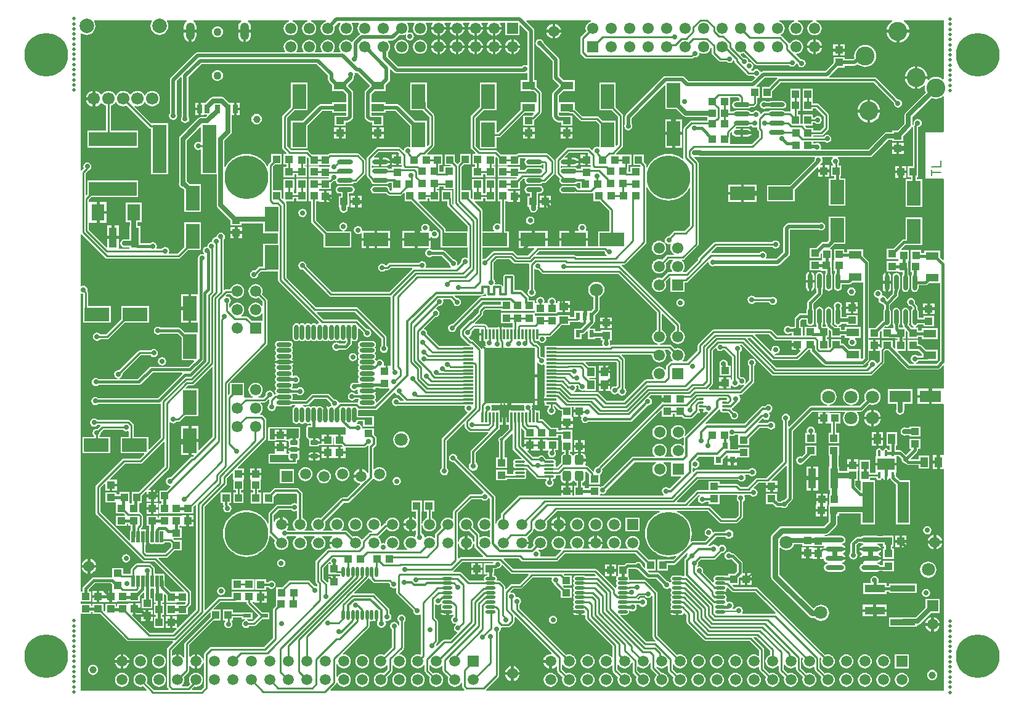
<source format=gtl>
G04*
G04 #@! TF.GenerationSoftware,Altium Limited,Altium Designer,19.0.15 (446)*
G04*
G04 Layer_Physical_Order=1*
G04 Layer_Color=255*
%FSLAX44Y44*%
%MOMM*%
G71*
G01*
G75*
%ADD11C,0.2000*%
%ADD15C,0.2540*%
%ADD19C,0.5080*%
%ADD23R,1.0000X1.0500*%
%ADD24R,1.0500X1.0000*%
%ADD25R,1.2000X1.0000*%
%ADD26R,1.0000X1.2000*%
%ADD27R,1.0000X1.4000*%
%ADD28R,1.0000X1.1000*%
%ADD29R,1.1000X1.0000*%
%ADD30R,1.8000X2.3000*%
%ADD31R,1.8500X3.4000*%
%ADD32C,0.5000*%
%ADD33O,0.8000X0.3000*%
%ADD34R,0.8000X0.9000*%
%ADD35R,1.9500X6.6000*%
%ADD36R,0.7000X1.2000*%
%ADD37R,3.4000X1.8500*%
%ADD38O,2.2000X0.6000*%
%ADD39R,1.8000X1.1000*%
%ADD40O,0.6000X2.2000*%
%ADD41O,1.4000X0.3000*%
%ADD42R,3.0000X1.6000*%
%ADD43R,1.1000X2.8000*%
%ADD44R,2.4000X1.6500*%
%ADD45O,0.4000X0.9000*%
%ADD46O,0.4500X1.4000*%
%ADD47O,1.4000X0.4500*%
%ADD48O,2.5000X0.7000*%
%ADD49R,0.3000X1.4500*%
%ADD50R,1.4500X0.3000*%
%ADD51R,7.0000X7.6200*%
%ADD52R,1.5240X5.7000*%
G04:AMPARAMS|DCode=53|XSize=1.4mm|YSize=1.2mm|CornerRadius=0.3mm|HoleSize=0mm|Usage=FLASHONLY|Rotation=90.000|XOffset=0mm|YOffset=0mm|HoleType=Round|Shape=RoundedRectangle|*
%AMROUNDEDRECTD53*
21,1,1.4000,0.6000,0,0,90.0*
21,1,0.8000,1.2000,0,0,90.0*
1,1,0.6000,0.3000,0.4000*
1,1,0.6000,0.3000,-0.4000*
1,1,0.6000,-0.3000,-0.4000*
1,1,0.6000,-0.3000,0.4000*
%
%ADD53ROUNDEDRECTD53*%
%ADD54R,3.4300X0.8900*%
%ADD55R,1.0750X0.5000*%
%ADD56R,6.6000X1.9500*%
%ADD57R,0.6000X1.1000*%
G04:AMPARAMS|DCode=58|XSize=0.45mm|YSize=1.6mm|CornerRadius=0.0495mm|HoleSize=0mm|Usage=FLASHONLY|Rotation=180.000|XOffset=0mm|YOffset=0mm|HoleType=Round|Shape=RoundedRectangle|*
%AMROUNDEDRECTD58*
21,1,0.4500,1.5010,0,0,180.0*
21,1,0.3510,1.6000,0,0,180.0*
1,1,0.0990,-0.1755,0.7505*
1,1,0.0990,0.1755,0.7505*
1,1,0.0990,0.1755,-0.7505*
1,1,0.0990,-0.1755,-0.7505*
%
%ADD58ROUNDEDRECTD58*%
%ADD59O,2.0500X0.6000*%
%ADD60O,0.6000X2.0500*%
G04:AMPARAMS|DCode=61|XSize=0.6mm|YSize=1mm|CornerRadius=0.051mm|HoleSize=0mm|Usage=FLASHONLY|Rotation=90.000|XOffset=0mm|YOffset=0mm|HoleType=Round|Shape=RoundedRectangle|*
%AMROUNDEDRECTD61*
21,1,0.6000,0.8980,0,0,90.0*
21,1,0.4980,1.0000,0,0,90.0*
1,1,0.1020,0.4490,0.2490*
1,1,0.1020,0.4490,-0.2490*
1,1,0.1020,-0.4490,-0.2490*
1,1,0.1020,-0.4490,0.2490*
%
%ADD61ROUNDEDRECTD61*%
%ADD62R,2.8000X1.1000*%
%ADD113C,1.5240*%
%ADD120C,1.0000*%
%ADD121C,0.3000*%
%ADD122C,0.3810*%
%ADD123C,0.2032*%
%ADD124C,0.6350*%
%ADD125C,0.7620*%
%ADD126R,1.5000X1.5000*%
%ADD127C,1.5000*%
%ADD128C,1.5500*%
%ADD129R,1.5500X1.5500*%
%ADD130R,1.5000X1.5000*%
%ADD131C,1.8000*%
%ADD132C,2.0000*%
%ADD133C,1.7000*%
%ADD134C,6.0000*%
%ADD135O,1.2080X2.4160*%
%ADD136C,1.1000*%
%ADD137C,2.6000*%
%ADD138R,1.5500X1.5500*%
%ADD139C,0.7000*%
G36*
X590975Y-27215D02*
X610539D01*
Y-13501D01*
X611712Y-13015D01*
X621561Y-22864D01*
Y-67902D01*
X620441Y-68500D01*
X620309Y-68412D01*
X618150Y-67983D01*
X615992Y-68412D01*
X614162Y-69635D01*
X613763Y-70232D01*
X443697D01*
X429612Y-56147D01*
Y-50056D01*
X429934Y-49810D01*
X431502Y-47766D01*
X432487Y-45387D01*
X432823Y-42833D01*
X432487Y-40279D01*
X431502Y-37900D01*
X429934Y-35856D01*
X429625Y-35619D01*
X430033Y-34417D01*
X436035D01*
X437819Y-34062D01*
X439331Y-33052D01*
X445532Y-26851D01*
X445803Y-26963D01*
X448357Y-27299D01*
X450911Y-26963D01*
X453290Y-25978D01*
X453408Y-25887D01*
X454179Y-26380D01*
X454444Y-26693D01*
X454040Y-28725D01*
X454469Y-30883D01*
X455692Y-32713D01*
X457522Y-33936D01*
X459681Y-34365D01*
X461839Y-33936D01*
X463669Y-32713D01*
X464892Y-30883D01*
X465321Y-28725D01*
X464892Y-26566D01*
X463669Y-24736D01*
X461839Y-23514D01*
X459681Y-23084D01*
X457640Y-23490D01*
X457349Y-23248D01*
X456834Y-22454D01*
X456902Y-22366D01*
X457887Y-19987D01*
X458223Y-17433D01*
X457887Y-14879D01*
X456902Y-12500D01*
X455784Y-11043D01*
X456410Y-9773D01*
X465704D01*
X466330Y-11043D01*
X465213Y-12500D01*
X464227Y-14879D01*
X463891Y-17433D01*
X464227Y-19987D01*
X465213Y-22366D01*
X466780Y-24410D01*
X468824Y-25978D01*
X471203Y-26963D01*
X473757Y-27299D01*
X476311Y-26963D01*
X478690Y-25978D01*
X480734Y-24410D01*
X482302Y-22366D01*
X483287Y-19987D01*
X483623Y-17433D01*
X483287Y-14879D01*
X482302Y-12500D01*
X481184Y-11043D01*
X481810Y-9773D01*
X490464D01*
X491090Y-11043D01*
X490169Y-12244D01*
X489132Y-14747D01*
X489029Y-15528D01*
X499157D01*
X509285D01*
X509182Y-14747D01*
X508145Y-12244D01*
X507224Y-11043D01*
X507850Y-9773D01*
X515864D01*
X516490Y-11043D01*
X515569Y-12244D01*
X514532Y-14747D01*
X514429Y-15528D01*
X524557D01*
X534685D01*
X534582Y-14747D01*
X533545Y-12244D01*
X532624Y-11043D01*
X533250Y-9773D01*
X541264D01*
X541890Y-11043D01*
X540969Y-12244D01*
X539932Y-14747D01*
X539829Y-15528D01*
X549957D01*
X560085D01*
X559982Y-14747D01*
X558945Y-12244D01*
X558024Y-11043D01*
X558650Y-9773D01*
X566664D01*
X567290Y-11043D01*
X566369Y-12244D01*
X565332Y-14747D01*
X565229Y-15528D01*
X575357D01*
X585485D01*
X585382Y-14747D01*
X584345Y-12244D01*
X583424Y-11043D01*
X584050Y-9773D01*
X590975D01*
Y-27215D01*
D02*
G37*
G36*
X1193546Y-87410D02*
X1192276Y-88010D01*
X1190892Y-86874D01*
X1188280Y-85478D01*
X1185447Y-84619D01*
X1182500Y-84329D01*
X1179553Y-84619D01*
X1176720Y-85478D01*
X1174108Y-86874D01*
X1172086Y-88534D01*
X1171160Y-88182D01*
X1170869Y-87930D01*
X1170928Y-87338D01*
X1157405D01*
Y-100861D01*
X1158546Y-100748D01*
X1161476Y-99860D01*
X1164175Y-98417D01*
X1166399Y-96592D01*
X1166929Y-96723D01*
X1167619Y-97164D01*
X1167395Y-99433D01*
X1167685Y-102380D01*
X1168545Y-105214D01*
X1168777Y-105648D01*
X1141056Y-133369D01*
X1139905Y-135092D01*
X1139501Y-137123D01*
X1139501Y-137123D01*
Y-148635D01*
X1129715Y-158421D01*
X1122659D01*
Y-160602D01*
X1115166D01*
X1115166Y-160602D01*
X1113134Y-161006D01*
X1111412Y-162157D01*
X1111412Y-162157D01*
X1089613Y-183955D01*
X1025123D01*
X1024393Y-182915D01*
X1024433Y-182685D01*
X1024856Y-180557D01*
X1024427Y-178399D01*
X1023204Y-176569D01*
X1021375Y-175346D01*
X1019216Y-174917D01*
X1017058Y-175346D01*
X1016785Y-175529D01*
X1014166D01*
Y-173312D01*
X1029159D01*
X1029198Y-173370D01*
X1031028Y-174592D01*
X1033186Y-175022D01*
X1035345Y-174592D01*
X1037175Y-173370D01*
X1038397Y-171540D01*
X1038827Y-169381D01*
X1038397Y-167223D01*
X1037175Y-165393D01*
X1035345Y-164170D01*
X1033186Y-163741D01*
X1031028Y-164170D01*
X1029198Y-165393D01*
X1028405Y-166579D01*
X1014166D01*
Y-165010D01*
X1025430D01*
X1026718Y-164754D01*
X1027811Y-164024D01*
X1034650Y-157185D01*
X1035380Y-156092D01*
X1035636Y-154804D01*
Y-137223D01*
X1035380Y-135934D01*
X1034650Y-134842D01*
X1021612Y-121804D01*
X1020519Y-121074D01*
X1019231Y-120818D01*
X1013666D01*
Y-116152D01*
X1013666D01*
X1013666Y-115642D01*
X1013666D01*
Y-100578D01*
X999602D01*
Y-115642D01*
X999602D01*
X999602Y-116152D01*
X999602D01*
Y-131216D01*
X1013666D01*
Y-127551D01*
X1017837D01*
X1028903Y-138617D01*
Y-153410D01*
X1024035Y-158277D01*
X1014166D01*
Y-154611D01*
X1005121D01*
X1002785Y-152275D01*
X1002796Y-152089D01*
X1003307Y-151005D01*
X1013666D01*
Y-146840D01*
X1015831D01*
X1016246Y-147462D01*
X1018076Y-148684D01*
X1020234Y-149114D01*
X1022393Y-148684D01*
X1024223Y-147462D01*
X1025445Y-145632D01*
X1025875Y-143473D01*
X1025445Y-141315D01*
X1024223Y-139485D01*
X1022393Y-138262D01*
X1020234Y-137833D01*
X1018076Y-138262D01*
X1016246Y-139485D01*
X1015831Y-140107D01*
X1013666D01*
Y-135941D01*
X999602D01*
Y-148350D01*
X998620Y-149156D01*
X998327Y-149098D01*
X996666D01*
Y-135941D01*
X993001D01*
Y-131216D01*
X996666D01*
Y-116152D01*
X996666D01*
X996666Y-115642D01*
X996666D01*
Y-100578D01*
X982602D01*
Y-115642D01*
X982602D01*
X982602Y-116152D01*
X982602D01*
Y-130934D01*
X982435Y-131404D01*
X981775Y-132144D01*
X975664D01*
X975489Y-131882D01*
X973825Y-130770D01*
X971861Y-130380D01*
X955861D01*
X953898Y-130770D01*
X952234Y-131882D01*
X952059Y-132144D01*
X946893D01*
X945605Y-132400D01*
X944513Y-133130D01*
X942452Y-135190D01*
X941074Y-134772D01*
X940861Y-133703D01*
X939639Y-131873D01*
X937809Y-130650D01*
X935650Y-130221D01*
X933492Y-130650D01*
X931662Y-131873D01*
X931364Y-132319D01*
X927781D01*
X927489Y-131882D01*
X925824Y-130770D01*
X923861Y-130380D01*
X907861D01*
X905898Y-130770D01*
X904233Y-131882D01*
X904059Y-132144D01*
X899439D01*
Y-126511D01*
X899439D01*
X899439Y-125858D01*
X899439D01*
Y-112550D01*
X910993D01*
X912494Y-114051D01*
Y-117680D01*
X907861D01*
X905898Y-118070D01*
X904233Y-119182D01*
X903121Y-120847D01*
X902730Y-122810D01*
X903121Y-124774D01*
X904233Y-126438D01*
X905898Y-127550D01*
X907861Y-127941D01*
X923861D01*
X925824Y-127550D01*
X927489Y-126438D01*
X927663Y-126177D01*
X931357D01*
X932645Y-125921D01*
X933738Y-125191D01*
X935818Y-123111D01*
X936547Y-122019D01*
X936804Y-120730D01*
Y-113428D01*
X940469D01*
Y-98364D01*
X936438D01*
X935912Y-97094D01*
X947609Y-85397D01*
X964078D01*
X964573Y-86667D01*
X952876Y-98364D01*
X943405D01*
Y-113428D01*
X957469D01*
Y-103957D01*
X968961Y-92465D01*
X1097141D01*
X1124950Y-120274D01*
X1124859Y-120730D01*
X1125289Y-122889D01*
X1126512Y-124719D01*
X1128341Y-125941D01*
X1130500Y-126371D01*
X1132658Y-125941D01*
X1134488Y-124719D01*
X1135711Y-122889D01*
X1136140Y-120730D01*
X1135711Y-118572D01*
X1134488Y-116742D01*
X1132658Y-115519D01*
X1130500Y-115090D01*
X1130043Y-115181D01*
X1101179Y-86317D01*
X1100011Y-85536D01*
X1098633Y-85262D01*
X1036502D01*
X1036104Y-84161D01*
X1036097Y-83992D01*
X1048634Y-71455D01*
X1057105D01*
Y-69085D01*
X1070849D01*
X1072633Y-68730D01*
X1074145Y-67720D01*
X1075331Y-66534D01*
X1077108Y-67992D01*
X1079720Y-69388D01*
X1082553Y-70248D01*
X1085500Y-70538D01*
X1088447Y-70248D01*
X1091280Y-69388D01*
X1093892Y-67992D01*
X1096181Y-66114D01*
X1098059Y-63825D01*
X1099455Y-61214D01*
X1100314Y-58380D01*
X1100605Y-55433D01*
X1100314Y-52487D01*
X1099455Y-49653D01*
X1098059Y-47042D01*
X1096181Y-44753D01*
X1093892Y-42874D01*
X1091280Y-41478D01*
X1088447Y-40619D01*
X1085500Y-40329D01*
X1082553Y-40619D01*
X1079720Y-41478D01*
X1077108Y-42874D01*
X1074819Y-44753D01*
X1072941Y-47042D01*
X1071545Y-49653D01*
X1070685Y-52487D01*
X1070395Y-55433D01*
X1070651Y-58029D01*
X1068918Y-59762D01*
X1057105D01*
Y-57391D01*
X1042041D01*
Y-64863D01*
X1030830Y-76074D01*
X945678D01*
X943894Y-76429D01*
X942595Y-77297D01*
X941246Y-77027D01*
X941209Y-76841D01*
X939986Y-75012D01*
X938157Y-73789D01*
X935998Y-73359D01*
X933840Y-73789D01*
X932010Y-75012D01*
X931594Y-75633D01*
X929151D01*
X928766Y-74363D01*
X929986Y-73548D01*
X931209Y-71718D01*
X931638Y-69559D01*
X931209Y-67401D01*
X929986Y-65571D01*
X928157Y-64348D01*
X925998Y-63919D01*
X925882Y-63942D01*
X924666Y-62889D01*
X924351Y-61305D01*
X923129Y-59475D01*
X921299Y-58252D01*
X919140Y-57823D01*
X918398Y-57970D01*
X914376Y-53948D01*
X914831Y-52607D01*
X916684Y-52363D01*
X918250Y-51715D01*
X933649Y-67114D01*
X934741Y-67844D01*
X936030Y-68100D01*
X980776D01*
X981192Y-68722D01*
X983022Y-69944D01*
X985180Y-70374D01*
X987339Y-69944D01*
X989168Y-68722D01*
X990391Y-66892D01*
X990493Y-66382D01*
X991895Y-65841D01*
X992365Y-66191D01*
X992669Y-67718D01*
X993892Y-69548D01*
X995722Y-70771D01*
X997880Y-71200D01*
X1000039Y-70771D01*
X1001869Y-69548D01*
X1003091Y-67718D01*
X1003521Y-65560D01*
X1003091Y-63401D01*
X1001869Y-61571D01*
X1000039Y-60349D01*
X997880Y-59919D01*
X996768Y-60140D01*
X990576Y-53948D01*
X991031Y-52607D01*
X992884Y-52363D01*
X995263Y-51378D01*
X997307Y-49810D01*
X998874Y-47766D01*
X999860Y-45387D01*
X1000196Y-42833D01*
X999860Y-40279D01*
X998874Y-37900D01*
X997307Y-35857D01*
X995263Y-34289D01*
X992884Y-33303D01*
X990330Y-32967D01*
X987776Y-33303D01*
X985397Y-34289D01*
X983353Y-35857D01*
X981836Y-37834D01*
X981771Y-37901D01*
X980388Y-37954D01*
X980281Y-37793D01*
X970550Y-28063D01*
X969631Y-27448D01*
X969543Y-26722D01*
X969633Y-26073D01*
X969863Y-25978D01*
X971907Y-24410D01*
X973474Y-22366D01*
X974460Y-19987D01*
X974796Y-17433D01*
X974460Y-14879D01*
X973474Y-12500D01*
X971907Y-10457D01*
X969863Y-8889D01*
X967484Y-7903D01*
X967715Y-6682D01*
X987545D01*
X987776Y-7903D01*
X985397Y-8889D01*
X983353Y-10457D01*
X981785Y-12500D01*
X980800Y-14879D01*
X980463Y-17433D01*
X980800Y-19987D01*
X981785Y-22366D01*
X983353Y-24410D01*
X985397Y-25978D01*
X987776Y-26963D01*
X990330Y-27300D01*
X992884Y-26963D01*
X995263Y-25978D01*
X997307Y-24410D01*
X998874Y-22366D01*
X999860Y-19987D01*
X1000196Y-17433D01*
X999860Y-14879D01*
X998874Y-12500D01*
X997307Y-10457D01*
X995263Y-8889D01*
X992884Y-7903D01*
X993115Y-6682D01*
X1012945D01*
X1013176Y-7903D01*
X1010797Y-8889D01*
X1008753Y-10457D01*
X1007185Y-12500D01*
X1006200Y-14879D01*
X1005863Y-17433D01*
X1006200Y-19987D01*
X1007185Y-22366D01*
X1008753Y-24410D01*
X1010797Y-25978D01*
X1013176Y-26963D01*
X1015730Y-27300D01*
X1018283Y-26963D01*
X1020663Y-25978D01*
X1022707Y-24410D01*
X1024274Y-22366D01*
X1025260Y-19987D01*
X1025596Y-17433D01*
X1025260Y-14879D01*
X1024274Y-12500D01*
X1022707Y-10457D01*
X1020663Y-8889D01*
X1018283Y-7903D01*
X1018515Y-6682D01*
X1122438D01*
X1122756Y-7952D01*
X1121825Y-8450D01*
X1119458Y-10392D01*
X1117516Y-12758D01*
X1116073Y-15458D01*
X1115185Y-18387D01*
X1115072Y-19528D01*
X1130500D01*
X1145928D01*
X1145815Y-18387D01*
X1144926Y-15458D01*
X1143483Y-12758D01*
X1141542Y-10392D01*
X1139175Y-8450D01*
X1138244Y-7952D01*
X1138562Y-6682D01*
X1193546D01*
Y-87410D01*
D02*
G37*
G36*
X344203Y-7903D02*
X341824Y-8888D01*
X339780Y-10456D01*
X338213Y-12500D01*
X337227Y-14879D01*
X336891Y-17433D01*
X337227Y-19987D01*
X338213Y-22366D01*
X339780Y-24410D01*
X341824Y-25978D01*
X344203Y-26963D01*
X346757Y-27299D01*
X349311Y-26963D01*
X351690Y-25978D01*
X353734Y-24410D01*
X355302Y-22366D01*
X356287Y-19987D01*
X356623Y-17433D01*
X356287Y-14879D01*
X356175Y-14608D01*
X361010Y-9773D01*
X364104D01*
X364730Y-11043D01*
X363613Y-12500D01*
X362627Y-14879D01*
X362291Y-17433D01*
X362627Y-19987D01*
X363613Y-22366D01*
X365180Y-24410D01*
X367224Y-25978D01*
X369603Y-26963D01*
X372157Y-27299D01*
X374711Y-26963D01*
X377090Y-25978D01*
X379134Y-24410D01*
X380702Y-22366D01*
X381687Y-19987D01*
X382023Y-17433D01*
X381687Y-14879D01*
X380702Y-12500D01*
X379584Y-11043D01*
X380210Y-9773D01*
X389504D01*
X390130Y-11043D01*
X389012Y-12500D01*
X388027Y-14879D01*
X387691Y-17433D01*
X388027Y-19987D01*
X389012Y-22366D01*
X390580Y-24410D01*
X390633Y-24450D01*
X390582Y-26012D01*
X389913Y-26459D01*
X381939Y-34433D01*
X380928Y-35945D01*
X380902Y-36075D01*
X380504Y-36283D01*
X379545Y-36392D01*
X379134Y-35856D01*
X377090Y-34288D01*
X374711Y-33303D01*
X372157Y-32967D01*
X369603Y-33303D01*
X367224Y-34288D01*
X365180Y-35856D01*
X363613Y-37900D01*
X362627Y-40279D01*
X362291Y-42833D01*
X362627Y-45387D01*
X363613Y-47766D01*
X364731Y-49224D01*
X364105Y-50494D01*
X354809D01*
X354183Y-49224D01*
X355302Y-47766D01*
X356287Y-45387D01*
X356623Y-42833D01*
X356287Y-40279D01*
X355302Y-37900D01*
X353734Y-35856D01*
X351690Y-34288D01*
X349311Y-33303D01*
X346757Y-32967D01*
X344203Y-33303D01*
X341824Y-34288D01*
X339780Y-35856D01*
X338213Y-37900D01*
X337227Y-40279D01*
X336891Y-42833D01*
X337227Y-45387D01*
X338213Y-47766D01*
X339331Y-49224D01*
X338705Y-50494D01*
X329409D01*
X328783Y-49224D01*
X329902Y-47766D01*
X330887Y-45387D01*
X331223Y-42833D01*
X330887Y-40279D01*
X329902Y-37900D01*
X328334Y-35856D01*
X326290Y-34288D01*
X323911Y-33303D01*
X321357Y-32967D01*
X318803Y-33303D01*
X316424Y-34288D01*
X314380Y-35856D01*
X312812Y-37900D01*
X311827Y-40279D01*
X311491Y-42833D01*
X311827Y-45387D01*
X312812Y-47766D01*
X313931Y-49224D01*
X313305Y-50494D01*
X304009D01*
X303383Y-49224D01*
X304502Y-47766D01*
X305487Y-45387D01*
X305823Y-42833D01*
X305487Y-40279D01*
X304502Y-37900D01*
X302934Y-35856D01*
X300890Y-34288D01*
X298511Y-33303D01*
X295957Y-32967D01*
X293403Y-33303D01*
X291024Y-34288D01*
X288980Y-35856D01*
X287412Y-37900D01*
X286427Y-40279D01*
X286091Y-42833D01*
X286427Y-45387D01*
X287412Y-47766D01*
X288531Y-49224D01*
X287905Y-50494D01*
X167988D01*
X166204Y-50849D01*
X164692Y-51859D01*
X131204Y-85347D01*
X130193Y-86860D01*
X129838Y-88644D01*
Y-134801D01*
X129289Y-135624D01*
X128860Y-137782D01*
X129289Y-139940D01*
X130512Y-141770D01*
X132341Y-142993D01*
X134500Y-143422D01*
X136658Y-142993D01*
X138488Y-141770D01*
X139711Y-139940D01*
X140140Y-137782D01*
X139711Y-135624D01*
X139162Y-134801D01*
Y-90575D01*
X144955Y-84781D01*
X146129Y-85267D01*
Y-139223D01*
X145579Y-140045D01*
X145150Y-142203D01*
X145579Y-144362D01*
X146802Y-146192D01*
X148632Y-147414D01*
X150790Y-147844D01*
X152949Y-147414D01*
X154778Y-146192D01*
X156001Y-144362D01*
X156431Y-142203D01*
X156001Y-140045D01*
X155452Y-139223D01*
Y-84984D01*
X173507Y-66929D01*
X331739D01*
X347102Y-82291D01*
Y-88034D01*
X347457Y-89817D01*
X348467Y-91330D01*
X352631Y-95493D01*
Y-103965D01*
X368102D01*
X372573Y-108435D01*
Y-118901D01*
X352631D01*
Y-121771D01*
X337532D01*
X335748Y-122126D01*
X334236Y-123137D01*
X312472Y-144901D01*
X296500D01*
Y-182965D01*
X319065D01*
Y-151493D01*
X339463Y-131095D01*
X352631D01*
Y-133965D01*
X372573D01*
Y-137196D01*
X372328Y-137441D01*
X366123D01*
X365673Y-137530D01*
X356130D01*
Y-151594D01*
X371194D01*
Y-146764D01*
X374259D01*
X376043Y-146409D01*
X377555Y-145399D01*
X380531Y-142423D01*
X381541Y-140911D01*
X381896Y-139127D01*
Y-106505D01*
X381541Y-104721D01*
X380531Y-103208D01*
X374695Y-97372D01*
Y-95493D01*
X381332Y-88855D01*
X382343Y-87343D01*
X382698Y-85559D01*
Y-84544D01*
X383614Y-83172D01*
X384044Y-81013D01*
X383747Y-79522D01*
X384211Y-79076D01*
X384870Y-78658D01*
X386469Y-78976D01*
X388183D01*
X404701Y-95493D01*
Y-97372D01*
X398864Y-103208D01*
X397854Y-104721D01*
X397499Y-106505D01*
Y-139127D01*
X397854Y-140911D01*
X398864Y-142423D01*
X401840Y-145399D01*
X403352Y-146409D01*
X405136Y-146764D01*
X408200D01*
Y-151594D01*
X423265D01*
Y-137530D01*
X413722D01*
X413273Y-137441D01*
X407067D01*
X406822Y-137196D01*
Y-133965D01*
X426764D01*
Y-131095D01*
X440050D01*
X460448Y-151493D01*
Y-180217D01*
X459403Y-180880D01*
X459178Y-180861D01*
X457074Y-180442D01*
X454915Y-180871D01*
X453085Y-182094D01*
X451862Y-183924D01*
X451682Y-184830D01*
X450304Y-185248D01*
X447359Y-182303D01*
X446266Y-181573D01*
X444978Y-181317D01*
X415189D01*
X413900Y-181573D01*
X412808Y-182303D01*
X401610Y-193501D01*
X400880Y-194593D01*
X400624Y-195882D01*
Y-219912D01*
X400880Y-221201D01*
X401610Y-222293D01*
X405731Y-226414D01*
X405670Y-226722D01*
X406060Y-228686D01*
X407172Y-230350D01*
X408837Y-231462D01*
X410800Y-231853D01*
X426800D01*
X428764Y-231462D01*
X430428Y-230350D01*
X430603Y-230089D01*
X434573D01*
Y-239589D01*
X434573D01*
X434470Y-240817D01*
X432894D01*
X431859Y-239782D01*
X431931Y-239422D01*
X431540Y-237459D01*
X430428Y-235795D01*
X428764Y-234682D01*
X426800Y-234292D01*
X410800D01*
X408837Y-234682D01*
X407172Y-235795D01*
X406060Y-237459D01*
X405670Y-239422D01*
X406060Y-241386D01*
X407172Y-243050D01*
X408837Y-244162D01*
X410800Y-244553D01*
X426800D01*
X427057Y-244502D01*
X429119Y-246564D01*
X430211Y-247294D01*
X431500Y-247550D01*
X446479D01*
X447767Y-247294D01*
X448859Y-246564D01*
X451475Y-243948D01*
X452648Y-244434D01*
Y-255429D01*
X461951D01*
X501989Y-295467D01*
Y-300022D01*
X502054Y-300348D01*
Y-319284D01*
X539121D01*
Y-332877D01*
X538001Y-333476D01*
X537845Y-333371D01*
X535686Y-332942D01*
X533527Y-333371D01*
X531698Y-334594D01*
X530475Y-336423D01*
X530046Y-338582D01*
X530191Y-339315D01*
X525741Y-343766D01*
X525535Y-343675D01*
X524693Y-343017D01*
X525070Y-341122D01*
X524641Y-338964D01*
X523418Y-337134D01*
X521589Y-335911D01*
X519476Y-335491D01*
X507750Y-323765D01*
X506447Y-322895D01*
X504911Y-322589D01*
X490588D01*
X488796Y-321392D01*
X487351Y-321105D01*
X487138Y-321062D01*
X487263Y-319792D01*
X488126D01*
Y-309907D01*
X470491D01*
Y-319792D01*
X486013D01*
X486138Y-321062D01*
X485925Y-321105D01*
X484479Y-321392D01*
X482649Y-322615D01*
X481427Y-324445D01*
X480998Y-326603D01*
X481427Y-328762D01*
X482649Y-330592D01*
X484479Y-331814D01*
X486638Y-332244D01*
X488796Y-331814D01*
X490588Y-330617D01*
X503249D01*
X513799Y-341167D01*
X514219Y-343280D01*
X515442Y-345110D01*
X516370Y-345731D01*
X515984Y-347001D01*
X482385D01*
X481786Y-345881D01*
X481891Y-345724D01*
X482321Y-343565D01*
X481891Y-341407D01*
X480669Y-339577D01*
X478839Y-338354D01*
X476680Y-337925D01*
X474522Y-338354D01*
X472692Y-339577D01*
X472277Y-340199D01*
X432082D01*
X430793Y-340455D01*
X429701Y-341185D01*
X427569Y-343317D01*
X426057D01*
X425642Y-342695D01*
X423812Y-341472D01*
X421654Y-341043D01*
X419495Y-341472D01*
X417665Y-342695D01*
X416443Y-344525D01*
X416013Y-346683D01*
X416443Y-348842D01*
X417665Y-350672D01*
X419495Y-351894D01*
X421654Y-352324D01*
X423812Y-351894D01*
X425642Y-350672D01*
X426057Y-350050D01*
X428964D01*
X430252Y-349794D01*
X431344Y-349064D01*
X433476Y-346932D01*
X462638D01*
X462928Y-347366D01*
X463129Y-348202D01*
X431271Y-380059D01*
X352887D01*
X317494Y-344667D01*
X317640Y-343933D01*
X317211Y-341775D01*
X315988Y-339945D01*
X314158Y-338722D01*
X312000Y-338293D01*
X309841Y-338722D01*
X308012Y-339945D01*
X306789Y-341775D01*
X306360Y-343933D01*
X306789Y-346092D01*
X308012Y-347922D01*
X309841Y-349144D01*
X312000Y-349574D01*
X312733Y-349428D01*
X349112Y-385807D01*
X350204Y-386536D01*
X351493Y-386793D01*
X432666D01*
X432686Y-386789D01*
X433668Y-387594D01*
Y-480615D01*
X432850Y-481546D01*
X424391D01*
X423632Y-480276D01*
X423978Y-478536D01*
X423549Y-476377D01*
X422326Y-474548D01*
X420496Y-473325D01*
X418338Y-472896D01*
X416180Y-473325D01*
X414350Y-474548D01*
X414074Y-474960D01*
X412726Y-474692D01*
X412682Y-474470D01*
X411931Y-473347D01*
X411674Y-472433D01*
X411931Y-471520D01*
X412682Y-470397D01*
X413072Y-468433D01*
X412682Y-466470D01*
X411569Y-464805D01*
Y-464061D01*
X412682Y-462397D01*
X413072Y-460433D01*
X412682Y-458470D01*
X411931Y-457347D01*
X411674Y-456433D01*
X411931Y-455520D01*
X412682Y-454397D01*
X413072Y-452433D01*
X412682Y-450470D01*
X411569Y-448806D01*
X409905Y-447693D01*
X407942Y-447303D01*
X393442D01*
X391478Y-447693D01*
X389814Y-448806D01*
X388702Y-450470D01*
X388311Y-452433D01*
X388702Y-454397D01*
X389452Y-455520D01*
X389709Y-456433D01*
X389452Y-457347D01*
X388702Y-458470D01*
X388311Y-460433D01*
X388702Y-462397D01*
X389452Y-463520D01*
X389709Y-464433D01*
X389452Y-465347D01*
X388702Y-466470D01*
X388311Y-468433D01*
X388702Y-470397D01*
X389452Y-471520D01*
X389709Y-472433D01*
X389452Y-473347D01*
X388702Y-474470D01*
X388311Y-476433D01*
X388702Y-478397D01*
X389452Y-479520D01*
X389709Y-480433D01*
X389452Y-481347D01*
X388702Y-482470D01*
X388311Y-484433D01*
X388702Y-486397D01*
X389452Y-487520D01*
X389709Y-488433D01*
X389452Y-489347D01*
X388702Y-490470D01*
X388311Y-492433D01*
X388702Y-494397D01*
X389452Y-495520D01*
X389709Y-496433D01*
X389452Y-497347D01*
X388702Y-498470D01*
X388311Y-500433D01*
X388702Y-502397D01*
X389452Y-503520D01*
X389472Y-503592D01*
X388865Y-504838D01*
X385714D01*
X384395Y-505101D01*
X383200Y-504863D01*
X381042Y-505292D01*
X379212Y-506515D01*
X377989Y-508345D01*
X377560Y-510503D01*
X377989Y-512662D01*
X379212Y-514492D01*
X381042Y-515714D01*
X383200Y-516144D01*
X385359Y-515714D01*
X386838Y-514726D01*
X388001Y-515388D01*
X387793Y-516433D01*
X388223Y-518595D01*
X388635Y-519212D01*
X388037Y-520332D01*
X384497D01*
X384238Y-519945D01*
X382408Y-518722D01*
X380250Y-518293D01*
X378091Y-518722D01*
X376261Y-519945D01*
X375039Y-521775D01*
X374609Y-523933D01*
X375039Y-526092D01*
X376261Y-527922D01*
X378091Y-529144D01*
X380250Y-529574D01*
X382408Y-529144D01*
X384238Y-527922D01*
X384497Y-527534D01*
X388922D01*
X389623Y-528738D01*
X389452Y-529347D01*
X388702Y-530470D01*
X388336Y-532308D01*
X387042Y-532050D01*
X364986D01*
X363608Y-532324D01*
X363369Y-532484D01*
X361958Y-531899D01*
X361827Y-531241D01*
X360604Y-529412D01*
X358774Y-528189D01*
X356616Y-527760D01*
X356118Y-527859D01*
X349505Y-521245D01*
X348336Y-520464D01*
X346958Y-520190D01*
X326865D01*
X325487Y-520464D01*
X324319Y-521245D01*
X316732Y-528832D01*
X298527D01*
X297913Y-527583D01*
X297931Y-527520D01*
X298681Y-526397D01*
X299072Y-524433D01*
X298681Y-522470D01*
X298070Y-521554D01*
X298748Y-520285D01*
X304503D01*
X304762Y-520672D01*
X306591Y-521894D01*
X308750Y-522324D01*
X310908Y-521894D01*
X312738Y-520672D01*
X313961Y-518842D01*
X314390Y-516683D01*
X313961Y-514525D01*
X312738Y-512695D01*
X310908Y-511472D01*
X308750Y-511043D01*
X306591Y-511472D01*
X304762Y-512695D01*
X304503Y-513082D01*
X298298D01*
X298023Y-512697D01*
X297792Y-512012D01*
X297931Y-511520D01*
X298681Y-510397D01*
X299072Y-508433D01*
X298681Y-506470D01*
X298330Y-505944D01*
X299246Y-505028D01*
X300541Y-505894D01*
X302700Y-506324D01*
X304858Y-505894D01*
X306688Y-504672D01*
X307911Y-502842D01*
X308340Y-500683D01*
X307911Y-498525D01*
X306688Y-496695D01*
X304858Y-495472D01*
X302700Y-495043D01*
X300541Y-495472D01*
X299980Y-495847D01*
X299339Y-495698D01*
X298681Y-494397D01*
X299072Y-492433D01*
X298681Y-490470D01*
X297931Y-489347D01*
X297674Y-488433D01*
X297931Y-487520D01*
X298681Y-486397D01*
X299072Y-484433D01*
X298681Y-482470D01*
X298213Y-481769D01*
X297935Y-480427D01*
X299160Y-478595D01*
X299211Y-478338D01*
X286691D01*
X274172D01*
X274223Y-478595D01*
X275447Y-480427D01*
X275169Y-481769D01*
X274701Y-482470D01*
X274311Y-484433D01*
X274701Y-486397D01*
X275452Y-487520D01*
X275709Y-488433D01*
X275452Y-489347D01*
X274701Y-490470D01*
X274311Y-492433D01*
X274701Y-494397D01*
X275452Y-495520D01*
X275709Y-496433D01*
X275452Y-497347D01*
X274701Y-498470D01*
X274311Y-500433D01*
X274701Y-502397D01*
X275813Y-504061D01*
Y-504805D01*
X274701Y-506470D01*
X274311Y-508433D01*
X274701Y-510397D01*
X275452Y-511520D01*
X275709Y-512433D01*
X275452Y-513347D01*
X274701Y-514470D01*
X274311Y-516433D01*
X274701Y-518397D01*
X275378Y-519409D01*
X274932Y-520583D01*
X273713Y-520939D01*
X272639Y-520427D01*
X272425Y-520232D01*
X272211Y-519155D01*
X270988Y-517325D01*
X269158Y-516102D01*
X267000Y-515673D01*
X264841Y-516102D01*
X263011Y-517325D01*
X261789Y-519155D01*
X261360Y-521313D01*
X261505Y-522046D01*
X258344Y-525207D01*
X251759D01*
X251506Y-523937D01*
X252633Y-523471D01*
X254676Y-521903D01*
X256244Y-519859D01*
X257230Y-517480D01*
X257566Y-514926D01*
X257230Y-512373D01*
X256244Y-509993D01*
X254676Y-507950D01*
X252633Y-506382D01*
X250253Y-505396D01*
X247700Y-505060D01*
X245146Y-505396D01*
X242766Y-506382D01*
X240723Y-507950D01*
X239155Y-509993D01*
X238169Y-512373D01*
X237833Y-514926D01*
X238169Y-517480D01*
X239155Y-519859D01*
X240723Y-521903D01*
X242766Y-523471D01*
X243893Y-523937D01*
X243640Y-525207D01*
X234052D01*
X233063Y-525404D01*
X232245Y-524657D01*
X232082Y-524403D01*
Y-505144D01*
X212518D01*
Y-519947D01*
X210583Y-521882D01*
X209410Y-521396D01*
Y-506328D01*
X263130Y-452607D01*
X263860Y-451515D01*
X264117Y-450226D01*
Y-392142D01*
X263860Y-390854D01*
X263130Y-389762D01*
X256581Y-383213D01*
X257230Y-381646D01*
X257566Y-379092D01*
X257230Y-376539D01*
X256245Y-374159D01*
X254677Y-372116D01*
X252633Y-370548D01*
X250254Y-369562D01*
X247700Y-369226D01*
X245146Y-369562D01*
X242767Y-370548D01*
X240723Y-372116D01*
X239156Y-374159D01*
X238170Y-376539D01*
X237834Y-379092D01*
X238170Y-381646D01*
X239156Y-384025D01*
X240723Y-386069D01*
X242767Y-387637D01*
X245146Y-388623D01*
X247700Y-388959D01*
X250254Y-388623D01*
X251820Y-387974D01*
X257383Y-393537D01*
Y-399038D01*
X256741Y-399332D01*
X256113Y-399388D01*
X254677Y-397516D01*
X252633Y-395948D01*
X250254Y-394962D01*
X247700Y-394626D01*
X245146Y-394962D01*
X242767Y-395948D01*
X240723Y-397516D01*
X239156Y-399559D01*
X238170Y-401939D01*
X237834Y-404492D01*
X238170Y-407046D01*
X239156Y-409426D01*
X240723Y-411469D01*
X242767Y-413037D01*
X245146Y-414023D01*
X247700Y-414359D01*
X250254Y-414023D01*
X252633Y-413037D01*
X254677Y-411469D01*
X256113Y-409597D01*
X256741Y-409653D01*
X257383Y-409946D01*
Y-420110D01*
X242679D01*
X236989Y-414421D01*
X235897Y-413691D01*
X234609Y-413434D01*
X228801D01*
X228370Y-412164D01*
X229277Y-411469D01*
X230845Y-409426D01*
X231830Y-407046D01*
X232166Y-404492D01*
X231830Y-401939D01*
X230845Y-399559D01*
X229277Y-397516D01*
X227233Y-395948D01*
X224854Y-394962D01*
X222300Y-394626D01*
X219746Y-394962D01*
X217367Y-395948D01*
X215323Y-397516D01*
X213755Y-399559D01*
X212917Y-401584D01*
X211647Y-401332D01*
Y-396326D01*
X212268Y-395910D01*
X213491Y-394081D01*
X213920Y-391922D01*
X213491Y-389763D01*
X212268Y-387934D01*
X210438Y-386711D01*
X208280Y-386282D01*
X207379Y-386461D01*
X206754Y-385290D01*
X208744Y-383300D01*
X213455D01*
X213755Y-384025D01*
X215323Y-386069D01*
X217367Y-387637D01*
X219746Y-388623D01*
X222300Y-388959D01*
X224854Y-388623D01*
X227233Y-387637D01*
X229277Y-386069D01*
X230845Y-384025D01*
X231830Y-381646D01*
X232166Y-379092D01*
X231830Y-376539D01*
X230845Y-374159D01*
X229277Y-372116D01*
X227233Y-370548D01*
X224854Y-369562D01*
X222300Y-369226D01*
X219746Y-369562D01*
X217367Y-370548D01*
X215323Y-372116D01*
X213755Y-374159D01*
X212770Y-376539D01*
X212766Y-376567D01*
X207350D01*
X206061Y-376823D01*
X204969Y-377553D01*
X204891Y-377630D01*
X203718Y-377144D01*
Y-308267D01*
X203925Y-308129D01*
X205147Y-306299D01*
X205576Y-304141D01*
X205147Y-301982D01*
X203925Y-300152D01*
X202095Y-298930D01*
X199936Y-298500D01*
X197778Y-298930D01*
X195948Y-300152D01*
X194725Y-301982D01*
X194296Y-304141D01*
X193165Y-304963D01*
X191391Y-305316D01*
X189561Y-306539D01*
X188338Y-308369D01*
X187909Y-310527D01*
X186778Y-311350D01*
X185004Y-311703D01*
X183174Y-312925D01*
X181952Y-314755D01*
X181523Y-316914D01*
X180391Y-317737D01*
X178618Y-318090D01*
X176788Y-319312D01*
X175565Y-321142D01*
X175136Y-323301D01*
X175565Y-325459D01*
X176788Y-327289D01*
X176814Y-327307D01*
X176192Y-328379D01*
X174034Y-327950D01*
X171875Y-328379D01*
X170045Y-329602D01*
X168822Y-331432D01*
X168393Y-333590D01*
X168456Y-333907D01*
X168425Y-333954D01*
X168120Y-335490D01*
Y-382978D01*
X159156D01*
Y-402518D01*
Y-422058D01*
X168120D01*
Y-435986D01*
X150635D01*
X145244Y-430595D01*
X143942Y-429725D01*
X142406Y-429419D01*
X117450D01*
X115658Y-428222D01*
X113500Y-427793D01*
X111341Y-428222D01*
X109511Y-429445D01*
X108289Y-431275D01*
X107859Y-433433D01*
X108289Y-435592D01*
X109511Y-437422D01*
X111341Y-438644D01*
X113500Y-439074D01*
X115658Y-438644D01*
X117450Y-437448D01*
X140743D01*
X145892Y-442596D01*
Y-447673D01*
X145969Y-448061D01*
Y-474050D01*
X162701D01*
X163186Y-475223D01*
X155491Y-482919D01*
X104391D01*
X102855Y-483225D01*
X101553Y-484095D01*
X85729Y-499919D01*
X60610D01*
X60485Y-498649D01*
X61340Y-498479D01*
X63170Y-497256D01*
X64393Y-495426D01*
X64822Y-493268D01*
X64676Y-492535D01*
X89701Y-467510D01*
X103566D01*
X103982Y-468132D01*
X105811Y-469354D01*
X107970Y-469784D01*
X110128Y-469354D01*
X111958Y-468132D01*
X113181Y-466302D01*
X113610Y-464143D01*
X113181Y-461985D01*
X111958Y-460155D01*
X110128Y-458932D01*
X107970Y-458503D01*
X105811Y-458932D01*
X103982Y-460155D01*
X103566Y-460776D01*
X88307D01*
X87018Y-461033D01*
X85926Y-461763D01*
X59915Y-487774D01*
X59182Y-487628D01*
X57024Y-488057D01*
X55194Y-489280D01*
X53971Y-491110D01*
X53542Y-493268D01*
X53971Y-495426D01*
X55194Y-497256D01*
X57024Y-498479D01*
X57879Y-498649D01*
X57754Y-499919D01*
X32200D01*
X30408Y-498722D01*
X28250Y-498293D01*
X26091Y-498722D01*
X24262Y-499945D01*
X23039Y-501775D01*
X22610Y-503933D01*
X23039Y-506092D01*
X24262Y-507922D01*
X26091Y-509144D01*
X28250Y-509574D01*
X30408Y-509144D01*
X32200Y-507947D01*
X87391D01*
X88927Y-507642D01*
X90230Y-506772D01*
X106054Y-490947D01*
X146352D01*
X146878Y-492217D01*
X112926Y-526170D01*
X31525D01*
X29734Y-524973D01*
X27576Y-524543D01*
X25417Y-524973D01*
X23587Y-526195D01*
X22365Y-528025D01*
X21935Y-530184D01*
X22365Y-532342D01*
X23587Y-534172D01*
X25417Y-535395D01*
X27576Y-535824D01*
X29734Y-535395D01*
X31525Y-534198D01*
X114589D01*
X116125Y-533892D01*
X116492Y-533647D01*
X117762Y-534326D01*
Y-580329D01*
X101455Y-596636D01*
X100282Y-596150D01*
Y-579401D01*
X80129D01*
Y-563603D01*
X80129Y-563602D01*
X79873Y-562314D01*
X79143Y-561222D01*
X75159Y-557237D01*
X74067Y-556508D01*
X72778Y-556251D01*
X30225D01*
X29942Y-555828D01*
X28112Y-554605D01*
X25953Y-554176D01*
X23795Y-554605D01*
X21965Y-555828D01*
X20742Y-557658D01*
X20313Y-559816D01*
X20742Y-561974D01*
X21965Y-563804D01*
X23795Y-565027D01*
X25953Y-565456D01*
X28112Y-565027D01*
X29942Y-563804D01*
X30489Y-562985D01*
X33890D01*
X34181Y-563419D01*
X34381Y-564255D01*
X30197Y-568439D01*
X29464Y-568293D01*
X27306Y-568722D01*
X25476Y-569945D01*
X24253Y-571775D01*
X23824Y-573933D01*
X24253Y-576092D01*
X25476Y-577922D01*
X25789Y-578131D01*
X25432Y-579401D01*
X9718D01*
Y-601965D01*
X47782D01*
Y-579401D01*
X33496D01*
X33139Y-578131D01*
X33452Y-577922D01*
X34675Y-576092D01*
X35104Y-573933D01*
X34959Y-573200D01*
X38372Y-569787D01*
X65557D01*
X65972Y-570408D01*
X67802Y-571631D01*
X69961Y-572060D01*
X72119Y-571631D01*
X72276Y-571526D01*
X73396Y-572125D01*
Y-579401D01*
X62218D01*
Y-601965D01*
X94467D01*
X94953Y-603138D01*
X88552Y-609539D01*
X66607D01*
X65319Y-609796D01*
X64227Y-610526D01*
X28817Y-645935D01*
X28087Y-647027D01*
X27831Y-648316D01*
Y-683788D01*
X28087Y-685077D01*
X28817Y-686169D01*
X92150Y-749502D01*
X93243Y-750232D01*
X94531Y-750488D01*
X108287D01*
X149277Y-791478D01*
X148791Y-792651D01*
X139542D01*
X139032Y-792151D01*
Y-792151D01*
X130645D01*
X122976Y-784483D01*
Y-777970D01*
X122949Y-777831D01*
Y-770120D01*
X122753Y-769134D01*
X122194Y-768298D01*
X121358Y-767739D01*
X120372Y-767543D01*
X116862D01*
X115876Y-767739D01*
X115367Y-768079D01*
X114858Y-767739D01*
X113872Y-767543D01*
X110362D01*
X109286Y-766462D01*
Y-760924D01*
X109286Y-760924D01*
X109030Y-759636D01*
X108300Y-758544D01*
X104315Y-754559D01*
X103223Y-753829D01*
X101934Y-753573D01*
X84816D01*
X83528Y-753829D01*
X82436Y-754559D01*
X77236Y-759758D01*
X76507Y-760851D01*
X76250Y-762139D01*
Y-768023D01*
X65782D01*
Y-759901D01*
X50718D01*
Y-772490D01*
X50500Y-772669D01*
X25250D01*
X23714Y-772975D01*
X22411Y-773845D01*
X11162Y-785095D01*
X10291Y-786397D01*
X9986Y-787933D01*
Y-791901D01*
X7112D01*
Y-382400D01*
X8232Y-381801D01*
X8932Y-382269D01*
X10653Y-382611D01*
Y-402953D01*
X10718Y-403279D01*
Y-422215D01*
X48782D01*
Y-399651D01*
X17387D01*
Y-381194D01*
X17131Y-379906D01*
X16401Y-378813D01*
X16385Y-378798D01*
X16731Y-377058D01*
X16302Y-374899D01*
X15079Y-373069D01*
X13249Y-371847D01*
X11091Y-371417D01*
X8932Y-371847D01*
X8232Y-372315D01*
X7112Y-371716D01*
Y-300925D01*
X7982Y-300534D01*
X8382Y-300492D01*
X41136Y-333246D01*
X42228Y-333976D01*
X43516Y-334232D01*
X141815D01*
X143104Y-333976D01*
X144196Y-333246D01*
X154769Y-322673D01*
X172572D01*
Y-284609D01*
X150008D01*
Y-317911D01*
X140421Y-327499D01*
X129165D01*
X128566Y-326379D01*
X128671Y-326222D01*
X129100Y-324063D01*
X128671Y-321905D01*
X127448Y-320075D01*
X125618Y-318852D01*
X123460Y-318423D01*
X121301Y-318852D01*
X119471Y-320075D01*
X118991Y-320794D01*
X112045D01*
X111446Y-319674D01*
X111551Y-319517D01*
X111980Y-317359D01*
X111551Y-315200D01*
X110329Y-313370D01*
X108499Y-312148D01*
X106340Y-311718D01*
X104182Y-312148D01*
X102765Y-313094D01*
X89319D01*
Y-288981D01*
X85689D01*
Y-284255D01*
X91412D01*
Y-257191D01*
X69348D01*
Y-284255D01*
X75071D01*
Y-288981D01*
X74254D01*
Y-308140D01*
X69240D01*
X67574Y-307808D01*
X65416Y-308238D01*
X63586Y-309461D01*
X62363Y-311290D01*
X61934Y-313449D01*
X62363Y-315607D01*
X63586Y-317437D01*
X65416Y-318660D01*
X67574Y-319089D01*
X69240Y-318758D01*
X74254D01*
Y-320794D01*
X59826D01*
Y-306918D01*
X43747D01*
Y-318209D01*
X42573Y-318695D01*
X18607Y-294729D01*
Y-284851D01*
X19840Y-284763D01*
X19877Y-284763D01*
X29475D01*
Y-270723D01*
Y-256683D01*
X19877D01*
X19840Y-256683D01*
X18607Y-256595D01*
Y-253068D01*
X21709Y-249965D01*
X86532D01*
Y-226401D01*
X16468D01*
Y-245684D01*
X15208Y-246944D01*
X14035Y-246458D01*
Y-216936D01*
X17070Y-213901D01*
X17299Y-213559D01*
X17575Y-213255D01*
X17721Y-213013D01*
X18669Y-212824D01*
X20498Y-211602D01*
X21721Y-209772D01*
X22150Y-207614D01*
X21721Y-205455D01*
X20498Y-203625D01*
X18669Y-202402D01*
X16510Y-201973D01*
X14352Y-202402D01*
X12522Y-203625D01*
X11299Y-205455D01*
X10870Y-207614D01*
X11299Y-209772D01*
X11450Y-209998D01*
X8382Y-213067D01*
X7982Y-213025D01*
X7112Y-212634D01*
Y-24529D01*
X8251Y-23967D01*
X9470Y-24902D01*
X12397Y-26115D01*
X15538Y-26528D01*
X18679Y-26115D01*
X21606Y-24902D01*
X24119Y-22974D01*
X26048Y-20460D01*
X27260Y-17533D01*
X27674Y-14392D01*
X27260Y-11251D01*
X26048Y-8324D01*
X25662Y-7821D01*
X26223Y-6682D01*
X104853D01*
X105414Y-7821D01*
X105028Y-8324D01*
X103816Y-11251D01*
X103402Y-14392D01*
X103816Y-17533D01*
X105028Y-20460D01*
X106957Y-22974D01*
X109470Y-24902D01*
X112397Y-26115D01*
X115538Y-26528D01*
X118679Y-26115D01*
X121606Y-24902D01*
X124119Y-22974D01*
X126048Y-20460D01*
X127260Y-17533D01*
X127674Y-14392D01*
X127260Y-11251D01*
X126048Y-8324D01*
X125662Y-7821D01*
X126223Y-6682D01*
X152826D01*
X153402Y-7819D01*
X153394Y-7952D01*
X151671Y-9274D01*
X150295Y-11066D01*
X149431Y-13154D01*
X149136Y-15393D01*
Y-19528D01*
X157790D01*
X166444D01*
Y-15393D01*
X166149Y-13154D01*
X165285Y-11066D01*
X163909Y-9274D01*
X162186Y-7952D01*
X162178Y-7819D01*
X162754Y-6682D01*
X227826D01*
X228402Y-7819D01*
X228394Y-7952D01*
X226671Y-9274D01*
X225295Y-11066D01*
X224431Y-13154D01*
X224136Y-15393D01*
Y-19528D01*
X232790D01*
X241444D01*
Y-15393D01*
X241149Y-13154D01*
X240285Y-11066D01*
X238909Y-9274D01*
X237186Y-7952D01*
X237178Y-7819D01*
X237754Y-6682D01*
X293172D01*
X293403Y-7903D01*
X291024Y-8888D01*
X288980Y-10456D01*
X287412Y-12500D01*
X286427Y-14879D01*
X286091Y-17433D01*
X286427Y-19987D01*
X287412Y-22366D01*
X288980Y-24410D01*
X291024Y-25978D01*
X293403Y-26963D01*
X295957Y-27299D01*
X298511Y-26963D01*
X300890Y-25978D01*
X302934Y-24410D01*
X304502Y-22366D01*
X305487Y-19987D01*
X305823Y-17433D01*
X305487Y-14879D01*
X304502Y-12500D01*
X302934Y-10456D01*
X300890Y-8888D01*
X298511Y-7903D01*
X298743Y-6682D01*
X318571D01*
X318803Y-7903D01*
X316424Y-8888D01*
X314380Y-10456D01*
X312812Y-12500D01*
X311827Y-14879D01*
X311491Y-17433D01*
X311827Y-19987D01*
X312812Y-22366D01*
X314380Y-24410D01*
X316424Y-25978D01*
X318803Y-26963D01*
X321357Y-27299D01*
X323911Y-26963D01*
X326290Y-25978D01*
X328334Y-24410D01*
X329902Y-22366D01*
X330887Y-19987D01*
X331223Y-17433D01*
X330887Y-14879D01*
X329902Y-12500D01*
X328334Y-10456D01*
X326290Y-8888D01*
X323911Y-7903D01*
X324142Y-6682D01*
X343971D01*
X344203Y-7903D01*
D02*
G37*
G36*
X708376Y-7903D02*
X705997Y-8889D01*
X703953Y-10457D01*
X702385Y-12500D01*
X701400Y-14879D01*
X701064Y-17433D01*
X701400Y-19987D01*
X702106Y-21692D01*
X694849Y-28949D01*
X694120Y-30041D01*
X693863Y-31329D01*
Y-50763D01*
X694120Y-52052D01*
X694849Y-53144D01*
X699929Y-58224D01*
X701022Y-58954D01*
X702310Y-59210D01*
X846813D01*
X848102Y-58954D01*
X849194Y-58224D01*
X850090Y-57328D01*
X851830Y-57674D01*
X853989Y-57244D01*
X855818Y-56022D01*
X857041Y-54192D01*
X857430Y-52237D01*
X857856Y-51858D01*
X857877Y-51846D01*
X858656Y-51485D01*
X860776Y-52363D01*
X863330Y-52700D01*
X865883Y-52363D01*
X868263Y-51378D01*
X870306Y-49810D01*
X871874Y-47766D01*
X872860Y-45387D01*
X872946Y-44736D01*
X874216Y-44819D01*
Y-51116D01*
X874472Y-52404D01*
X875202Y-53496D01*
X883739Y-62034D01*
X884832Y-62764D01*
X886120Y-63020D01*
X894756D01*
X895172Y-63642D01*
X897001Y-64864D01*
X899160Y-65294D01*
X901319Y-64864D01*
X903148Y-63642D01*
X904254Y-61987D01*
X904964Y-62010D01*
X905524Y-62198D01*
Y-62834D01*
X905780Y-64122D01*
X906510Y-65214D01*
X922676Y-81381D01*
X923769Y-82110D01*
X925057Y-82367D01*
X931594D01*
X932010Y-82988D01*
X933840Y-84211D01*
X933995Y-84242D01*
X934364Y-85457D01*
X929579Y-90242D01*
X842529D01*
X837029Y-84742D01*
X835517Y-83732D01*
X833733Y-83377D01*
X811159D01*
X809375Y-83732D01*
X807863Y-84742D01*
X756586Y-136019D01*
X755575Y-137531D01*
X755221Y-139315D01*
Y-149129D01*
X754671Y-149951D01*
X754242Y-152109D01*
X754671Y-154268D01*
X755894Y-156098D01*
X757724Y-157320D01*
X759882Y-157750D01*
X762041Y-157320D01*
X763870Y-156098D01*
X765093Y-154268D01*
X765523Y-152109D01*
X765093Y-149951D01*
X764544Y-149129D01*
Y-141246D01*
X809847Y-95942D01*
X811021Y-96428D01*
Y-128642D01*
X826077D01*
X835231Y-137797D01*
X835231Y-137797D01*
X836954Y-138948D01*
X838986Y-139352D01*
X868375D01*
Y-141329D01*
X868375D01*
Y-144735D01*
X846750D01*
X845462Y-144991D01*
X844370Y-145721D01*
X836805Y-153285D01*
X836076Y-154377D01*
X835819Y-155665D01*
Y-195697D01*
X835993Y-196568D01*
X834848Y-197260D01*
X833886Y-196439D01*
X829587Y-193804D01*
X824929Y-191875D01*
X820027Y-190698D01*
X815000Y-190302D01*
X809974Y-190698D01*
X805071Y-191875D01*
X800413Y-193804D01*
X796114Y-196439D01*
X792280Y-199713D01*
X789006Y-203547D01*
X786371Y-207846D01*
X785866Y-209066D01*
X784620Y-208818D01*
Y-206197D01*
X784364Y-204908D01*
X783634Y-203816D01*
X780964Y-201145D01*
Y-190842D01*
X766900D01*
Y-205906D01*
X776202D01*
X777049Y-206753D01*
X776523Y-208023D01*
X762498D01*
Y-214776D01*
X759752D01*
Y-210617D01*
X759817Y-210292D01*
Y-205906D01*
X763964D01*
Y-190842D01*
X749900D01*
Y-190842D01*
X748706D01*
Y-190842D01*
X743341D01*
X742855Y-189669D01*
X751681Y-180843D01*
X752410Y-179751D01*
X752667Y-178462D01*
Y-137822D01*
X752410Y-136534D01*
X751681Y-135442D01*
X742607Y-126368D01*
Y-119413D01*
X742542Y-119087D01*
Y-92401D01*
X719978D01*
Y-130465D01*
X737181D01*
X745933Y-139217D01*
Y-177068D01*
X743715Y-179286D01*
X742542Y-178800D01*
Y-144901D01*
X724739D01*
X724416Y-144578D01*
X724252Y-144332D01*
X719172Y-139252D01*
X718079Y-138522D01*
X716791Y-138266D01*
X696727D01*
X686743Y-128282D01*
X686294Y-127982D01*
Y-118901D01*
X664722D01*
Y-110066D01*
X670823Y-103965D01*
X686294D01*
Y-88901D01*
X670823D01*
X665044Y-83123D01*
Y-60484D01*
X664689Y-58700D01*
X663679Y-57187D01*
X643366Y-36875D01*
X643173Y-35905D01*
X641951Y-34075D01*
X640121Y-32852D01*
X637962Y-32423D01*
X635804Y-32852D01*
X633974Y-34075D01*
X632751Y-35905D01*
X632322Y-38063D01*
X632751Y-40222D01*
X633974Y-42052D01*
X635804Y-43274D01*
X636774Y-43467D01*
X655721Y-62414D01*
Y-85053D01*
X656076Y-86837D01*
X657086Y-88350D01*
X664230Y-95493D01*
Y-97373D01*
X656764Y-104839D01*
X655753Y-106351D01*
X655399Y-108135D01*
Y-138393D01*
X655753Y-140177D01*
X656764Y-141690D01*
X660473Y-145399D01*
X661985Y-146409D01*
X663769Y-146764D01*
X667730D01*
Y-151594D01*
X682794D01*
Y-137530D01*
X673252D01*
X672802Y-137441D01*
X665700D01*
X664722Y-136462D01*
Y-133965D01*
X679166D01*
X679492Y-134030D01*
X682968D01*
X692952Y-144013D01*
X694044Y-144743D01*
X695332Y-144999D01*
X715396D01*
X719326Y-148928D01*
X719490Y-149175D01*
X719978Y-149662D01*
Y-180217D01*
X718933Y-180880D01*
X718708Y-180861D01*
X716603Y-180442D01*
X714445Y-180871D01*
X712615Y-182094D01*
X711392Y-183924D01*
X711212Y-184830D01*
X709834Y-185248D01*
X707388Y-182803D01*
X706296Y-182073D01*
X705008Y-181817D01*
X676837D01*
X675549Y-182073D01*
X674457Y-182803D01*
X661139Y-196120D01*
X660409Y-197213D01*
X660153Y-198501D01*
Y-216843D01*
X660409Y-218131D01*
X661139Y-219223D01*
X666024Y-224109D01*
X665590Y-224759D01*
X665199Y-226722D01*
X665590Y-228686D01*
X666702Y-230350D01*
X668366Y-231462D01*
X670330Y-231853D01*
X686330D01*
X688293Y-231462D01*
X689958Y-230350D01*
X690133Y-230089D01*
X694103D01*
Y-238000D01*
X691178D01*
X691070Y-237459D01*
X689958Y-235795D01*
X688293Y-234682D01*
X686330Y-234292D01*
X670330D01*
X668366Y-234682D01*
X666702Y-235795D01*
X665590Y-237459D01*
X665199Y-239422D01*
X665590Y-241386D01*
X666702Y-243050D01*
X668366Y-244162D01*
X670330Y-244553D01*
X686330D01*
X687645Y-244291D01*
X687923Y-244477D01*
X687924Y-244478D01*
X687924Y-244478D01*
X688571Y-244606D01*
X689212Y-244734D01*
X708825D01*
X710113Y-244477D01*
X710908Y-243946D01*
X712178Y-244403D01*
Y-255429D01*
X720995D01*
X734083Y-268517D01*
Y-296720D01*
X718418D01*
Y-317455D01*
X704490D01*
Y-309907D01*
X684950D01*
X665410D01*
Y-317455D01*
X648808D01*
Y-309908D01*
X629268D01*
X609728D01*
Y-319793D01*
X630347D01*
X630833Y-320967D01*
X621974Y-329825D01*
X607839D01*
X602669Y-324656D01*
X601577Y-323926D01*
X600288Y-323670D01*
X575789D01*
X574500Y-323926D01*
X573408Y-324656D01*
X563802Y-334261D01*
X563220Y-334146D01*
X561061Y-334575D01*
X560691Y-334823D01*
X559571Y-334224D01*
Y-319285D01*
X595800D01*
Y-296721D01*
X590863D01*
Y-255428D01*
X594150Y-255428D01*
X595211Y-255934D01*
X595588Y-255934D01*
X601346D01*
Y-248394D01*
X603251D01*
D01*
X601346D01*
Y-240854D01*
X595595Y-240854D01*
X594528Y-240364D01*
Y-239100D01*
X594528Y-239094D01*
Y-238617D01*
X595719Y-238426D01*
Y-238426D01*
X610783D01*
Y-229123D01*
X615695Y-224211D01*
X616618Y-224310D01*
X617441Y-225504D01*
X617199Y-226722D01*
X617589Y-228686D01*
X618702Y-230350D01*
X620366Y-231462D01*
X622329Y-231853D01*
X638330D01*
X640293Y-231462D01*
X641957Y-230350D01*
X642132Y-230089D01*
X644174Y-230089D01*
X645462Y-229832D01*
X645462Y-229832D01*
X645462Y-229832D01*
X646554Y-229102D01*
X657391Y-218266D01*
X658120Y-217174D01*
X658377Y-215885D01*
Y-200277D01*
X658121Y-198989D01*
X657391Y-197897D01*
X650277Y-190783D01*
X649185Y-190054D01*
X647897Y-189797D01*
X608960D01*
X608960Y-189797D01*
X608960Y-189797D01*
X608260Y-189936D01*
X607672Y-190054D01*
X607672Y-190054D01*
X607671Y-190054D01*
X607122Y-190420D01*
X606579Y-190783D01*
X606579Y-190783D01*
X606579Y-190783D01*
X606021Y-191342D01*
X595718D01*
Y-191342D01*
X594528Y-191148D01*
Y-191016D01*
X584725D01*
X580607Y-186898D01*
X579888Y-185822D01*
X578796Y-185092D01*
X577508Y-184836D01*
X555396D01*
X550169Y-179608D01*
Y-141055D01*
X560759Y-130465D01*
X578594D01*
Y-92401D01*
X556030D01*
Y-125671D01*
X544421Y-137280D01*
X543692Y-138372D01*
X543435Y-139660D01*
Y-181002D01*
X543692Y-182291D01*
X544421Y-183383D01*
X549845Y-188807D01*
X549359Y-189980D01*
X545891D01*
Y-205044D01*
X549556D01*
X549556Y-207127D01*
X548658Y-208025D01*
X545391D01*
Y-222090D01*
X560455D01*
Y-218424D01*
X563464D01*
Y-222590D01*
X577528D01*
Y-207526D01*
X573863D01*
Y-206080D01*
X577528D01*
Y-195000D01*
X578701Y-194514D01*
X580464Y-196277D01*
Y-206080D01*
X594528D01*
Y-205600D01*
X595718Y-205406D01*
Y-205406D01*
X610782D01*
Y-196531D01*
X618158D01*
X618508Y-197281D01*
X618631Y-197801D01*
X617589Y-199359D01*
X617199Y-201322D01*
X617589Y-203286D01*
X618702Y-204950D01*
X620366Y-206062D01*
X622329Y-206453D01*
X638330D01*
X640293Y-206062D01*
X641957Y-204950D01*
X642132Y-204689D01*
X643633D01*
Y-210617D01*
X642363Y-211002D01*
X641957Y-210394D01*
X640293Y-209282D01*
X638330Y-208892D01*
X622329D01*
X620366Y-209282D01*
X618702Y-210394D01*
X617624Y-212008D01*
X610782D01*
Y-208342D01*
X595718D01*
Y-208342D01*
X594528Y-208148D01*
Y-207526D01*
X580464D01*
Y-222590D01*
X594524D01*
X594528Y-222590D01*
Y-222590D01*
X595718Y-222406D01*
Y-222406D01*
X606062D01*
X606568Y-223572D01*
X605928Y-224362D01*
X595719D01*
Y-224362D01*
X594528Y-224171D01*
Y-224036D01*
X580464D01*
Y-239094D01*
X580464Y-239100D01*
Y-240364D01*
X580464Y-240370D01*
Y-255428D01*
X584129D01*
Y-286385D01*
X582859Y-287064D01*
X581600Y-286222D01*
X579441Y-285793D01*
X577283Y-286222D01*
X575453Y-287445D01*
X574230Y-289275D01*
X573801Y-291433D01*
X574230Y-293592D01*
X575453Y-295422D01*
X575498Y-295451D01*
X575112Y-296721D01*
X559571D01*
Y-268653D01*
X559314Y-267364D01*
X558585Y-266272D01*
X548890Y-256577D01*
X549376Y-255404D01*
X559955D01*
Y-251238D01*
X563464D01*
Y-255428D01*
X577528D01*
Y-240364D01*
X577528D01*
Y-239100D01*
X577528D01*
Y-224036D01*
X563464D01*
Y-239100D01*
X563464D01*
Y-240364D01*
X563464D01*
Y-244505D01*
X559955D01*
Y-240340D01*
X559955D01*
X560002Y-239090D01*
X560455D01*
Y-225026D01*
X545391D01*
Y-239090D01*
X545844D01*
X545891Y-240340D01*
X545891D01*
Y-251919D01*
X544718Y-252405D01*
X542955Y-250643D01*
Y-240340D01*
X530939D01*
Y-207758D01*
X533652Y-205044D01*
X542955D01*
Y-189980D01*
X528891D01*
Y-200283D01*
X525191Y-203983D01*
X524354Y-204065D01*
X521434Y-201145D01*
Y-190842D01*
X507370D01*
Y-205907D01*
X515723D01*
X515859Y-206110D01*
X515181Y-207380D01*
X506368D01*
Y-214776D01*
X500222D01*
Y-210617D01*
X500287Y-210292D01*
Y-205907D01*
X504435D01*
Y-190842D01*
X490370D01*
Y-190842D01*
X489176D01*
Y-190842D01*
X483811D01*
X483325Y-189669D01*
X492151Y-180843D01*
X492881Y-179751D01*
X493137Y-178462D01*
Y-137822D01*
X492881Y-136534D01*
X492151Y-135442D01*
X483077Y-126368D01*
Y-119413D01*
X483012Y-119087D01*
Y-92401D01*
X460448D01*
Y-130465D01*
X477652D01*
X486404Y-139217D01*
Y-177068D01*
X484186Y-179286D01*
X483012Y-178800D01*
Y-144901D01*
X467041D01*
X445277Y-123137D01*
X443765Y-122126D01*
X441981Y-121771D01*
X426764D01*
Y-118901D01*
X406822D01*
Y-108435D01*
X411293Y-103965D01*
X426764D01*
Y-95493D01*
X431027Y-91231D01*
X432037Y-89719D01*
X432392Y-87935D01*
Y-73908D01*
X433662Y-73382D01*
X438470Y-78190D01*
X439982Y-79200D01*
X441766Y-79555D01*
X616880D01*
X618664Y-79200D01*
X618746Y-79145D01*
X620309Y-78834D01*
X620441Y-78746D01*
X621561Y-79345D01*
Y-88901D01*
X612160D01*
Y-103965D01*
X627099D01*
X627422Y-104029D01*
X630145D01*
X633798Y-107682D01*
Y-118901D01*
X612160D01*
Y-129204D01*
X580798Y-160566D01*
X578594D01*
Y-144901D01*
X556030D01*
Y-182965D01*
X578594D01*
Y-167299D01*
X582192D01*
X583481Y-167043D01*
X584573Y-166313D01*
X616921Y-133965D01*
X629128D01*
X629614Y-135138D01*
X627286Y-137466D01*
X626922D01*
X626599Y-137530D01*
X615660D01*
Y-151594D01*
X630724D01*
Y-143439D01*
X631061Y-143214D01*
X639545Y-134730D01*
X640275Y-133638D01*
X640531Y-132349D01*
Y-106287D01*
X640275Y-104999D01*
X639545Y-103907D01*
X634224Y-98586D01*
Y-88901D01*
X630884D01*
Y-20933D01*
X630529Y-19149D01*
X629518Y-17636D01*
X619737Y-7855D01*
X620223Y-6682D01*
X708145D01*
X708376Y-7903D01*
D02*
G37*
G36*
X1193318Y-111644D02*
Y-159655D01*
X1192048Y-160807D01*
X1168000Y-160807D01*
X1168000Y-223752D01*
X1172972D01*
Y-223937D01*
X1192048D01*
X1193032Y-223937D01*
X1193318Y-225089D01*
X1193318Y-335618D01*
X1192145Y-336104D01*
X1188629Y-332589D01*
Y-323201D01*
X1166565D01*
Y-326719D01*
X1162257D01*
Y-322453D01*
X1148193D01*
Y-337517D01*
X1147803Y-337693D01*
Y-352757D01*
X1149451D01*
Y-355896D01*
X1148725Y-356982D01*
X1148334Y-358945D01*
Y-374945D01*
X1148725Y-376909D01*
X1149837Y-378573D01*
X1151501Y-379685D01*
X1153465Y-380076D01*
X1155428Y-379685D01*
X1157093Y-378573D01*
X1158205Y-376909D01*
X1158596Y-374945D01*
Y-370960D01*
X1168271D01*
X1168271Y-370960D01*
X1168271Y-370960D01*
X1169035Y-370807D01*
X1169807Y-370654D01*
X1169807Y-370654D01*
X1169807Y-370654D01*
X1170462Y-370216D01*
X1171109Y-369784D01*
X1171109Y-369784D01*
X1171109Y-369784D01*
X1172627Y-368265D01*
X1188181D01*
Y-473866D01*
X1183168Y-478879D01*
X1155264D01*
X1155138Y-477609D01*
X1155925Y-477453D01*
X1157755Y-476230D01*
X1158570Y-475010D01*
X1169860D01*
X1170185Y-474945D01*
X1185122D01*
Y-459882D01*
X1170884D01*
X1170495Y-459804D01*
X1170495Y-459804D01*
X1170495Y-459804D01*
X1168632D01*
X1162249Y-453420D01*
X1160946Y-452550D01*
X1159410Y-452245D01*
X1158057D01*
Y-446150D01*
X1143993D01*
Y-461214D01*
X1158057D01*
X1158057Y-461214D01*
Y-461214D01*
X1159150Y-461676D01*
X1163058Y-465583D01*
Y-468277D01*
X1157771D01*
X1157755Y-468253D01*
X1155925Y-467031D01*
X1153767Y-466601D01*
X1151608Y-467031D01*
X1149778Y-468253D01*
X1148556Y-470083D01*
X1148126Y-472242D01*
X1148556Y-474400D01*
X1149778Y-476230D01*
X1151608Y-477453D01*
X1152395Y-477609D01*
X1152270Y-478879D01*
X1146561D01*
X1130069Y-462387D01*
X1130555Y-461214D01*
X1141057D01*
Y-446150D01*
X1138039D01*
Y-444197D01*
X1141057D01*
Y-434033D01*
X1142230Y-433547D01*
X1143993Y-435310D01*
Y-444197D01*
X1158057D01*
Y-441427D01*
X1163058D01*
Y-444945D01*
X1185122D01*
Y-429881D01*
X1163058D01*
Y-433399D01*
X1158057D01*
Y-429133D01*
X1154658D01*
X1154533Y-427863D01*
X1155428Y-427685D01*
X1157093Y-426573D01*
X1158187Y-424935D01*
X1165288D01*
Y-427305D01*
X1180352D01*
Y-413241D01*
X1165288D01*
Y-415612D01*
X1158596D01*
Y-406945D01*
X1158205Y-404982D01*
X1157093Y-403317D01*
X1156832Y-403143D01*
Y-400135D01*
X1156575Y-398847D01*
X1155845Y-397755D01*
X1153806Y-395715D01*
X1154140Y-394034D01*
X1153711Y-391875D01*
X1152488Y-390045D01*
X1150658Y-388823D01*
X1148500Y-388393D01*
X1146341Y-388823D01*
X1144511Y-390045D01*
X1143289Y-391875D01*
X1142859Y-394034D01*
X1143289Y-396192D01*
X1144511Y-398022D01*
X1146341Y-399245D01*
X1148178Y-399610D01*
X1150098Y-401530D01*
Y-403143D01*
X1149837Y-403317D01*
X1148725Y-404982D01*
X1148334Y-406945D01*
Y-422945D01*
X1148725Y-424909D01*
X1149837Y-426573D01*
X1151501Y-427685D01*
X1152396Y-427863D01*
X1152271Y-429133D01*
X1149170D01*
X1145281Y-425244D01*
X1145505Y-424909D01*
X1145895Y-422945D01*
Y-406945D01*
X1145505Y-404982D01*
X1144393Y-403317D01*
X1142728Y-402205D01*
X1140765Y-401815D01*
X1138801Y-402205D01*
X1137137Y-403317D01*
X1136025Y-404982D01*
X1135634Y-406945D01*
Y-422945D01*
X1136025Y-424909D01*
X1137137Y-426573D01*
X1137170Y-426595D01*
Y-426824D01*
X1137377Y-427863D01*
X1136581Y-429133D01*
X1132170D01*
X1132079Y-429043D01*
Y-425995D01*
X1132805Y-424909D01*
X1133195Y-422945D01*
Y-406945D01*
X1132805Y-404982D01*
X1131693Y-403317D01*
X1130028Y-402205D01*
X1128065Y-401815D01*
X1126102Y-402205D01*
X1124437Y-403317D01*
X1123325Y-404982D01*
X1122934Y-406945D01*
Y-422945D01*
X1123325Y-424909D01*
X1124051Y-425995D01*
Y-428715D01*
X1123202Y-429633D01*
X1112258D01*
X1111772Y-428460D01*
X1112853Y-427379D01*
X1112942D01*
X1113401Y-427685D01*
X1115365Y-428076D01*
X1117328Y-427685D01*
X1118993Y-426573D01*
X1120105Y-424909D01*
X1120496Y-422945D01*
Y-406945D01*
X1120105Y-404982D01*
X1119379Y-403895D01*
Y-397806D01*
X1129915Y-387270D01*
X1130785Y-385968D01*
X1131090Y-384432D01*
Y-381041D01*
X1131355Y-380646D01*
X1131660Y-379110D01*
Y-378595D01*
X1131693Y-378573D01*
X1132805Y-376909D01*
X1133195Y-374945D01*
Y-358945D01*
X1132805Y-356982D01*
X1131693Y-355317D01*
X1130028Y-354205D01*
X1128065Y-353815D01*
X1126102Y-354205D01*
X1124437Y-355317D01*
X1123325Y-356982D01*
X1122934Y-358945D01*
Y-374945D01*
X1123325Y-376909D01*
X1123632Y-377368D01*
Y-377748D01*
X1123368Y-378144D01*
X1123062Y-379680D01*
Y-382769D01*
X1115980Y-389852D01*
X1114764Y-389483D01*
X1114626Y-388787D01*
X1113403Y-386957D01*
X1111573Y-385734D01*
X1109415Y-385305D01*
X1109369Y-385314D01*
X1108370Y-384218D01*
X1108663Y-382743D01*
X1108234Y-380584D01*
X1107011Y-378755D01*
X1105181Y-377532D01*
X1103023Y-377103D01*
X1100864Y-377532D01*
X1099035Y-378755D01*
X1097812Y-380584D01*
X1097383Y-382743D01*
X1097812Y-384902D01*
X1099035Y-386731D01*
X1100864Y-387954D01*
X1103023Y-388383D01*
X1103068Y-388374D01*
X1104068Y-389470D01*
X1103774Y-390945D01*
X1104204Y-393104D01*
X1105426Y-394934D01*
X1107256Y-396156D01*
X1109369Y-396577D01*
X1111351Y-398558D01*
Y-403895D01*
X1110625Y-404982D01*
X1110234Y-406945D01*
Y-419540D01*
X1109654Y-419656D01*
X1108352Y-420526D01*
X1099245Y-429633D01*
X1090644D01*
Y-340561D01*
X1090338Y-339025D01*
X1089468Y-337722D01*
X1083064Y-331318D01*
Y-321931D01*
X1061000D01*
Y-325449D01*
X1056692D01*
Y-321183D01*
X1042628D01*
Y-336247D01*
X1042237Y-336423D01*
Y-351487D01*
X1043885D01*
Y-354625D01*
X1043159Y-355712D01*
X1042769Y-357675D01*
Y-373675D01*
X1043159Y-375639D01*
X1044271Y-377303D01*
X1045936Y-378415D01*
X1047899Y-378806D01*
X1049863Y-378415D01*
X1051527Y-377303D01*
X1052639Y-375639D01*
X1053030Y-373675D01*
Y-369689D01*
X1062705D01*
X1064241Y-369384D01*
X1065543Y-368514D01*
X1067061Y-366996D01*
X1082615D01*
Y-470507D01*
X1080826Y-472296D01*
X1079556Y-471770D01*
Y-458612D01*
X1065318D01*
X1064929Y-458534D01*
X1063067D01*
X1056683Y-452150D01*
X1055381Y-451280D01*
X1053845Y-450975D01*
X1052491D01*
Y-444880D01*
X1038427D01*
Y-455183D01*
X1036761Y-456849D01*
X1035491Y-456323D01*
Y-444880D01*
X1032474D01*
Y-442927D01*
X1035491D01*
Y-432763D01*
X1036664Y-432277D01*
X1038427Y-434040D01*
Y-442927D01*
X1052491D01*
Y-440157D01*
X1057492D01*
Y-443675D01*
X1063581D01*
X1063966Y-444945D01*
X1063844Y-445027D01*
X1062621Y-446856D01*
X1062192Y-449015D01*
X1062621Y-451173D01*
X1063844Y-453003D01*
X1065674Y-454226D01*
X1067832Y-454655D01*
X1069991Y-454226D01*
X1071821Y-453003D01*
X1073043Y-451173D01*
X1073473Y-449015D01*
X1073043Y-446856D01*
X1071821Y-445027D01*
X1071699Y-444945D01*
X1072084Y-443675D01*
X1079556D01*
Y-428611D01*
X1057492D01*
Y-432129D01*
X1052491D01*
Y-427863D01*
X1049093D01*
X1048968Y-426593D01*
X1049863Y-426415D01*
X1051527Y-425303D01*
X1052622Y-423665D01*
X1059722D01*
Y-426035D01*
X1074786D01*
Y-411971D01*
X1059722D01*
Y-414342D01*
X1053030D01*
Y-405675D01*
X1052639Y-403712D01*
X1052561Y-403594D01*
Y-402213D01*
X1053110Y-401391D01*
X1053540Y-399233D01*
X1053110Y-397074D01*
X1051888Y-395244D01*
X1050058Y-394022D01*
X1047899Y-393592D01*
X1045741Y-394022D01*
X1043911Y-395244D01*
X1042688Y-397074D01*
X1042259Y-399233D01*
X1042688Y-401391D01*
X1043238Y-402213D01*
Y-403594D01*
X1043159Y-403712D01*
X1042769Y-405675D01*
Y-421675D01*
X1043159Y-423639D01*
X1044271Y-425303D01*
X1045936Y-426415D01*
X1046831Y-426593D01*
X1046706Y-427863D01*
X1043604D01*
X1039715Y-423974D01*
X1039939Y-423639D01*
X1040330Y-421675D01*
Y-405675D01*
X1039939Y-403712D01*
X1038827Y-402047D01*
X1037163Y-400935D01*
X1035199Y-400545D01*
X1033236Y-400935D01*
X1031572Y-402047D01*
X1030459Y-403712D01*
X1030069Y-405675D01*
Y-421675D01*
X1030459Y-423639D01*
X1031572Y-425303D01*
X1031604Y-425325D01*
Y-425554D01*
X1031604Y-425554D01*
X1031604Y-425555D01*
X1031811Y-426593D01*
X1031122Y-427693D01*
X1030899Y-427863D01*
X1026604D01*
X1026514Y-427773D01*
Y-424725D01*
X1027239Y-423639D01*
X1027630Y-421675D01*
Y-405675D01*
X1027239Y-403712D01*
X1026127Y-402047D01*
X1024463Y-400935D01*
X1022499Y-400545D01*
X1020536Y-400935D01*
X1018872Y-402047D01*
X1017759Y-403712D01*
X1017369Y-405675D01*
Y-421675D01*
X1017759Y-423639D01*
X1018485Y-424725D01*
Y-427445D01*
X1017636Y-428363D01*
X1002572D01*
Y-440331D01*
X999856D01*
Y-428363D01*
X996339D01*
Y-419507D01*
X998156Y-417689D01*
X1004669D01*
Y-421675D01*
X1005059Y-423639D01*
X1006171Y-425303D01*
X1007836Y-426415D01*
X1009799Y-426806D01*
X1011763Y-426415D01*
X1013427Y-425303D01*
X1014539Y-423639D01*
X1014930Y-421675D01*
Y-405675D01*
X1014539Y-403712D01*
X1013814Y-402626D01*
Y-396536D01*
X1025338Y-385012D01*
X1026208Y-383709D01*
X1026514Y-382173D01*
Y-376725D01*
X1027239Y-375639D01*
X1027630Y-373675D01*
Y-357675D01*
X1027239Y-355712D01*
X1026127Y-354048D01*
X1024463Y-352935D01*
X1022499Y-352545D01*
X1020536Y-352935D01*
X1018872Y-354048D01*
X1017759Y-355712D01*
X1017369Y-357675D01*
Y-373675D01*
X1017759Y-375639D01*
X1018485Y-376725D01*
Y-380510D01*
X1006961Y-392035D01*
X1006091Y-393337D01*
X1005786Y-394873D01*
Y-402625D01*
X1005059Y-403712D01*
X1004669Y-405675D01*
Y-409661D01*
X996493D01*
X994957Y-409967D01*
X993655Y-410837D01*
X989486Y-415005D01*
X988616Y-416308D01*
X988310Y-417844D01*
Y-428363D01*
X984792D01*
Y-428556D01*
X983280D01*
X981488Y-427359D01*
X979330Y-426930D01*
X977171Y-427359D01*
X975342Y-428582D01*
X974119Y-430411D01*
X973689Y-432570D01*
X974119Y-434729D01*
X975342Y-436558D01*
X977171Y-437781D01*
X979330Y-438210D01*
X981488Y-437781D01*
X983280Y-436584D01*
X984792D01*
Y-440331D01*
X964671D01*
X957101Y-432761D01*
X956009Y-432031D01*
X954720Y-431775D01*
X877256D01*
X875968Y-432031D01*
X874876Y-432761D01*
X856216Y-451420D01*
X855486Y-452512D01*
X855230Y-453801D01*
Y-460586D01*
X840429Y-475387D01*
X835083D01*
X834816Y-474599D01*
X834733Y-474117D01*
X836245Y-472147D01*
X837230Y-469767D01*
X837566Y-467213D01*
X837230Y-464660D01*
X836245Y-462280D01*
X834677Y-460237D01*
X832633Y-458669D01*
X830254Y-457683D01*
X827700Y-457347D01*
X825146Y-457683D01*
X823580Y-458332D01*
X819029Y-453781D01*
X817936Y-453051D01*
X816648Y-452795D01*
X803561D01*
X803478Y-451525D01*
X804854Y-451344D01*
X807233Y-450358D01*
X809277Y-448790D01*
X810845Y-446747D01*
X811830Y-444367D01*
X812166Y-441813D01*
X811830Y-439260D01*
X810845Y-436880D01*
X809277Y-434837D01*
X807233Y-433269D01*
X805667Y-432620D01*
Y-410067D01*
X806840Y-409581D01*
X824333Y-427074D01*
Y-432620D01*
X822767Y-433269D01*
X820723Y-434837D01*
X819156Y-436880D01*
X818170Y-439260D01*
X817834Y-441813D01*
X818170Y-444367D01*
X819156Y-446747D01*
X820723Y-448790D01*
X822767Y-450358D01*
X825146Y-451344D01*
X827700Y-451680D01*
X830254Y-451344D01*
X832633Y-450358D01*
X834677Y-448790D01*
X836245Y-446747D01*
X837230Y-444367D01*
X837566Y-441813D01*
X837230Y-439260D01*
X836245Y-436880D01*
X834677Y-434837D01*
X832633Y-433269D01*
X831067Y-432620D01*
Y-425680D01*
X830810Y-424392D01*
X830081Y-423299D01*
X750415Y-343634D01*
X750942Y-342364D01*
X753919D01*
X755207Y-342108D01*
X756300Y-341378D01*
X783634Y-314044D01*
X784364Y-312951D01*
X784620Y-311663D01*
Y-236048D01*
X785866Y-235801D01*
X786371Y-237021D01*
X789006Y-241320D01*
X792280Y-245154D01*
X796114Y-248428D01*
X800413Y-251062D01*
X805071Y-252992D01*
X809974Y-254169D01*
X815000Y-254564D01*
X820027Y-254169D01*
X824929Y-252992D01*
X829587Y-251062D01*
X833886Y-248428D01*
X837720Y-245154D01*
X840995Y-241320D01*
X843629Y-237021D01*
X843690Y-236874D01*
X844936Y-237122D01*
Y-288106D01*
X837155Y-295886D01*
X824009D01*
X822720Y-296143D01*
X821628Y-296872D01*
X814910Y-303590D01*
X813444Y-303882D01*
X811614Y-305105D01*
X810391Y-306934D01*
X809962Y-309093D01*
X810391Y-311251D01*
X811614Y-313081D01*
X813444Y-314304D01*
X815602Y-314733D01*
X817761Y-314304D01*
X818776Y-315153D01*
X818020Y-316980D01*
X817683Y-319533D01*
X818020Y-322087D01*
X819005Y-324467D01*
X820573Y-326510D01*
X822516Y-328001D01*
X822518Y-328142D01*
X821693Y-329271D01*
X814446D01*
X813157Y-329527D01*
X812065Y-330257D01*
X806270Y-336052D01*
X804704Y-335403D01*
X802150Y-335067D01*
X799596Y-335403D01*
X797217Y-336389D01*
X795173Y-337957D01*
X793605Y-340000D01*
X792620Y-342380D01*
X792283Y-344933D01*
X792620Y-347487D01*
X793605Y-349866D01*
X795173Y-351910D01*
X797217Y-353478D01*
X799596Y-354464D01*
X802150Y-354800D01*
X804704Y-354464D01*
X807083Y-353478D01*
X809127Y-351910D01*
X810695Y-349866D01*
X811680Y-347487D01*
X812016Y-344933D01*
X811680Y-342380D01*
X811031Y-340813D01*
X815840Y-336004D01*
X821032D01*
X821463Y-337274D01*
X820573Y-337957D01*
X819005Y-340000D01*
X818020Y-342380D01*
X817683Y-344933D01*
X818020Y-347487D01*
X819005Y-349866D01*
X820143Y-351349D01*
X819516Y-352619D01*
X815707D01*
X814419Y-352875D01*
X813326Y-353605D01*
X805711Y-361220D01*
X804704Y-360803D01*
X802150Y-360467D01*
X799596Y-360803D01*
X797217Y-361789D01*
X795173Y-363357D01*
X793605Y-365400D01*
X792620Y-367780D01*
X792283Y-370333D01*
X792620Y-372887D01*
X793605Y-375266D01*
X795173Y-377310D01*
X797217Y-378878D01*
X799596Y-379864D01*
X802150Y-380200D01*
X804704Y-379864D01*
X807083Y-378878D01*
X809127Y-377310D01*
X810695Y-375266D01*
X811680Y-372887D01*
X812016Y-370333D01*
X811680Y-367780D01*
X810800Y-365654D01*
X816413Y-360041D01*
X817759Y-360490D01*
X817768Y-360551D01*
X817768D01*
Y-380115D01*
X837332D01*
Y-367220D01*
X839030D01*
X840318Y-366964D01*
X841411Y-366234D01*
X869195Y-338450D01*
X870365Y-339075D01*
X870320Y-339303D01*
X870749Y-341462D01*
X871972Y-343292D01*
X873802Y-344514D01*
X875960Y-344944D01*
X878119Y-344514D01*
X878941Y-343965D01*
X965147D01*
X966930Y-343610D01*
X968443Y-342599D01*
X980708Y-330334D01*
X981719Y-328821D01*
X982074Y-327038D01*
Y-294832D01*
X982319Y-294587D01*
X1021883D01*
X1022706Y-295136D01*
X1024864Y-295566D01*
X1027023Y-295136D01*
X1028853Y-293914D01*
X1030075Y-292084D01*
X1030505Y-289925D01*
X1030075Y-287767D01*
X1028853Y-285937D01*
X1027023Y-284714D01*
X1024864Y-284285D01*
X1022706Y-284714D01*
X1021883Y-285264D01*
X980388D01*
X978604Y-285618D01*
X977092Y-286629D01*
X974116Y-289605D01*
X973105Y-291117D01*
X972751Y-292901D01*
Y-325107D01*
X963216Y-334642D01*
X949086D01*
X948584Y-333372D01*
X949573Y-331892D01*
X950002Y-329734D01*
X949573Y-327575D01*
X948350Y-325746D01*
X946520Y-324523D01*
X944362Y-324094D01*
X942203Y-324523D01*
X940374Y-325746D01*
X939958Y-326367D01*
X874674D01*
X874147Y-325097D01*
X880955Y-318290D01*
X957916D01*
X958332Y-318912D01*
X960162Y-320134D01*
X962320Y-320564D01*
X964479Y-320134D01*
X966309Y-318912D01*
X967531Y-317082D01*
X967961Y-314923D01*
X967531Y-312765D01*
X966309Y-310935D01*
X964479Y-309712D01*
X962320Y-309283D01*
X960162Y-309712D01*
X958332Y-310935D01*
X957916Y-311557D01*
X879560D01*
X878272Y-311813D01*
X877179Y-312543D01*
X856871Y-332851D01*
X856141Y-333943D01*
X855885Y-335232D01*
Y-335771D01*
X839038Y-352619D01*
X835583D01*
X834957Y-351349D01*
X836095Y-349866D01*
X837080Y-347487D01*
X837416Y-344933D01*
X837080Y-342380D01*
X836095Y-340000D01*
X834527Y-337957D01*
X833637Y-337274D01*
X834068Y-336004D01*
X834596D01*
X835885Y-335748D01*
X836977Y-335018D01*
X855255Y-316740D01*
X855985Y-315648D01*
X856241Y-314360D01*
Y-202919D01*
X855985Y-201631D01*
X855255Y-200539D01*
X850377Y-195661D01*
X850938Y-194426D01*
X852226Y-194169D01*
X856893D01*
X858924Y-194573D01*
X1015918D01*
X1016597Y-195843D01*
X1016014Y-196716D01*
X1015584Y-198874D01*
X1015664Y-199274D01*
X981801Y-233137D01*
X950329D01*
Y-255701D01*
X988393D01*
Y-239730D01*
X1019746Y-208376D01*
X1020919Y-208862D01*
Y-211748D01*
X1026554D01*
Y-205613D01*
X1024169D01*
X1023683Y-204440D01*
X1024521Y-203602D01*
X1024855Y-203102D01*
X1025213Y-202863D01*
X1026436Y-201033D01*
X1026865Y-198874D01*
X1026436Y-196716D01*
X1025853Y-195843D01*
X1026532Y-194573D01*
X1040413D01*
X1040798Y-195843D01*
X1040374Y-196127D01*
X1039151Y-197957D01*
X1038722Y-200115D01*
X1039151Y-202274D01*
X1040374Y-204104D01*
X1041493Y-204851D01*
X1041107Y-206121D01*
X1038428D01*
Y-221185D01*
X1042920D01*
Y-223752D01*
X1035652D01*
Y-261816D01*
X1058216D01*
Y-223752D01*
X1050948D01*
Y-221185D01*
X1052492D01*
Y-206121D01*
X1048826D01*
Y-203391D01*
X1049573Y-202274D01*
X1050003Y-200115D01*
X1049573Y-197957D01*
X1048351Y-196127D01*
X1047926Y-195843D01*
X1048311Y-194573D01*
X1091812D01*
X1091812Y-194573D01*
X1093844Y-194169D01*
X1095566Y-193018D01*
X1117365Y-171220D01*
X1122659D01*
Y-172485D01*
X1137723D01*
Y-165429D01*
X1148564Y-154588D01*
X1148564Y-154588D01*
X1149654Y-152957D01*
X1149746Y-152946D01*
X1150924Y-153714D01*
Y-207391D01*
X1143993D01*
Y-222455D01*
X1148486D01*
Y-225022D01*
X1141218D01*
Y-263086D01*
X1163782D01*
Y-225022D01*
X1156514D01*
Y-222455D01*
X1158057D01*
Y-211770D01*
X1158126Y-211423D01*
Y-153279D01*
X1158168Y-153238D01*
X1159658Y-152941D01*
X1161488Y-151719D01*
X1162711Y-149889D01*
X1163140Y-147730D01*
X1162711Y-145572D01*
X1161488Y-143742D01*
X1159658Y-142519D01*
X1157500Y-142090D01*
X1155341Y-142519D01*
X1153512Y-143742D01*
X1152289Y-145572D01*
X1151860Y-147730D01*
X1152130Y-149090D01*
X1151979Y-149241D01*
X1151389Y-150124D01*
X1150119Y-149820D01*
Y-139323D01*
X1176285Y-113156D01*
X1176720Y-113388D01*
X1179553Y-114248D01*
X1182500Y-114538D01*
X1185447Y-114248D01*
X1188280Y-113388D01*
X1190892Y-111992D01*
X1192048Y-111043D01*
X1193318Y-111644D01*
D02*
G37*
G36*
X929376Y-152288D02*
X931206Y-153510D01*
X933364Y-153940D01*
X935523Y-153510D01*
X935838Y-153300D01*
X936958Y-153898D01*
Y-155500D01*
X937214Y-156789D01*
X937944Y-157881D01*
X939429Y-159365D01*
Y-166684D01*
X929176Y-176937D01*
X899439D01*
Y-166739D01*
X899504Y-166413D01*
Y-161695D01*
X901074Y-160125D01*
X902244Y-160750D01*
X902213Y-160910D01*
X902642Y-163072D01*
X903867Y-164904D01*
X905699Y-166129D01*
X907861Y-166559D01*
X913956D01*
Y-160910D01*
Y-155262D01*
X907929D01*
X907733Y-154964D01*
X907365Y-154107D01*
X907972Y-153341D01*
X923861D01*
X925824Y-152950D01*
X927489Y-151838D01*
X927604Y-151666D01*
X928960D01*
X929376Y-152288D01*
D02*
G37*
G36*
X704724Y-189661D02*
X704238Y-190834D01*
X704215D01*
Y-198374D01*
Y-205914D01*
X708018D01*
X708396Y-207125D01*
X707672Y-208342D01*
X694778D01*
Y-210655D01*
X690132D01*
X689958Y-210394D01*
X688293Y-209282D01*
X686330Y-208892D01*
X670330D01*
X668366Y-209282D01*
X668006Y-209523D01*
X666886Y-208924D01*
Y-207031D01*
X668006Y-206433D01*
X668168Y-206541D01*
X670330Y-206971D01*
X676425D01*
Y-201322D01*
Y-195674D01*
X672767D01*
X672281Y-194501D01*
X678232Y-188550D01*
X703613D01*
X704724Y-189661D01*
D02*
G37*
G36*
X445195Y-189661D02*
X444709Y-190834D01*
X444685D01*
Y-198374D01*
Y-205914D01*
X448488D01*
X448867Y-207125D01*
X448142Y-208342D01*
X435248D01*
Y-210655D01*
X430602D01*
X430428Y-210394D01*
X428764Y-209282D01*
X426800Y-208892D01*
X410800D01*
X408837Y-209282D01*
X408477Y-209523D01*
X407357Y-208924D01*
Y-207032D01*
X408477Y-206433D01*
X408639Y-206541D01*
X410800Y-206971D01*
X416895D01*
Y-201322D01*
Y-195674D01*
X410800D01*
X410744Y-195685D01*
X410119Y-194515D01*
X416583Y-188050D01*
X443583D01*
X445195Y-189661D01*
D02*
G37*
G36*
X506368Y-238444D02*
X519633D01*
Y-258433D01*
X519714Y-258840D01*
X518544Y-259466D01*
X517597Y-258519D01*
Y-251600D01*
X517532Y-251276D01*
Y-240339D01*
X503468D01*
Y-255403D01*
X510863D01*
Y-259913D01*
X511119Y-261202D01*
X511849Y-262294D01*
X539121Y-289566D01*
Y-296720D01*
X508723D01*
Y-294073D01*
X508466Y-292785D01*
X507737Y-291692D01*
X472647Y-256603D01*
X473133Y-255429D01*
X483712D01*
Y-251264D01*
X486468D01*
Y-255403D01*
X500532D01*
Y-240339D01*
X496557D01*
Y-238447D01*
X500222D01*
Y-234779D01*
X506368D01*
Y-238444D01*
D02*
G37*
G36*
X727975Y-325342D02*
X728323Y-327092D01*
X729546Y-328922D01*
X730843Y-329789D01*
X730458Y-331059D01*
X688334D01*
X687654Y-330379D01*
X686562Y-329649D01*
X685274Y-329393D01*
X633588D01*
X633102Y-328219D01*
X637134Y-324188D01*
X726821D01*
X727975Y-325342D01*
D02*
G37*
G36*
X563366Y-382795D02*
X563913Y-382980D01*
Y-383147D01*
X564187Y-384525D01*
X564386Y-384823D01*
X563707Y-386093D01*
X558045D01*
X556666Y-386367D01*
X555498Y-387147D01*
X518457Y-424189D01*
X518000Y-424098D01*
X515841Y-424528D01*
X514011Y-425750D01*
X512789Y-427580D01*
X512360Y-429739D01*
X512789Y-431897D01*
X514011Y-433727D01*
X515841Y-434950D01*
X518000Y-435379D01*
X520158Y-434950D01*
X521988Y-433727D01*
X523211Y-431897D01*
X523640Y-429739D01*
X523549Y-429282D01*
X559536Y-393295D01*
X584893D01*
Y-397739D01*
X562210D01*
X560922Y-397995D01*
X559829Y-398725D01*
X554921Y-403633D01*
X554192Y-404725D01*
X553935Y-406014D01*
Y-408606D01*
X544226Y-418316D01*
X543953D01*
X542664Y-418572D01*
X541572Y-419302D01*
X529891Y-430983D01*
X529161Y-432075D01*
X528904Y-433364D01*
Y-438999D01*
X529161Y-440287D01*
X529891Y-441379D01*
X540311Y-451800D01*
X541404Y-452530D01*
X542459Y-452740D01*
X542756Y-453099D01*
X542529Y-453845D01*
X542051Y-454369D01*
X530410D01*
Y-454534D01*
X499862D01*
X483412Y-438084D01*
X483640Y-436936D01*
X483211Y-434778D01*
X481988Y-432948D01*
X480158Y-431725D01*
X479043Y-431503D01*
X478624Y-430125D01*
X494102Y-414648D01*
X494835Y-414794D01*
X496994Y-414364D01*
X498824Y-413142D01*
X500046Y-411312D01*
X500476Y-409153D01*
X500046Y-406995D01*
X498824Y-405165D01*
X496994Y-403942D01*
X496183Y-403781D01*
X495765Y-402403D01*
X499307Y-398861D01*
X500040Y-399007D01*
X502199Y-398578D01*
X504029Y-397355D01*
X505251Y-395525D01*
X505681Y-393367D01*
X505251Y-391208D01*
X505146Y-391051D01*
X505745Y-389931D01*
X515647D01*
X519015Y-393300D01*
X518870Y-394034D01*
X519299Y-396192D01*
X520522Y-398022D01*
X522351Y-399245D01*
X524510Y-399674D01*
X526668Y-399245D01*
X528498Y-398022D01*
X529721Y-396192D01*
X530150Y-394034D01*
X529721Y-391875D01*
X528498Y-390045D01*
X526668Y-388823D01*
X524510Y-388393D01*
X523777Y-388539D01*
X521225Y-385988D01*
X521711Y-384814D01*
X559434D01*
X560812Y-384540D01*
X561981Y-383760D01*
X562643Y-382768D01*
X563366Y-382795D01*
D02*
G37*
G36*
X584893Y-405965D02*
X599957D01*
Y-405966D01*
X600042Y-405965D01*
X601227Y-405965D01*
X615532D01*
Y-405965D01*
X616042Y-405966D01*
Y-405966D01*
X616802Y-405965D01*
X630347D01*
X631106Y-405966D01*
X631617Y-407024D01*
Y-407843D01*
X631106Y-408901D01*
X630347Y-408901D01*
X616042D01*
Y-408901D01*
X615532Y-408901D01*
Y-408901D01*
X600468D01*
Y-408901D01*
X599957Y-408901D01*
Y-408901D01*
X584893D01*
Y-422966D01*
X599957D01*
X599957Y-422966D01*
X601074Y-423334D01*
Y-428869D01*
X588481D01*
Y-428361D01*
X586346D01*
Y-428868D01*
X585909D01*
Y-438151D01*
X582974D01*
Y-428868D01*
X582536D01*
Y-428361D01*
X580401D01*
Y-428869D01*
X566983D01*
X566861Y-428252D01*
X566187Y-427244D01*
X564179Y-425236D01*
X563170Y-424562D01*
X561981Y-424325D01*
X549534D01*
X549008Y-423055D01*
X559683Y-412381D01*
X560412Y-411289D01*
X560669Y-410001D01*
Y-407408D01*
X563605Y-404472D01*
X584893D01*
Y-405965D01*
D02*
G37*
G36*
X602170Y-340145D02*
X603262Y-340874D01*
X604550Y-341131D01*
X622641D01*
X623684Y-342401D01*
X623674Y-342452D01*
Y-376560D01*
X623052Y-376975D01*
X621829Y-378805D01*
X621400Y-380963D01*
X621829Y-383122D01*
X623052Y-384952D01*
X624882Y-386174D01*
X627040Y-386604D01*
X629199Y-386174D01*
X631029Y-384952D01*
X632251Y-383122D01*
X632681Y-380963D01*
X632251Y-378805D01*
X631029Y-376975D01*
X630407Y-376560D01*
Y-348924D01*
X631677Y-348386D01*
X633112Y-349344D01*
X635271Y-349774D01*
X636004Y-349628D01*
X640394Y-354018D01*
X641486Y-354748D01*
X642774Y-355004D01*
X745797D01*
X798933Y-408140D01*
Y-432620D01*
X797367Y-433269D01*
X795323Y-434837D01*
X793755Y-436880D01*
X792770Y-439260D01*
X792434Y-441813D01*
X792770Y-444367D01*
X793755Y-446747D01*
X795323Y-448790D01*
X797367Y-450358D01*
X799746Y-451344D01*
X801122Y-451525D01*
X801039Y-452795D01*
X737411D01*
X737411Y-452795D01*
X736123Y-453051D01*
X735697Y-453335D01*
X734645Y-452511D01*
X734993Y-450761D01*
X734564Y-448602D01*
X734118Y-447935D01*
X734457Y-446665D01*
X736885D01*
Y-432601D01*
X721821D01*
Y-434522D01*
X714326D01*
Y-430401D01*
X707596D01*
X707110Y-429228D01*
X711935Y-424403D01*
X712805Y-423101D01*
X713111Y-421564D01*
Y-421465D01*
X714326D01*
Y-412078D01*
X718845Y-407560D01*
X719715Y-406258D01*
X720020Y-404721D01*
Y-387404D01*
X721504Y-386790D01*
X723808Y-385022D01*
X725576Y-382717D01*
X726688Y-380033D01*
X727067Y-377154D01*
X726688Y-374274D01*
X725576Y-371590D01*
X723808Y-369285D01*
X721504Y-367517D01*
X718820Y-366405D01*
X715940Y-366026D01*
X713060Y-366405D01*
X710377Y-367517D01*
X708072Y-369285D01*
X706304Y-371590D01*
X705192Y-374274D01*
X704813Y-377154D01*
X705192Y-380033D01*
X706304Y-382717D01*
X708072Y-385022D01*
X710377Y-386790D01*
X711992Y-387459D01*
Y-403059D01*
X708649Y-406401D01*
X705334D01*
Y-405893D01*
X701699D01*
Y-413933D01*
Y-422812D01*
X701838Y-423147D01*
X694660Y-430324D01*
X691389D01*
X691001Y-430401D01*
X685262D01*
Y-445465D01*
X695326D01*
Y-438352D01*
X696323D01*
X697859Y-438047D01*
X699161Y-437177D01*
X703089Y-433249D01*
X704262Y-433735D01*
Y-445465D01*
X714326D01*
Y-443845D01*
X721821D01*
Y-446665D01*
X724248D01*
X724588Y-447935D01*
X724142Y-448602D01*
X723712Y-450761D01*
X724142Y-452919D01*
X724472Y-453414D01*
X723874Y-454534D01*
X663473D01*
Y-454369D01*
X644909D01*
Y-461433D01*
Y-469548D01*
X643789Y-470147D01*
X643169Y-469732D01*
X641010Y-469303D01*
X640277Y-469449D01*
X638637Y-467809D01*
Y-455960D01*
X638381Y-454672D01*
X637651Y-453579D01*
X634966Y-450894D01*
X633874Y-450164D01*
X632585Y-449908D01*
X631146D01*
X630481Y-449093D01*
X630979Y-447941D01*
X633481D01*
Y-447433D01*
X636477D01*
X637485Y-448941D01*
X639315Y-450164D01*
X641473Y-450593D01*
X643632Y-450164D01*
X645462Y-448941D01*
X646684Y-447111D01*
X647113Y-444953D01*
X646684Y-442794D01*
X646580Y-442637D01*
X647178Y-441517D01*
X651335D01*
X652623Y-441261D01*
X653715Y-440531D01*
X665906Y-428340D01*
X666098Y-428053D01*
X668121Y-426030D01*
X679424D01*
Y-421530D01*
X688564D01*
X688889Y-421465D01*
X694254D01*
Y-421973D01*
X697889D01*
Y-413933D01*
Y-405893D01*
X694254D01*
Y-406401D01*
X685262D01*
Y-414796D01*
X679424D01*
Y-411966D01*
X663360D01*
Y-412160D01*
X662255Y-412560D01*
Y-412560D01*
X647191D01*
Y-412560D01*
X646681Y-412560D01*
Y-412560D01*
X631617D01*
X631106Y-411502D01*
Y-410683D01*
X631617Y-409624D01*
X632376Y-409624D01*
X645921D01*
X646681Y-409624D01*
X647862Y-409624D01*
X662255D01*
Y-408561D01*
X662852Y-407538D01*
X663525Y-407538D01*
X669487D01*
Y-399998D01*
Y-392458D01*
X662852D01*
Y-394537D01*
X662382Y-395342D01*
X661093Y-395402D01*
X660180Y-394290D01*
X660364Y-393367D01*
X659934Y-391208D01*
X658712Y-389379D01*
X656882Y-388156D01*
X654723Y-387727D01*
X652565Y-388156D01*
X650735Y-389379D01*
X649512Y-391208D01*
X649083Y-393367D01*
X649267Y-394290D01*
X648224Y-395560D01*
X647191Y-395560D01*
X646010Y-395560D01*
X645097D01*
X644412Y-394290D01*
X644789Y-392393D01*
X644360Y-390235D01*
X643137Y-388405D01*
X641307Y-387182D01*
X639149Y-386753D01*
X636990Y-387182D01*
X635160Y-388405D01*
X633938Y-390235D01*
X633508Y-392393D01*
X633886Y-394290D01*
X633200Y-395560D01*
X631617Y-395560D01*
X631106Y-394502D01*
Y-391902D01*
X623176D01*
Y-388833D01*
X622901Y-387455D01*
X622121Y-386287D01*
X614501Y-378667D01*
X613332Y-377886D01*
X611954Y-377612D01*
X603436D01*
Y-359729D01*
X603161Y-358350D01*
X602381Y-357182D01*
X601212Y-356401D01*
X599834Y-356127D01*
X591754D01*
X590376Y-356401D01*
X589208Y-357182D01*
X588427Y-358350D01*
X588153Y-359729D01*
Y-371823D01*
X587606Y-372007D01*
X586883Y-372034D01*
X586221Y-371042D01*
X585052Y-370262D01*
X583674Y-369988D01*
X577224D01*
X576457Y-368718D01*
X576800Y-366993D01*
X576371Y-364835D01*
X575149Y-363005D01*
X574527Y-362590D01*
Y-339525D01*
X579077Y-334975D01*
X597000D01*
X602170Y-340145D01*
D02*
G37*
G36*
X555402Y-436246D02*
X559442D01*
Y-438151D01*
X560909D01*
Y-447433D01*
X561347D01*
Y-447941D01*
X562651D01*
X562679Y-447953D01*
X563605Y-449160D01*
X563320Y-450596D01*
X563749Y-452755D01*
X564241Y-453491D01*
X563562Y-454761D01*
X559402D01*
Y-458294D01*
X558227Y-458528D01*
X558132Y-458508D01*
X557431Y-457460D01*
X547010Y-447039D01*
X545918Y-446309D01*
X544630Y-446053D01*
X544086D01*
X540678Y-442644D01*
X541047Y-441429D01*
X541232Y-441392D01*
X543061Y-440169D01*
X544284Y-438340D01*
X544714Y-436181D01*
X544507Y-435142D01*
X549108Y-430541D01*
X555402D01*
Y-436246D01*
D02*
G37*
G36*
X960895Y-446078D02*
X961988Y-446808D01*
X963276Y-447064D01*
X984284D01*
Y-450490D01*
X992324D01*
Y-452395D01*
X994229D01*
Y-459935D01*
X995643D01*
X996130Y-461109D01*
X990201Y-467037D01*
X961500D01*
X960984Y-466373D01*
X961668Y-465214D01*
X962320Y-465344D01*
X964479Y-464914D01*
X966309Y-463692D01*
X967531Y-461862D01*
X967961Y-459703D01*
X967531Y-457545D01*
X966309Y-455715D01*
X964479Y-454492D01*
X962320Y-454063D01*
X960162Y-454492D01*
X958332Y-455715D01*
X957109Y-457545D01*
X956680Y-459703D01*
X956905Y-460836D01*
X955735Y-461462D01*
X933954Y-439681D01*
X934440Y-438508D01*
X953326D01*
X960895Y-446078D01*
D02*
G37*
G36*
X818819Y-463093D02*
X818170Y-464660D01*
X817834Y-467213D01*
X818170Y-469767D01*
X819156Y-472147D01*
X820667Y-474117D01*
X820584Y-474599D01*
X820317Y-475387D01*
X818957D01*
X817669Y-475643D01*
X816577Y-476373D01*
X812619Y-480330D01*
X811890Y-481422D01*
X811634Y-482710D01*
Y-486622D01*
X810363Y-487053D01*
X809277Y-485637D01*
X807233Y-484069D01*
X804854Y-483083D01*
X802300Y-482747D01*
X799746Y-483083D01*
X797367Y-484069D01*
X795323Y-485637D01*
X793755Y-487680D01*
X792770Y-490060D01*
X792434Y-492613D01*
X792770Y-495167D01*
X793755Y-497547D01*
X795000Y-499169D01*
X794447Y-500439D01*
X784691D01*
X783402Y-500695D01*
X782310Y-501425D01*
X753738Y-529997D01*
X730498D01*
X719554Y-519052D01*
X718461Y-518323D01*
X717173Y-518066D01*
X685654D01*
X685360Y-516796D01*
X686908Y-515762D01*
X688131Y-513932D01*
X688560Y-511773D01*
X688148Y-509697D01*
X688153Y-509421D01*
X688685Y-508427D01*
X690053D01*
X691396Y-509770D01*
X691250Y-510503D01*
X691679Y-512662D01*
X692902Y-514492D01*
X694732Y-515714D01*
X696890Y-516144D01*
X699049Y-515714D01*
X699747Y-515248D01*
X701017Y-515927D01*
Y-515933D01*
X715081D01*
Y-499869D01*
X706387D01*
X706067Y-499440D01*
X706702Y-498170D01*
X715081D01*
Y-482106D01*
X705516D01*
X700850Y-477440D01*
X701336Y-476267D01*
X742486D01*
X743613Y-477395D01*
Y-508549D01*
X742073Y-510089D01*
X741340Y-509943D01*
X739182Y-510372D01*
X737352Y-511595D01*
X736129Y-513425D01*
X735859Y-514783D01*
X734589Y-514658D01*
Y-509806D01*
X728954D01*
Y-516441D01*
X734589D01*
Y-516441D01*
X735859Y-516384D01*
X736129Y-517742D01*
X737352Y-519572D01*
X739182Y-520794D01*
X741340Y-521224D01*
X743499Y-520794D01*
X745222Y-519643D01*
X745383Y-519580D01*
X746721Y-519774D01*
X747564Y-521035D01*
X749393Y-522257D01*
X751552Y-522687D01*
X753710Y-522257D01*
X755540Y-521035D01*
X756763Y-519205D01*
X757192Y-517047D01*
X756763Y-514888D01*
X755540Y-513058D01*
X754919Y-512643D01*
Y-473233D01*
X754662Y-471944D01*
X753933Y-470852D01*
X750521Y-467440D01*
X751007Y-466267D01*
X791604D01*
X792434Y-467213D01*
X792770Y-469767D01*
X793755Y-472147D01*
X795323Y-474190D01*
X797367Y-475758D01*
X799746Y-476744D01*
X802300Y-477080D01*
X804854Y-476744D01*
X807233Y-475758D01*
X809277Y-474190D01*
X810845Y-472147D01*
X811830Y-469767D01*
X812166Y-467213D01*
X811830Y-464660D01*
X810845Y-462280D01*
X809707Y-460798D01*
X810334Y-459528D01*
X815254D01*
X818819Y-463093D01*
D02*
G37*
G36*
X1108138Y-433753D02*
Y-443697D01*
X1118566D01*
X1118718Y-443727D01*
X1126993D01*
Y-444197D01*
X1130011D01*
Y-446150D01*
X1126993D01*
Y-457652D01*
X1125819Y-458138D01*
X1123202Y-455520D01*
Y-446633D01*
X1108138D01*
Y-455936D01*
X1107200Y-456874D01*
X1105930Y-456348D01*
Y-455570D01*
X1099795D01*
Y-461205D01*
X1105133D01*
Y-474736D01*
X1101963Y-477906D01*
X1100748Y-477537D01*
X1100711Y-477352D01*
X1099488Y-475522D01*
X1097658Y-474300D01*
X1095500Y-473870D01*
X1093341Y-474300D01*
X1091511Y-475522D01*
X1090289Y-477352D01*
X1089859Y-479511D01*
X1090005Y-480244D01*
X1086433Y-483817D01*
X963199D01*
X923635Y-444253D01*
X924121Y-443080D01*
X927831D01*
X957535Y-472785D01*
X958627Y-473514D01*
X959916Y-473771D01*
X991596D01*
X992884Y-473514D01*
X993976Y-472785D01*
X1007333Y-459427D01*
X1009685D01*
Y-460186D01*
X1009991Y-461722D01*
X1010861Y-463024D01*
X1028032Y-480195D01*
X1029334Y-481065D01*
X1030870Y-481371D01*
X1081443D01*
X1082979Y-481065D01*
X1084282Y-480195D01*
X1089468Y-475009D01*
X1090338Y-473706D01*
X1090644Y-472170D01*
Y-461205D01*
X1095985D01*
Y-453665D01*
Y-446125D01*
X1090644D01*
Y-443697D01*
X1105422D01*
Y-434810D01*
X1106965Y-433267D01*
X1108138Y-433753D01*
D02*
G37*
G36*
X880732Y-457408D02*
X880860Y-458052D01*
X882083Y-459882D01*
X883912Y-461104D01*
X886071Y-461534D01*
X888229Y-461104D01*
X890059Y-459882D01*
X890410Y-459357D01*
X892011D01*
X902311Y-469657D01*
Y-500747D01*
X902059Y-500941D01*
X900789Y-500316D01*
Y-497859D01*
X894654D01*
Y-505399D01*
Y-512939D01*
X900789D01*
Y-509186D01*
X902059Y-508801D01*
X902452Y-509388D01*
X904282Y-510611D01*
X906440Y-511040D01*
X908599Y-510611D01*
X910428Y-509388D01*
X911211Y-508217D01*
X912808Y-507757D01*
X913314Y-508094D01*
X915472Y-508524D01*
X917631Y-508094D01*
X918175Y-507730D01*
X918985Y-508717D01*
X913168Y-514534D01*
X870762D01*
X870236Y-513264D01*
X874693Y-508806D01*
X875423Y-507714D01*
X875679Y-506426D01*
Y-460877D01*
X879517Y-457040D01*
X880732Y-457408D01*
D02*
G37*
G36*
X417279Y-513118D02*
X431371D01*
X431897Y-514388D01*
X414282Y-532004D01*
X412904Y-531586D01*
X412682Y-530470D01*
X411931Y-529347D01*
X411674Y-528433D01*
X411931Y-527520D01*
X412682Y-526397D01*
X413072Y-524433D01*
X412682Y-522470D01*
X412213Y-521769D01*
X411936Y-520427D01*
X413160Y-518595D01*
X413211Y-518338D01*
X400691D01*
Y-514528D01*
X413211D01*
X413160Y-514272D01*
X412510Y-513298D01*
X413189Y-512028D01*
X417279D01*
Y-513118D01*
D02*
G37*
G36*
X956964Y-494217D02*
X958056Y-494947D01*
X959345Y-495203D01*
X1092794D01*
X1094082Y-494946D01*
X1095175Y-494217D01*
X1110880Y-478511D01*
X1111610Y-477419D01*
X1111867Y-476130D01*
Y-461730D01*
X1112899Y-460697D01*
X1117025D01*
X1142060Y-485732D01*
X1143362Y-486602D01*
X1144898Y-486908D01*
X1184830D01*
X1186367Y-486602D01*
X1186367Y-486602D01*
X1186367Y-486602D01*
X1187021Y-486165D01*
X1187669Y-485732D01*
X1187669Y-485732D01*
X1187669Y-485732D01*
X1192145Y-481255D01*
X1193318Y-481741D01*
Y-512560D01*
X1192048Y-513143D01*
X1176655D01*
Y-523683D01*
Y-534223D01*
X1192048D01*
X1192290Y-534223D01*
X1193318Y-534807D01*
Y-604643D01*
X1188155D01*
Y-614183D01*
X1186250D01*
D01*
X1188155D01*
Y-623723D01*
X1193318D01*
X1193318Y-826392D01*
X1193442Y-827331D01*
X1193546Y-828123D01*
Y-928252D01*
X564564Y-928259D01*
X564096Y-926989D01*
X581501Y-909585D01*
X582230Y-908493D01*
X582487Y-907204D01*
Y-847897D01*
X583108Y-847482D01*
X584331Y-845652D01*
X584760Y-843493D01*
X584585Y-842614D01*
X585666Y-841534D01*
X586056Y-841612D01*
X594848D01*
X596136Y-841356D01*
X597228Y-840626D01*
X602781Y-835073D01*
X603511Y-833981D01*
X603767Y-832693D01*
Y-827829D01*
X604940Y-827343D01*
X654619Y-877022D01*
X654026Y-878225D01*
X653100Y-878103D01*
X650479Y-878448D01*
X648037Y-879460D01*
X645939Y-881069D01*
X644330Y-883166D01*
X643318Y-885609D01*
X643224Y-886325D01*
X653100D01*
Y-888230D01*
X655005D01*
Y-898105D01*
X655721Y-898011D01*
X658163Y-897000D01*
X660260Y-895390D01*
X660843Y-894631D01*
X662113Y-895062D01*
Y-900609D01*
X662370Y-901898D01*
X663099Y-902990D01*
X669810Y-909700D01*
X669213Y-911141D01*
X668886Y-913630D01*
X669213Y-916118D01*
X670174Y-918437D01*
X671702Y-920428D01*
X673693Y-921956D01*
X676012Y-922916D01*
X678500Y-923244D01*
X680988Y-922916D01*
X683307Y-921956D01*
X685298Y-920428D01*
X686826Y-918437D01*
X687786Y-916118D01*
X688114Y-913630D01*
X687786Y-911141D01*
X686826Y-908822D01*
X685298Y-906831D01*
X683307Y-905303D01*
X680988Y-904343D01*
X678500Y-904015D01*
X676012Y-904343D01*
X674571Y-904939D01*
X668847Y-899215D01*
Y-893152D01*
X670117Y-892899D01*
X670174Y-893037D01*
X671702Y-895028D01*
X673693Y-896556D01*
X676012Y-897516D01*
X678500Y-897844D01*
X680988Y-897516D01*
X683307Y-896556D01*
X685298Y-895028D01*
X686826Y-893037D01*
X687786Y-890718D01*
X688114Y-888230D01*
X687786Y-885741D01*
X686826Y-883422D01*
X685298Y-881431D01*
X683307Y-879903D01*
X680988Y-878943D01*
X678500Y-878615D01*
X676012Y-878943D01*
X674571Y-879539D01*
X610367Y-815335D01*
Y-809837D01*
X611048Y-809382D01*
X612271Y-807552D01*
X612700Y-805393D01*
X612271Y-803235D01*
X611048Y-801405D01*
X609218Y-800182D01*
X607060Y-799753D01*
X606246Y-799915D01*
X605125Y-799043D01*
X605105Y-798945D01*
X604695Y-796885D01*
X603473Y-795055D01*
X601643Y-793832D01*
X599484Y-793403D01*
X598003Y-793698D01*
X597377Y-792527D01*
X601464Y-788440D01*
X611652D01*
X612941Y-788184D01*
X614033Y-787454D01*
X628887Y-772600D01*
X654667D01*
X655265Y-773720D01*
X654821Y-774385D01*
X654392Y-776544D01*
X654821Y-778702D01*
X656044Y-780532D01*
X657699Y-781637D01*
X657775Y-782021D01*
X658504Y-783113D01*
X658505Y-783113D01*
X666838Y-791446D01*
Y-800996D01*
X681902D01*
Y-786932D01*
X671846D01*
X670084Y-785170D01*
X670570Y-783996D01*
X681902D01*
Y-769932D01*
X672099D01*
X671210Y-769043D01*
X671696Y-767870D01*
X713276D01*
X715161Y-769755D01*
X714675Y-770928D01*
X700549D01*
X699551Y-770262D01*
X697880Y-769929D01*
X688380D01*
X686709Y-770262D01*
X685293Y-771208D01*
X684346Y-772624D01*
X684014Y-774295D01*
X684346Y-775966D01*
X684738Y-776552D01*
X685215Y-777545D01*
X684738Y-778539D01*
X684346Y-779125D01*
X684014Y-780795D01*
X684346Y-782466D01*
X684738Y-783052D01*
X685215Y-784045D01*
X684738Y-785039D01*
X684346Y-785624D01*
X684014Y-787295D01*
X684346Y-788966D01*
X684738Y-789552D01*
X685215Y-790545D01*
X684738Y-791539D01*
X684346Y-792124D01*
X684014Y-793795D01*
X684346Y-795466D01*
X684738Y-796051D01*
X685215Y-797045D01*
X684738Y-798039D01*
X684346Y-798624D01*
X684014Y-800295D01*
X684346Y-801966D01*
X684738Y-802552D01*
X685215Y-803545D01*
X684738Y-804539D01*
X684346Y-805125D01*
X684014Y-806795D01*
X684346Y-808466D01*
X684738Y-809052D01*
X685215Y-810045D01*
X684738Y-811039D01*
X684346Y-811625D01*
X684014Y-813295D01*
X684346Y-814966D01*
X685161Y-816185D01*
X684927Y-816342D01*
X683892Y-817890D01*
X693130D01*
Y-819795D01*
X695035D01*
Y-824679D01*
X697880D01*
X699303Y-824396D01*
X700573Y-825168D01*
Y-828285D01*
X700829Y-829573D01*
X701559Y-830665D01*
X726795Y-855901D01*
X738307Y-867413D01*
Y-882224D01*
X737037Y-882655D01*
X736098Y-881431D01*
X734107Y-879903D01*
X731788Y-878943D01*
X729300Y-878615D01*
X726812Y-878943D01*
X724493Y-879903D01*
X722502Y-881431D01*
X720974Y-883422D01*
X720013Y-885741D01*
X719686Y-888230D01*
X720013Y-890718D01*
X720974Y-893037D01*
X722502Y-895028D01*
X724493Y-896556D01*
X726812Y-897516D01*
X729300Y-897844D01*
X731788Y-897516D01*
X734107Y-896556D01*
X736098Y-895028D01*
X737037Y-893804D01*
X738307Y-894235D01*
Y-900603D01*
X738564Y-901892D01*
X739293Y-902984D01*
X746010Y-909700D01*
X745413Y-911141D01*
X745086Y-913630D01*
X745413Y-916118D01*
X746374Y-918437D01*
X747902Y-920428D01*
X749893Y-921956D01*
X752212Y-922916D01*
X754700Y-923244D01*
X757188Y-922916D01*
X759507Y-921956D01*
X761498Y-920428D01*
X763026Y-918437D01*
X763987Y-916118D01*
X764314Y-913630D01*
X763987Y-911141D01*
X763026Y-908822D01*
X761498Y-906831D01*
X759507Y-905303D01*
X757188Y-904343D01*
X754700Y-904015D01*
X752212Y-904343D01*
X750771Y-904939D01*
X745041Y-899209D01*
Y-893137D01*
X746311Y-892884D01*
X746374Y-893037D01*
X747902Y-895028D01*
X749893Y-896556D01*
X752212Y-897516D01*
X754700Y-897844D01*
X757188Y-897516D01*
X759507Y-896556D01*
X761498Y-895028D01*
X763026Y-893037D01*
X763987Y-890718D01*
X764070Y-890083D01*
X765430Y-889480D01*
X765633Y-889621D01*
Y-902529D01*
X765890Y-903818D01*
X766619Y-904910D01*
X771410Y-909700D01*
X770813Y-911141D01*
X770486Y-913630D01*
X770813Y-916118D01*
X771774Y-918437D01*
X773302Y-920428D01*
X775293Y-921956D01*
X777612Y-922916D01*
X780100Y-923244D01*
X782588Y-922916D01*
X784907Y-921956D01*
X786898Y-920428D01*
X788426Y-918437D01*
X789387Y-916118D01*
X789714Y-913630D01*
X789387Y-911141D01*
X788426Y-908822D01*
X786898Y-906831D01*
X784907Y-905303D01*
X782588Y-904343D01*
X780100Y-904015D01*
X777612Y-904343D01*
X776171Y-904939D01*
X772367Y-901135D01*
Y-895755D01*
X773637Y-895285D01*
X775293Y-896556D01*
X777612Y-897516D01*
X780100Y-897844D01*
X782588Y-897516D01*
X784907Y-896556D01*
X786898Y-895028D01*
X788426Y-893037D01*
X789387Y-890718D01*
X789408Y-890551D01*
X790678Y-890635D01*
Y-897126D01*
X790935Y-898415D01*
X791665Y-899507D01*
X798719Y-906562D01*
X798702Y-906831D01*
X797174Y-908822D01*
X796213Y-911141D01*
X795886Y-913630D01*
X796213Y-916118D01*
X797174Y-918437D01*
X798702Y-920428D01*
X800693Y-921956D01*
X803012Y-922916D01*
X805500Y-923244D01*
X807988Y-922916D01*
X810307Y-921956D01*
X812298Y-920428D01*
X813826Y-918437D01*
X814787Y-916118D01*
X815114Y-913630D01*
X814787Y-911141D01*
X813826Y-908822D01*
X812298Y-906831D01*
X810307Y-905303D01*
X807988Y-904343D01*
X805642Y-904034D01*
X805497Y-903817D01*
X798108Y-896428D01*
X798158Y-896211D01*
X799581Y-895702D01*
X800693Y-896556D01*
X803012Y-897516D01*
X805500Y-897844D01*
X807988Y-897516D01*
X810307Y-896556D01*
X812298Y-895028D01*
X813076Y-894014D01*
X814346Y-894445D01*
Y-900442D01*
X814602Y-901730D01*
X815332Y-902823D01*
X822210Y-909700D01*
X821613Y-911141D01*
X821286Y-913630D01*
X821613Y-916118D01*
X822574Y-918437D01*
X824102Y-920428D01*
X826093Y-921956D01*
X828412Y-922916D01*
X830900Y-923244D01*
X833388Y-922916D01*
X835707Y-921956D01*
X837698Y-920428D01*
X839226Y-918437D01*
X840186Y-916118D01*
X840514Y-913630D01*
X840186Y-911141D01*
X839226Y-908822D01*
X837698Y-906831D01*
X835707Y-905303D01*
X833388Y-904343D01*
X830900Y-904015D01*
X828412Y-904343D01*
X826971Y-904939D01*
X821079Y-899047D01*
Y-892748D01*
X822349Y-892495D01*
X822574Y-893037D01*
X824102Y-895028D01*
X826093Y-896556D01*
X828412Y-897516D01*
X830900Y-897844D01*
X833388Y-897516D01*
X835707Y-896556D01*
X837698Y-895028D01*
X839226Y-893037D01*
X840186Y-890718D01*
X840514Y-888230D01*
X840186Y-885741D01*
X839226Y-883422D01*
X837698Y-881431D01*
X835707Y-879903D01*
X833388Y-878943D01*
X830900Y-878615D01*
X828412Y-878943D01*
X826971Y-879539D01*
X800094Y-852662D01*
Y-794493D01*
X799838Y-793205D01*
X799108Y-792112D01*
X792538Y-785543D01*
X792538Y-785543D01*
X784154Y-777159D01*
X783062Y-776429D01*
X781773Y-776172D01*
X762167D01*
X761207Y-775220D01*
X761112Y-774967D01*
X761246Y-774295D01*
X760914Y-772624D01*
X760234Y-771608D01*
X759687Y-770564D01*
Y-761677D01*
X760407Y-760957D01*
X769740D01*
X771532Y-762154D01*
X773645Y-762574D01*
X783972Y-772902D01*
X785274Y-773772D01*
X786811Y-774077D01*
X797907D01*
X807058Y-783229D01*
X807479Y-785342D01*
X808701Y-787172D01*
X810531Y-788394D01*
X812690Y-788824D01*
X814848Y-788394D01*
X816678Y-787172D01*
X816721Y-787107D01*
X817390Y-787209D01*
X817993Y-787489D01*
X818287Y-788966D01*
X819234Y-790382D01*
Y-790708D01*
X818287Y-792124D01*
X817955Y-793795D01*
X818287Y-795466D01*
X818678Y-796051D01*
X819155Y-797045D01*
X818678Y-798039D01*
X818287Y-798624D01*
X817955Y-800295D01*
X818287Y-801966D01*
X818679Y-802552D01*
X819155Y-803545D01*
X818679Y-804539D01*
X818287Y-805125D01*
X817955Y-806795D01*
X818287Y-808466D01*
X818678Y-809052D01*
X819155Y-810045D01*
X818678Y-811039D01*
X818287Y-811625D01*
X817955Y-813295D01*
X818287Y-814966D01*
X819102Y-816185D01*
X818867Y-816342D01*
X817833Y-817890D01*
X827071D01*
Y-819795D01*
X828976D01*
Y-824679D01*
X831821D01*
X833690Y-824307D01*
X835274Y-823249D01*
X836080Y-822042D01*
X837524Y-821690D01*
X839919Y-824084D01*
Y-833435D01*
X840175Y-834723D01*
X840905Y-835816D01*
X863805Y-858716D01*
X864897Y-859445D01*
X866185Y-859702D01*
X866185Y-859702D01*
X926757D01*
X939935Y-872881D01*
Y-880319D01*
X938665Y-880946D01*
X937307Y-879903D01*
X934988Y-878943D01*
X932500Y-878615D01*
X930012Y-878943D01*
X927693Y-879903D01*
X925702Y-881431D01*
X924174Y-883422D01*
X923213Y-885741D01*
X922886Y-888230D01*
X923213Y-890718D01*
X924174Y-893037D01*
X925702Y-895028D01*
X927693Y-896556D01*
X930012Y-897516D01*
X932500Y-897844D01*
X934988Y-897516D01*
X937307Y-896556D01*
X938665Y-895514D01*
X939935Y-896140D01*
Y-899031D01*
X940192Y-900320D01*
X940921Y-901412D01*
X949210Y-909700D01*
X948613Y-911141D01*
X948286Y-913630D01*
X948613Y-916118D01*
X949574Y-918437D01*
X951102Y-920428D01*
X953093Y-921956D01*
X955412Y-922916D01*
X957900Y-923244D01*
X960388Y-922916D01*
X962707Y-921956D01*
X964698Y-920428D01*
X966226Y-918437D01*
X967187Y-916118D01*
X967514Y-913630D01*
X967187Y-911141D01*
X966226Y-908822D01*
X964698Y-906831D01*
X962707Y-905303D01*
X960388Y-904343D01*
X957900Y-904015D01*
X955412Y-904343D01*
X953971Y-904939D01*
X946669Y-897637D01*
Y-871486D01*
X946413Y-870198D01*
X945683Y-869105D01*
X932372Y-855795D01*
X932858Y-854622D01*
X936007D01*
X954533Y-873148D01*
Y-879307D01*
X953093Y-879903D01*
X951102Y-881431D01*
X949574Y-883422D01*
X948613Y-885741D01*
X948286Y-888230D01*
X948613Y-890718D01*
X949574Y-893037D01*
X951102Y-895028D01*
X953093Y-896556D01*
X955412Y-897516D01*
X957900Y-897844D01*
X960388Y-897516D01*
X962707Y-896556D01*
X964698Y-895028D01*
X965439Y-894062D01*
X966709Y-894493D01*
Y-900405D01*
X966966Y-901694D01*
X967695Y-902786D01*
X974610Y-909700D01*
X974013Y-911141D01*
X973686Y-913630D01*
X974013Y-916118D01*
X974974Y-918437D01*
X976502Y-920428D01*
X978493Y-921956D01*
X980812Y-922916D01*
X983300Y-923244D01*
X985788Y-922916D01*
X988107Y-921956D01*
X990098Y-920428D01*
X991626Y-918437D01*
X992587Y-916118D01*
X992914Y-913630D01*
X992587Y-911141D01*
X991626Y-908822D01*
X990098Y-906831D01*
X988107Y-905303D01*
X985788Y-904343D01*
X983300Y-904015D01*
X980812Y-904343D01*
X979371Y-904939D01*
X973443Y-899011D01*
Y-892659D01*
X974713Y-892406D01*
X974974Y-893037D01*
X976502Y-895028D01*
X978493Y-896556D01*
X980812Y-897516D01*
X983300Y-897844D01*
X985788Y-897516D01*
X988107Y-896556D01*
X989465Y-895514D01*
X990735Y-896140D01*
Y-899031D01*
X990992Y-900320D01*
X991721Y-901412D01*
X1000010Y-909700D01*
X999413Y-911141D01*
X999086Y-913630D01*
X999413Y-916118D01*
X1000374Y-918437D01*
X1001902Y-920428D01*
X1003893Y-921956D01*
X1006212Y-922916D01*
X1008700Y-923244D01*
X1011188Y-922916D01*
X1013507Y-921956D01*
X1015498Y-920428D01*
X1017026Y-918437D01*
X1017987Y-916118D01*
X1018314Y-913630D01*
X1017987Y-911141D01*
X1017026Y-908822D01*
X1015498Y-906831D01*
X1013507Y-905303D01*
X1011188Y-904343D01*
X1008700Y-904015D01*
X1006212Y-904343D01*
X1004771Y-904939D01*
X997469Y-897637D01*
Y-883555D01*
X998739Y-883029D01*
X1000010Y-884301D01*
X999413Y-885741D01*
X999086Y-888230D01*
X999413Y-890718D01*
X1000374Y-893037D01*
X1001902Y-895028D01*
X1003893Y-896556D01*
X1006212Y-897516D01*
X1008700Y-897844D01*
X1011188Y-897516D01*
X1013507Y-896556D01*
X1014865Y-895514D01*
X1016135Y-896140D01*
Y-899031D01*
X1016392Y-900320D01*
X1017121Y-901412D01*
X1025410Y-909700D01*
X1024813Y-911141D01*
X1024486Y-913630D01*
X1024813Y-916118D01*
X1025774Y-918437D01*
X1027302Y-920428D01*
X1029293Y-921956D01*
X1031612Y-922916D01*
X1034100Y-923244D01*
X1036588Y-922916D01*
X1038907Y-921956D01*
X1040898Y-920428D01*
X1042426Y-918437D01*
X1043387Y-916118D01*
X1043714Y-913630D01*
X1043387Y-911141D01*
X1042426Y-908822D01*
X1040898Y-906831D01*
X1038907Y-905303D01*
X1036588Y-904343D01*
X1034100Y-904015D01*
X1031612Y-904343D01*
X1030171Y-904939D01*
X1022869Y-897637D01*
Y-883755D01*
X1022819Y-883506D01*
X1023990Y-882880D01*
X1025410Y-884301D01*
X1024813Y-885741D01*
X1024486Y-888230D01*
X1024813Y-890718D01*
X1025774Y-893037D01*
X1027302Y-895028D01*
X1029293Y-896556D01*
X1031612Y-897516D01*
X1034100Y-897844D01*
X1036588Y-897516D01*
X1038907Y-896556D01*
X1040898Y-895028D01*
X1042426Y-893037D01*
X1043387Y-890718D01*
X1043714Y-888230D01*
X1043387Y-885741D01*
X1042426Y-883422D01*
X1040898Y-881431D01*
X1038907Y-879903D01*
X1036588Y-878943D01*
X1034100Y-878615D01*
X1031612Y-878943D01*
X1030171Y-879539D01*
X937588Y-786956D01*
X936496Y-786226D01*
X935207Y-785970D01*
X905096D01*
X902927Y-783801D01*
X903413Y-782628D01*
X911662D01*
Y-773241D01*
X912917Y-771986D01*
X914090Y-772472D01*
Y-773191D01*
X919725D01*
Y-767056D01*
X917932D01*
X917144Y-766096D01*
Y-753653D01*
X916839Y-752117D01*
X915968Y-750815D01*
X905845Y-740691D01*
X904542Y-739821D01*
X903006Y-739516D01*
X902129D01*
X901738Y-738931D01*
X899908Y-737708D01*
X897750Y-737279D01*
X895591Y-737708D01*
X893761Y-738931D01*
X892539Y-740761D01*
X892109Y-742919D01*
X892539Y-745078D01*
X893761Y-746908D01*
X895591Y-748130D01*
X897750Y-748560D01*
X899908Y-748130D01*
X900786Y-747544D01*
X901344D01*
X909116Y-755316D01*
Y-764433D01*
X905985Y-767564D01*
X897598D01*
Y-770281D01*
X892521D01*
X892492Y-770262D01*
X890821Y-769929D01*
X881321D01*
X879650Y-770262D01*
X878234Y-771208D01*
X877287Y-772624D01*
X876955Y-774295D01*
X877287Y-775966D01*
X877679Y-776552D01*
X878156Y-777545D01*
X877679Y-778539D01*
X877428Y-778915D01*
X876050Y-779333D01*
X873059Y-776343D01*
X862459Y-765743D01*
X862461Y-765740D01*
X862890Y-763581D01*
X862461Y-761423D01*
X861238Y-759593D01*
X859408Y-758370D01*
X857250Y-757941D01*
X855487Y-758292D01*
X854421Y-757702D01*
X854174Y-757456D01*
X854173Y-757431D01*
X854253Y-757378D01*
X855475Y-755548D01*
X855905Y-753389D01*
X855643Y-752072D01*
X859317Y-748397D01*
X877251D01*
X878539Y-748141D01*
X879632Y-747411D01*
X887996Y-739046D01*
X888730Y-739192D01*
X890888Y-738763D01*
X892718Y-737540D01*
X893941Y-735711D01*
X894370Y-733552D01*
X893941Y-731394D01*
X892718Y-729564D01*
X890888Y-728341D01*
X888730Y-727912D01*
X886571Y-728341D01*
X884741Y-729564D01*
X884258Y-730287D01*
X882731Y-730287D01*
X881822Y-728927D01*
X879755Y-727546D01*
X877316Y-727061D01*
X874877Y-727546D01*
X872810Y-728927D01*
X872205Y-729832D01*
X870211D01*
X870165Y-729774D01*
X869750Y-728562D01*
X881386Y-716927D01*
X892639D01*
X893244Y-717831D01*
X895311Y-719213D01*
X897750Y-719698D01*
X900188Y-719213D01*
X902256Y-717831D01*
X903637Y-715764D01*
X904122Y-713325D01*
X903637Y-710887D01*
X902256Y-708819D01*
X900188Y-707438D01*
X897750Y-706953D01*
X895311Y-707438D01*
X893244Y-708819D01*
X892639Y-709724D01*
X879894D01*
X878516Y-709998D01*
X877348Y-710779D01*
X877266Y-710860D01*
X875911Y-710420D01*
X875605Y-708881D01*
X874382Y-707051D01*
X872552Y-705828D01*
X870394Y-705399D01*
X868235Y-705828D01*
X866406Y-707051D01*
X865183Y-708881D01*
X864754Y-711040D01*
X865183Y-713198D01*
X866406Y-715028D01*
X868235Y-716251D01*
X869774Y-716557D01*
X870215Y-717912D01*
X865405Y-722722D01*
X848532D01*
X847154Y-722996D01*
X846486Y-723442D01*
X845460Y-722600D01*
X845559Y-722362D01*
X846736Y-717460D01*
X847131Y-712433D01*
X846736Y-707407D01*
X845559Y-702504D01*
X843629Y-697846D01*
X840995Y-693547D01*
X837720Y-689713D01*
X833886Y-686439D01*
X829587Y-683804D01*
X827114Y-682780D01*
X827367Y-681510D01*
X869139D01*
X884663Y-697034D01*
X885756Y-697764D01*
X887044Y-698020D01*
X908576D01*
X909864Y-697764D01*
X910957Y-697034D01*
X916978Y-691012D01*
X917708Y-689920D01*
X917964Y-688632D01*
Y-668296D01*
X918586Y-667881D01*
X919809Y-666051D01*
X920238Y-663893D01*
X919809Y-661734D01*
X919236Y-660877D01*
X919915Y-659607D01*
X927438D01*
X927852Y-660226D01*
X929682Y-661449D01*
X931840Y-661878D01*
X933999Y-661449D01*
X935828Y-660226D01*
X937051Y-658396D01*
X937480Y-656237D01*
X937051Y-654079D01*
X935828Y-652249D01*
X933999Y-651027D01*
X932508Y-650730D01*
X932090Y-649352D01*
X938637Y-642804D01*
X948786D01*
Y-645835D01*
X956826D01*
X964866D01*
Y-640200D01*
X957064D01*
X956578Y-639027D01*
X976562Y-619042D01*
X977736Y-619528D01*
Y-662423D01*
X973997Y-666162D01*
X971883Y-666582D01*
X970054Y-667805D01*
X969663Y-668390D01*
X966652D01*
X964358Y-666095D01*
Y-657708D01*
X949294D01*
Y-671772D01*
X958681D01*
X962151Y-675242D01*
X963454Y-676112D01*
X964990Y-676418D01*
X971006D01*
X971883Y-677004D01*
X974042Y-677434D01*
X976200Y-677004D01*
X978030Y-675782D01*
X979253Y-673952D01*
X979673Y-671839D01*
X984588Y-666924D01*
X985459Y-665621D01*
X985764Y-664085D01*
Y-571674D01*
X1012677Y-544761D01*
X1057596D01*
X1057951Y-546031D01*
X1056348Y-548120D01*
X1055236Y-550803D01*
X1054857Y-553683D01*
X1055236Y-556563D01*
X1056348Y-559247D01*
X1058116Y-561552D01*
X1060421Y-563320D01*
X1063104Y-564431D01*
X1065984Y-564811D01*
X1068864Y-564431D01*
X1071548Y-563320D01*
X1073852Y-561552D01*
X1075621Y-559247D01*
X1076732Y-556563D01*
X1077112Y-553683D01*
X1076732Y-550803D01*
X1075621Y-548120D01*
X1074018Y-546031D01*
X1074372Y-544761D01*
X1079159D01*
X1080696Y-544455D01*
X1081998Y-543585D01*
X1091070Y-534512D01*
X1092620Y-535154D01*
X1095500Y-535533D01*
X1098380Y-535154D01*
X1101063Y-534043D01*
X1103368Y-532274D01*
X1105136Y-529970D01*
X1106248Y-527286D01*
X1106627Y-524406D01*
X1106248Y-521526D01*
X1105136Y-518843D01*
X1103368Y-516538D01*
X1101063Y-514770D01*
X1098380Y-513658D01*
X1095500Y-513279D01*
X1092620Y-513658D01*
X1089936Y-514770D01*
X1087632Y-516538D01*
X1085863Y-518843D01*
X1084752Y-521526D01*
X1084373Y-524406D01*
X1084752Y-527286D01*
X1085394Y-528835D01*
X1077497Y-536732D01*
X1066606D01*
X1066523Y-535462D01*
X1066678Y-535442D01*
X1068864Y-535154D01*
X1071548Y-534042D01*
X1073852Y-532274D01*
X1075621Y-529969D01*
X1076732Y-527286D01*
X1077112Y-524406D01*
X1076732Y-521526D01*
X1075621Y-518842D01*
X1073852Y-516538D01*
X1071548Y-514770D01*
X1068864Y-513658D01*
X1065984Y-513279D01*
X1063104Y-513658D01*
X1060421Y-514770D01*
X1058116Y-516538D01*
X1056348Y-518842D01*
X1055236Y-521526D01*
X1054857Y-524406D01*
X1055236Y-527286D01*
X1056348Y-529969D01*
X1058116Y-532274D01*
X1060421Y-534042D01*
X1063104Y-535154D01*
X1065291Y-535442D01*
X1065446Y-535462D01*
X1065363Y-536732D01*
X1036128D01*
X1036045Y-535462D01*
X1037874Y-535221D01*
X1040558Y-534110D01*
X1042862Y-532341D01*
X1044630Y-530037D01*
X1045742Y-527353D01*
X1046121Y-524473D01*
X1045742Y-521593D01*
X1044630Y-518910D01*
X1042862Y-516605D01*
X1040558Y-514837D01*
X1037874Y-513725D01*
X1034994Y-513346D01*
X1032114Y-513725D01*
X1029430Y-514837D01*
X1027126Y-516605D01*
X1025358Y-518910D01*
X1024246Y-521593D01*
X1023867Y-524473D01*
X1024246Y-527353D01*
X1025358Y-530037D01*
X1027126Y-532341D01*
X1029430Y-534110D01*
X1032114Y-535221D01*
X1033943Y-535462D01*
X1033860Y-536732D01*
X1011015D01*
X1009478Y-537038D01*
X1008176Y-537908D01*
X980830Y-565254D01*
X979657Y-564768D01*
Y-557527D01*
X980278Y-557112D01*
X981501Y-555282D01*
X981930Y-553123D01*
X981501Y-550965D01*
X980278Y-549135D01*
X978449Y-547912D01*
X976290Y-547483D01*
X974132Y-547912D01*
X972302Y-549135D01*
X971079Y-550965D01*
X970650Y-553123D01*
X971079Y-555282D01*
X972302Y-557112D01*
X972924Y-557527D01*
Y-613159D01*
X950011Y-636071D01*
X937243D01*
X935954Y-636327D01*
X934862Y-637057D01*
X923813Y-648107D01*
X913758D01*
X911011Y-645360D01*
X909919Y-644630D01*
X908631Y-644374D01*
X885115D01*
Y-640708D01*
X870051D01*
Y-652873D01*
X854982D01*
X853694Y-653130D01*
X852602Y-653859D01*
X837272Y-669189D01*
X826752D01*
X826266Y-668015D01*
X855696Y-638586D01*
X910926D01*
X911342Y-639208D01*
X913172Y-640430D01*
X915330Y-640860D01*
X917489Y-640430D01*
X919318Y-639208D01*
X920541Y-637378D01*
X920971Y-635219D01*
X920541Y-633061D01*
X920232Y-632598D01*
X920830Y-631478D01*
X925792D01*
X926208Y-632099D01*
X928037Y-633322D01*
X930196Y-633751D01*
X932354Y-633322D01*
X934184Y-632099D01*
X935407Y-630269D01*
X935836Y-628111D01*
X935407Y-625952D01*
X934184Y-624122D01*
X932354Y-622900D01*
X930196Y-622470D01*
X928037Y-622900D01*
X926208Y-624122D01*
X925792Y-624744D01*
X854310D01*
X853022Y-625000D01*
X851929Y-625730D01*
X849626Y-628033D01*
X849482Y-628015D01*
X848399Y-627464D01*
Y-622641D01*
X849519Y-622042D01*
X849672Y-622144D01*
X851830Y-622574D01*
X853989Y-622144D01*
X855818Y-620922D01*
X857041Y-619092D01*
X857470Y-616933D01*
X857041Y-614775D01*
X855818Y-612945D01*
X853989Y-611722D01*
X853314Y-611588D01*
X852945Y-610373D01*
X856718Y-606600D01*
X877874D01*
Y-617966D01*
X889938D01*
Y-609994D01*
X895096Y-604837D01*
X896366Y-605363D01*
Y-609529D01*
X902906D01*
X909446D01*
Y-607907D01*
X910676Y-607810D01*
X910716Y-607810D01*
X925740D01*
Y-593746D01*
X910676D01*
Y-596791D01*
X899438D01*
Y-584902D01*
X899438D01*
X898907Y-584342D01*
Y-578246D01*
X900027Y-577647D01*
X900472Y-577944D01*
X902630Y-578374D01*
X904789Y-577944D01*
X906618Y-576722D01*
X907034Y-576100D01*
X909674D01*
X910676Y-576746D01*
Y-590810D01*
X925740D01*
Y-581507D01*
X940037Y-567210D01*
X951566D01*
X951982Y-567832D01*
X953812Y-569054D01*
X955970Y-569484D01*
X958129Y-569054D01*
X959958Y-567832D01*
X961181Y-566002D01*
X961610Y-563843D01*
X961181Y-561685D01*
X959958Y-559855D01*
X958129Y-558632D01*
X955970Y-558203D01*
X953812Y-558632D01*
X951982Y-559855D01*
X951566Y-560477D01*
X939224D01*
X938698Y-559207D01*
X943501Y-554404D01*
X945010Y-554510D01*
X946840Y-555732D01*
X948998Y-556162D01*
X951157Y-555732D01*
X952987Y-554510D01*
X954209Y-552680D01*
X954639Y-550521D01*
X954209Y-548363D01*
X953359Y-547091D01*
X953849Y-545698D01*
X954659Y-545537D01*
X956488Y-544315D01*
X957711Y-542485D01*
X958140Y-540326D01*
X957711Y-538168D01*
X956488Y-536338D01*
X954659Y-535115D01*
X952500Y-534686D01*
X950341Y-535115D01*
X948512Y-536338D01*
X947742Y-537490D01*
X944678D01*
X943300Y-537765D01*
X942132Y-538545D01*
X919160Y-561517D01*
X867428D01*
X866596Y-561682D01*
X865971Y-560512D01*
X875191Y-551292D01*
X875198Y-551290D01*
X876367Y-550509D01*
X884857Y-542020D01*
X885078Y-541688D01*
X886275Y-542183D01*
X886219Y-542463D01*
X886493Y-543842D01*
X887274Y-545010D01*
X888442Y-545790D01*
X889820Y-546065D01*
X894820D01*
X895557Y-545918D01*
X896833D01*
X900029Y-549114D01*
X899883Y-549847D01*
X900313Y-552006D01*
X901535Y-553835D01*
X903365Y-555058D01*
X905524Y-555487D01*
X907682Y-555058D01*
X909512Y-553835D01*
X910735Y-552006D01*
X911164Y-549847D01*
X910735Y-547689D01*
X909512Y-545859D01*
X907682Y-544636D01*
X905524Y-544207D01*
X904790Y-544352D01*
X902321Y-541883D01*
X902534Y-540300D01*
X902968Y-540010D01*
X909647Y-533331D01*
X909901Y-532950D01*
X910149Y-532901D01*
X912216Y-531519D01*
X913597Y-529452D01*
X914083Y-527013D01*
X913597Y-524575D01*
X912236Y-522537D01*
X912353Y-521911D01*
X912548Y-521267D01*
X914563D01*
X915851Y-521011D01*
X916943Y-520281D01*
X932021Y-505204D01*
X932750Y-504111D01*
X933007Y-502823D01*
Y-481887D01*
X933628Y-481472D01*
X934851Y-479642D01*
X935280Y-477483D01*
X934851Y-475325D01*
X933628Y-473495D01*
X931798Y-472272D01*
X929640Y-471843D01*
X927482Y-472272D01*
X925652Y-473495D01*
X924429Y-475325D01*
X924000Y-477483D01*
X924429Y-479642D01*
X925652Y-481472D01*
X926273Y-481887D01*
Y-501428D01*
X921306Y-506396D01*
X920319Y-505587D01*
X920683Y-505042D01*
X921113Y-502883D01*
X920683Y-500725D01*
X919461Y-498895D01*
X917631Y-497672D01*
X915472Y-497243D01*
X914739Y-497389D01*
X913617Y-496267D01*
Y-462587D01*
X914239Y-462172D01*
X915461Y-460342D01*
X915891Y-458183D01*
X915461Y-456025D01*
X914239Y-454195D01*
X913540Y-453728D01*
X913925Y-452458D01*
X915206D01*
X956964Y-494217D01*
D02*
G37*
G36*
X351058Y-532984D02*
X350976Y-533400D01*
X351405Y-535559D01*
X351591Y-535836D01*
X350972Y-537196D01*
X349728Y-537443D01*
X349027Y-537912D01*
X347686Y-538189D01*
X345853Y-536965D01*
X345596Y-536914D01*
Y-549433D01*
X341786D01*
Y-536914D01*
X341530Y-536965D01*
X339697Y-538189D01*
X338355Y-537912D01*
X337655Y-537443D01*
X335691Y-537053D01*
X333728Y-537443D01*
X332064Y-538556D01*
X331319D01*
X329655Y-537443D01*
X327691Y-537053D01*
X325728Y-537443D01*
X324064Y-538556D01*
X323319D01*
X321655Y-537443D01*
X319692Y-537053D01*
X317728Y-537443D01*
X316064Y-538556D01*
X315319D01*
X313655Y-537443D01*
X312956Y-537304D01*
X313081Y-536034D01*
X318223D01*
X319602Y-535760D01*
X320770Y-534980D01*
X328357Y-527393D01*
X345466D01*
X351058Y-532984D01*
D02*
G37*
G36*
X862225Y-546582D02*
X862820D01*
X864397Y-546269D01*
X865733Y-545376D01*
X866416Y-544353D01*
X867694Y-545206D01*
X869029Y-545472D01*
X869447Y-546850D01*
X838132Y-578165D01*
X837055Y-577445D01*
X837788Y-575677D01*
X838124Y-573124D01*
X837788Y-570570D01*
X836802Y-568190D01*
X835234Y-566147D01*
X833191Y-564579D01*
X830811Y-563593D01*
X828258Y-563257D01*
X825704Y-563593D01*
X823324Y-564579D01*
X821281Y-566147D01*
X819713Y-568190D01*
X818727Y-570570D01*
X818391Y-573124D01*
X818727Y-575677D01*
X819713Y-578057D01*
X821281Y-580100D01*
X823324Y-581668D01*
X825704Y-582654D01*
X828258Y-582990D01*
X830811Y-582654D01*
X833191Y-581668D01*
X835162Y-580156D01*
X835424Y-580211D01*
X836339Y-580746D01*
X836165Y-581623D01*
Y-590813D01*
X834895Y-591287D01*
X833191Y-589979D01*
X830811Y-588993D01*
X828258Y-588657D01*
X825704Y-588993D01*
X823324Y-589979D01*
X821281Y-591547D01*
X819713Y-593591D01*
X818727Y-595970D01*
X818391Y-598524D01*
X818727Y-601077D01*
X819713Y-603457D01*
X821281Y-605500D01*
X821491Y-605662D01*
X821083Y-606864D01*
X810032D01*
X809624Y-605662D01*
X809834Y-605500D01*
X811402Y-603457D01*
X812388Y-601077D01*
X812724Y-598524D01*
X812388Y-595970D01*
X811402Y-593591D01*
X809834Y-591547D01*
X807791Y-589979D01*
X805411Y-588993D01*
X802858Y-588657D01*
X800304Y-588993D01*
X797924Y-589979D01*
X795881Y-591547D01*
X794313Y-593591D01*
X793327Y-595970D01*
X792991Y-598524D01*
X793327Y-601077D01*
X794313Y-603457D01*
X795881Y-605500D01*
X796091Y-605662D01*
X795683Y-606864D01*
X766952D01*
X765574Y-607138D01*
X764406Y-607919D01*
X725131Y-647194D01*
X724674Y-647103D01*
X722516Y-647532D01*
X721866Y-647967D01*
X720932Y-647467D01*
Y-647468D01*
X705868D01*
Y-650202D01*
X699782D01*
Y-646901D01*
X696764D01*
Y-642421D01*
X697713Y-642232D01*
X699378Y-641120D01*
X700490Y-639456D01*
X700880Y-637492D01*
Y-629492D01*
X700610Y-628134D01*
X701302Y-626865D01*
X701478Y-626722D01*
X701915Y-626657D01*
X705868Y-630610D01*
Y-644532D01*
X720932D01*
Y-631088D01*
X722468Y-630062D01*
X723691Y-628232D01*
X724120Y-626073D01*
X723774Y-624333D01*
X723926Y-624182D01*
X724656Y-623090D01*
X724694Y-622896D01*
X804890Y-542700D01*
X806064Y-543186D01*
Y-551435D01*
X821127D01*
Y-547770D01*
X823368D01*
Y-551435D01*
X833671D01*
X835858Y-553623D01*
X836950Y-554353D01*
X838239Y-554609D01*
X845543D01*
X846831Y-554352D01*
X847924Y-553623D01*
X855399Y-546148D01*
X855603Y-545841D01*
X856244Y-546269D01*
X857820Y-546582D01*
X858415D01*
Y-542463D01*
X862225D01*
Y-546582D01*
D02*
G37*
G36*
X188960Y-483638D02*
Y-579220D01*
X170552Y-597628D01*
X169379Y-597142D01*
Y-586338D01*
X159494D01*
Y-603973D01*
X162548D01*
X163034Y-605146D01*
X161372Y-606808D01*
X160462D01*
X159173Y-607064D01*
X158081Y-607794D01*
X130781Y-635093D01*
X130048Y-634948D01*
X127889Y-635377D01*
X126060Y-636600D01*
X124837Y-638429D01*
X124408Y-640588D01*
X124837Y-642747D01*
X126060Y-644576D01*
X127889Y-645799D01*
X130007Y-646220D01*
X130131Y-646402D01*
X130612Y-647411D01*
X125021Y-653002D01*
X115718D01*
Y-668066D01*
X118736D01*
Y-670784D01*
X115218D01*
Y-684848D01*
X130282D01*
Y-684848D01*
X130968Y-684848D01*
Y-684848D01*
X146032D01*
X146032Y-684848D01*
X146968Y-685098D01*
X146968Y-685098D01*
X147198Y-685098D01*
X162032D01*
Y-675796D01*
X164863Y-672964D01*
X166133Y-673491D01*
Y-816837D01*
X140810Y-842161D01*
X139540Y-841635D01*
Y-836338D01*
X133905D01*
Y-842473D01*
X138701D01*
X139227Y-843743D01*
X133852Y-849119D01*
X102446D01*
X77974Y-824647D01*
X78460Y-823473D01*
X79345D01*
Y-815933D01*
Y-808393D01*
X73210D01*
Y-808393D01*
X72150Y-808901D01*
X57468D01*
Y-812419D01*
X56032D01*
Y-808901D01*
X40968D01*
Y-818728D01*
X39795Y-819214D01*
X38782Y-818202D01*
Y-808901D01*
X23718D01*
Y-812043D01*
X21532D01*
Y-808901D01*
X7112D01*
Y-805965D01*
X21532D01*
Y-791901D01*
X18014D01*
Y-789596D01*
X26913Y-780697D01*
X48837D01*
X50718Y-782578D01*
X50718Y-790965D01*
X50405Y-791088D01*
Y-798933D01*
Y-806473D01*
X56408D01*
X56540Y-806473D01*
X57599Y-805965D01*
X57810Y-805965D01*
X72532D01*
Y-805965D01*
X73718Y-805965D01*
Y-805965D01*
X88782D01*
Y-798328D01*
X93621Y-793489D01*
X94794Y-793975D01*
Y-801402D01*
X90968D01*
Y-815466D01*
X106032D01*
Y-801402D01*
X102823D01*
Y-788794D01*
X103862Y-787706D01*
X107372D01*
X108416Y-788793D01*
Y-792151D01*
X107968D01*
Y-807215D01*
X110986D01*
Y-809151D01*
X107968D01*
Y-824215D01*
X110986D01*
Y-826901D01*
X107968D01*
Y-841965D01*
X122032D01*
Y-826901D01*
X119014D01*
Y-824215D01*
X122032D01*
Y-809151D01*
X119014D01*
Y-807215D01*
X122032D01*
Y-796552D01*
X123205Y-796066D01*
X124968Y-797829D01*
Y-807215D01*
X139032D01*
Y-807215D01*
X139542Y-806715D01*
X150985D01*
X151511Y-807985D01*
X149845Y-809651D01*
X139542D01*
X139032Y-809151D01*
Y-809151D01*
X124968D01*
Y-824215D01*
X139032D01*
Y-824215D01*
X139542Y-823715D01*
X154606D01*
Y-814413D01*
X158257Y-810762D01*
X158987Y-809670D01*
X159243Y-808381D01*
Y-793316D01*
X158987Y-792027D01*
X158257Y-790935D01*
X114411Y-747089D01*
X114897Y-745916D01*
X124384D01*
X125672Y-745660D01*
X126764Y-744930D01*
X136229Y-735465D01*
X146532D01*
Y-721401D01*
X136229D01*
X134563Y-719735D01*
X135089Y-718465D01*
X146532D01*
Y-704401D01*
X142764D01*
Y-702746D01*
X143662Y-701848D01*
X145504Y-701848D01*
X146460Y-702606D01*
X146988Y-702606D01*
X152595D01*
Y-695066D01*
Y-687526D01*
X147195D01*
X146460Y-687526D01*
X145297Y-687784D01*
X130968D01*
Y-687784D01*
X130282Y-687784D01*
Y-687784D01*
X115218D01*
Y-690802D01*
X113282D01*
Y-687784D01*
X98218D01*
Y-701848D01*
X101669D01*
Y-705371D01*
X101022Y-705902D01*
Y-716624D01*
Y-727194D01*
X102056Y-726988D01*
X102824Y-726475D01*
X102876Y-726510D01*
X103862Y-726706D01*
X107372D01*
X108358Y-726510D01*
X108867Y-726170D01*
X109376Y-726510D01*
X110362Y-726706D01*
X113872D01*
X114858Y-726510D01*
X115367Y-726170D01*
X115876Y-726510D01*
X116862Y-726706D01*
X120372D01*
X121358Y-726510D01*
X122194Y-725951D01*
X122753Y-725115D01*
X122865Y-724550D01*
X129855D01*
X131468Y-726162D01*
Y-730704D01*
X122989Y-739183D01*
X97819D01*
X95984Y-737347D01*
Y-728245D01*
X97212Y-727237D01*
Y-716624D01*
Y-706055D01*
X96178Y-706261D01*
X95410Y-706774D01*
X95358Y-706739D01*
X94372Y-706543D01*
X90862D01*
X90754Y-706564D01*
X90531Y-706423D01*
X90227Y-705020D01*
X91683Y-703565D01*
X92413Y-702472D01*
X92669Y-701184D01*
Y-688449D01*
X92669Y-688448D01*
X92413Y-687160D01*
X91683Y-686068D01*
X89352Y-683737D01*
X88260Y-683008D01*
X88032Y-682962D01*
Y-670784D01*
X89091Y-670274D01*
X91606D01*
Y-659971D01*
X97037Y-654541D01*
X98210Y-655027D01*
Y-658629D01*
X103845D01*
Y-652494D01*
X100742D01*
X100256Y-651321D01*
X128082Y-623496D01*
X128812Y-622403D01*
X129068Y-621115D01*
Y-559547D01*
X130338Y-559162D01*
X130512Y-559422D01*
X132341Y-560644D01*
X134500Y-561074D01*
X136658Y-560644D01*
X138488Y-559422D01*
X138904Y-558800D01*
X141500D01*
X142788Y-558544D01*
X143881Y-557814D01*
X150729Y-550965D01*
X168871D01*
Y-512901D01*
X152121D01*
X151635Y-511728D01*
X154335Y-509029D01*
X160516D01*
X161804Y-508773D01*
X162897Y-508043D01*
X187787Y-483152D01*
X188960Y-483638D01*
D02*
G37*
G36*
X371500Y-566835D02*
Y-575104D01*
X371173Y-576239D01*
X365038D01*
Y-583778D01*
X361228D01*
Y-576239D01*
X355093D01*
Y-576238D01*
X354790Y-576239D01*
Y-576239D01*
X348655D01*
Y-583779D01*
X346750D01*
Y-585684D01*
X338710D01*
Y-589112D01*
X335850D01*
Y-589088D01*
X328250D01*
Y-587183D01*
X326345D01*
Y-581584D01*
X323760D01*
X322842Y-581766D01*
X322472Y-581669D01*
X322043Y-581428D01*
X321489Y-581015D01*
X321414Y-580640D01*
X320965Y-579968D01*
X320293Y-579519D01*
X319691Y-579399D01*
X319692Y-565933D01*
X370598Y-565933D01*
X371500Y-566835D01*
D02*
G37*
G36*
X617218Y-570913D02*
Y-580715D01*
X632282D01*
X632282Y-580715D01*
X632793D01*
Y-580715D01*
X633552Y-580715D01*
X647856D01*
Y-580715D01*
X648718Y-580718D01*
Y-580718D01*
X649125Y-580718D01*
X663782D01*
Y-577053D01*
X668218D01*
Y-583855D01*
X668218D01*
X668718Y-584901D01*
Y-599965D01*
X671736D01*
Y-602564D01*
X670787Y-602752D01*
X669122Y-603865D01*
X668010Y-605529D01*
X667619Y-607492D01*
Y-615154D01*
X662273Y-620500D01*
X661056Y-620428D01*
X660263Y-619376D01*
X660351Y-618933D01*
X660077Y-617555D01*
X659327Y-616433D01*
X660077Y-615312D01*
X660351Y-613933D01*
X660077Y-612555D01*
X659296Y-611387D01*
X658128Y-610606D01*
X656750Y-610332D01*
X646785D01*
X645704Y-609251D01*
X645516Y-608307D01*
X644293Y-606477D01*
X642464Y-605254D01*
X640305Y-604825D01*
X638147Y-605254D01*
X636317Y-606477D01*
X635901Y-607099D01*
X628607D01*
X620905Y-599397D01*
X621391Y-598223D01*
X622845D01*
Y-592588D01*
X616710D01*
Y-593542D01*
X615537Y-594028D01*
X612808Y-591300D01*
Y-568162D01*
X613982Y-567676D01*
X617218Y-570913D01*
D02*
G37*
G36*
X635799Y-477102D02*
X637022Y-478932D01*
X638852Y-480154D01*
X641010Y-480584D01*
X643169Y-480154D01*
X643789Y-479740D01*
X644909Y-480339D01*
Y-491433D01*
Y-501433D01*
Y-511433D01*
Y-523861D01*
X644401D01*
Y-525996D01*
X644909D01*
Y-526433D01*
X654191D01*
Y-529368D01*
X644909D01*
Y-529806D01*
X644401D01*
Y-531941D01*
X644909D01*
Y-536432D01*
X650825D01*
Y-539030D01*
X650203Y-539445D01*
X648980Y-541275D01*
X648551Y-543433D01*
X648980Y-545592D01*
X650203Y-547422D01*
X652033Y-548644D01*
X654191Y-549074D01*
X656350Y-548644D01*
X658180Y-547422D01*
X659402Y-545592D01*
X659832Y-543433D01*
X659402Y-541275D01*
X658180Y-539445D01*
X657558Y-539030D01*
Y-536712D01*
X658828Y-536548D01*
X664381Y-542102D01*
X665473Y-542831D01*
X666762Y-543088D01*
X668469D01*
X668469Y-551328D01*
X667710Y-552284D01*
X667710Y-552439D01*
Y-557919D01*
X675750D01*
X683790D01*
Y-552284D01*
X683471D01*
X682533Y-551483D01*
X682533Y-551013D01*
Y-538516D01*
X684961D01*
Y-542046D01*
X692501D01*
Y-543951D01*
X694406D01*
Y-551991D01*
X694630D01*
X695411Y-553261D01*
X695074Y-554953D01*
X695503Y-557112D01*
X696726Y-558942D01*
X698556Y-560164D01*
X700714Y-560594D01*
X702873Y-560164D01*
X704703Y-558942D01*
X704962Y-558555D01*
X762560D01*
X763938Y-558280D01*
X765106Y-557500D01*
X786233Y-536373D01*
X786690Y-536464D01*
X788848Y-536034D01*
X790678Y-534812D01*
X791901Y-532982D01*
X792330Y-530823D01*
X791901Y-528665D01*
X790678Y-526835D01*
X788848Y-525612D01*
X788663Y-525576D01*
X788295Y-524360D01*
X790187Y-522468D01*
X805555D01*
Y-525498D01*
X813596D01*
Y-529308D01*
X805555D01*
Y-532782D01*
X804743Y-533325D01*
X719165Y-618903D01*
X718435Y-619996D01*
X718397Y-620189D01*
X718071Y-620514D01*
X716322Y-620862D01*
X714492Y-622085D01*
X713269Y-623915D01*
X712840Y-626073D01*
X712887Y-626310D01*
X711716Y-626936D01*
X704892Y-620112D01*
X703800Y-619382D01*
X702512Y-619126D01*
X701332D01*
X700733Y-618006D01*
X700968Y-617654D01*
X701398Y-615492D01*
Y-613397D01*
X692750D01*
Y-611492D01*
X690845D01*
Y-601844D01*
X689750D01*
X687588Y-602274D01*
X685755Y-603498D01*
X684650Y-605153D01*
X684476Y-605209D01*
X683882Y-605259D01*
X683264Y-605191D01*
X682378Y-603865D01*
X680713Y-602752D01*
X679764Y-602564D01*
Y-599965D01*
X682782D01*
Y-584901D01*
X683282Y-583855D01*
X683282D01*
Y-569791D01*
X668218D01*
Y-570320D01*
X663782D01*
Y-566654D01*
X653479D01*
X643074Y-556250D01*
X641982Y-555520D01*
X640694Y-555264D01*
X637973D01*
Y-543368D01*
X633481D01*
Y-542860D01*
X631346D01*
Y-543368D01*
X630909D01*
Y-552650D01*
X627974D01*
Y-543368D01*
X627611D01*
Y-542860D01*
X627610D01*
Y-542392D01*
X627435Y-541514D01*
X627511Y-541400D01*
X627940Y-539242D01*
X627556Y-537311D01*
X628226Y-536041D01*
X634482D01*
Y-497306D01*
X598847D01*
Y-536041D01*
X616375D01*
X617044Y-537311D01*
X616660Y-539242D01*
X617089Y-541400D01*
X617555Y-542098D01*
X616876Y-543368D01*
X598481D01*
Y-542860D01*
X596346D01*
Y-543368D01*
X595909D01*
Y-552302D01*
X595840Y-552650D01*
X592536D01*
Y-542860D01*
X591347D01*
Y-552650D01*
Y-562440D01*
X595840D01*
Y-568500D01*
X585411Y-578930D01*
X584232Y-579164D01*
X582733Y-580166D01*
X581731Y-581665D01*
X581379Y-583433D01*
X581731Y-585202D01*
X582399Y-586201D01*
Y-607912D01*
X578468D01*
Y-621976D01*
X593532D01*
Y-607912D01*
X589601D01*
Y-586201D01*
X590269Y-585202D01*
X590504Y-584022D01*
X599901Y-574625D01*
X601074Y-575111D01*
Y-595375D01*
X601331Y-596663D01*
X602061Y-597755D01*
X613368Y-609062D01*
X613337Y-609674D01*
X613064Y-610332D01*
X605250D01*
X603872Y-610606D01*
X602704Y-611387D01*
X601923Y-612555D01*
X601649Y-613933D01*
X601923Y-615312D01*
X602673Y-616433D01*
X601923Y-617555D01*
X601649Y-618933D01*
X601923Y-620311D01*
X602379Y-620993D01*
X602337Y-621021D01*
X601664Y-622028D01*
X603524D01*
X603872Y-622261D01*
X605250Y-622535D01*
X610750D01*
Y-625331D01*
X605250D01*
X603872Y-625606D01*
X603523Y-625838D01*
X601664D01*
X602337Y-626846D01*
X602378Y-626874D01*
X601923Y-627555D01*
X601649Y-628933D01*
X601721Y-629297D01*
X600682Y-630567D01*
X593532D01*
Y-624912D01*
X578468D01*
Y-638976D01*
X593532D01*
Y-637300D01*
X604071D01*
X605250Y-637535D01*
X616250D01*
X617628Y-637261D01*
X618797Y-636480D01*
X619577Y-635312D01*
X619851Y-633933D01*
X619577Y-632555D01*
X618827Y-631433D01*
X619577Y-630311D01*
X619851Y-628933D01*
X619577Y-627555D01*
X619122Y-626874D01*
X619163Y-626846D01*
X620056Y-625510D01*
X620215Y-624706D01*
X621594Y-624288D01*
X633619Y-636314D01*
X634712Y-637044D01*
X636000Y-637300D01*
X644571D01*
X645750Y-637535D01*
X646961D01*
X647059Y-637646D01*
X647524Y-638805D01*
X646541Y-640275D01*
X646112Y-642433D01*
X646541Y-644592D01*
X647764Y-646422D01*
X649594Y-647644D01*
X651752Y-648074D01*
X653911Y-647644D01*
X655741Y-646422D01*
X656964Y-644592D01*
X657393Y-642433D01*
X656964Y-640275D01*
X655981Y-638805D01*
X656446Y-637646D01*
X656544Y-637535D01*
X656750D01*
X658128Y-637261D01*
X659296Y-636480D01*
X660077Y-635312D01*
X660351Y-633933D01*
X660279Y-633570D01*
X661317Y-632300D01*
X664397D01*
X665685Y-632044D01*
X665831Y-631946D01*
X667101Y-632625D01*
Y-637492D01*
X667531Y-639654D01*
X668756Y-641486D01*
X670588Y-642711D01*
X672750Y-643141D01*
X673845D01*
Y-633492D01*
X677655D01*
Y-643141D01*
X678750D01*
X680911Y-642711D01*
X682744Y-641486D01*
X683850Y-639832D01*
X684024Y-639775D01*
X684617Y-639725D01*
X685236Y-639794D01*
X686122Y-641120D01*
X687786Y-642232D01*
X688736Y-642421D01*
Y-646901D01*
X685718D01*
Y-659869D01*
X683290D01*
Y-656338D01*
X675750D01*
X668210D01*
Y-659869D01*
X611068D01*
X609780Y-660125D01*
X608687Y-660855D01*
X585569Y-683973D01*
X584840Y-685065D01*
X584583Y-686353D01*
Y-691010D01*
X583143Y-691607D01*
X581152Y-693135D01*
X579624Y-695126D01*
X578663Y-697445D01*
X578453Y-699040D01*
X577183Y-698957D01*
Y-662721D01*
X576909Y-661342D01*
X576129Y-660174D01*
X524692Y-608738D01*
X524730Y-608547D01*
X524301Y-606389D01*
X523078Y-604559D01*
X521249Y-603336D01*
X519090Y-602907D01*
X516932Y-603336D01*
X515102Y-604559D01*
X513879Y-606389D01*
X513450Y-608547D01*
X513879Y-610706D01*
X515102Y-612536D01*
X516932Y-613758D01*
X519090Y-614188D01*
X519813Y-614044D01*
X560940Y-655171D01*
X560571Y-656387D01*
X560392Y-656422D01*
X558562Y-657645D01*
X558146Y-658267D01*
X543200D01*
X541912Y-658523D01*
X540819Y-659253D01*
X520172Y-679901D01*
X519442Y-680993D01*
X519185Y-682281D01*
Y-692023D01*
X517915Y-692649D01*
X516557Y-691607D01*
X514238Y-690647D01*
X511750Y-690319D01*
X509262Y-690647D01*
X506943Y-691607D01*
X504952Y-693135D01*
X503424Y-695126D01*
X502463Y-697445D01*
X502136Y-699933D01*
X502463Y-702422D01*
X503060Y-703862D01*
X495280Y-711643D01*
X494550Y-712735D01*
X494293Y-714024D01*
Y-718146D01*
X494095Y-718214D01*
X493023Y-718439D01*
X491157Y-717007D01*
X488838Y-716047D01*
X486350Y-715719D01*
X483862Y-716047D01*
X481543Y-717007D01*
X480757Y-717610D01*
X480618Y-717599D01*
X479443Y-717018D01*
X479056Y-715075D01*
X477675Y-713007D01*
X475607Y-711626D01*
X475583Y-711621D01*
Y-700910D01*
X476853Y-700826D01*
X477063Y-702422D01*
X478024Y-704740D01*
X479552Y-706732D01*
X481543Y-708260D01*
X483862Y-709220D01*
X486350Y-709548D01*
X488838Y-709220D01*
X491157Y-708260D01*
X493148Y-706732D01*
X494676Y-704740D01*
X495636Y-702422D01*
X495964Y-699933D01*
X495636Y-697445D01*
X494676Y-695126D01*
X493148Y-693135D01*
X491157Y-691607D01*
X489717Y-691011D01*
Y-682115D01*
X493052D01*
Y-667051D01*
X478988D01*
Y-682115D01*
X482983D01*
Y-691010D01*
X481543Y-691607D01*
X479552Y-693135D01*
X478024Y-695126D01*
X477063Y-697445D01*
X476853Y-699040D01*
X475583Y-698957D01*
Y-682115D01*
X476052D01*
Y-667051D01*
X461988D01*
Y-682115D01*
X468381D01*
Y-691379D01*
X467111Y-692006D01*
X466013Y-691163D01*
X463571Y-690152D01*
X462855Y-690057D01*
Y-699933D01*
Y-709809D01*
X463571Y-709715D01*
X466013Y-708703D01*
X467111Y-707861D01*
X468381Y-708487D01*
Y-713429D01*
X467281Y-715075D01*
X467022Y-716377D01*
X465928Y-716922D01*
X465614Y-716948D01*
X463438Y-716047D01*
X460950Y-715719D01*
X458462Y-716047D01*
X456143Y-717007D01*
X454152Y-718535D01*
X452624Y-720526D01*
X451663Y-722845D01*
X451336Y-725333D01*
X451663Y-727822D01*
X452624Y-730140D01*
X454152Y-732132D01*
X455980Y-733535D01*
X455936Y-734120D01*
X455629Y-734805D01*
X440871D01*
X440564Y-734120D01*
X440519Y-733535D01*
X442348Y-732132D01*
X443876Y-730140D01*
X444837Y-727822D01*
X445164Y-725333D01*
X444837Y-722845D01*
X443876Y-720526D01*
X442348Y-718535D01*
X440357Y-717007D01*
X438038Y-716047D01*
X435550Y-715719D01*
X433062Y-716047D01*
X430743Y-717007D01*
X428752Y-718535D01*
X427224Y-720526D01*
X426263Y-722845D01*
X425967Y-725092D01*
X425870Y-725252D01*
X425426Y-725639D01*
X424748Y-726046D01*
X423156Y-725729D01*
X421461Y-726067D01*
X420651Y-725565D01*
X420429Y-725378D01*
X420250Y-725131D01*
X419931Y-722712D01*
X418920Y-720270D01*
X417310Y-718173D01*
X416564Y-717600D01*
X416586Y-716932D01*
X416780Y-716165D01*
X426968Y-705976D01*
X428236Y-706059D01*
X428752Y-706732D01*
X430743Y-708260D01*
X433062Y-709220D01*
X435550Y-709548D01*
X438038Y-709220D01*
X440357Y-708260D01*
X442348Y-706732D01*
X443876Y-704740D01*
X444837Y-702422D01*
X445164Y-699933D01*
X444837Y-697445D01*
X443876Y-695126D01*
X442348Y-693135D01*
X440357Y-691607D01*
X438038Y-690647D01*
X435550Y-690319D01*
X433062Y-690647D01*
X430743Y-691607D01*
X428752Y-693135D01*
X427224Y-695126D01*
X426263Y-697445D01*
X426133Y-698436D01*
X425154Y-698630D01*
X424062Y-699360D01*
X420610Y-702812D01*
X420163Y-702663D01*
X419472Y-702154D01*
X419764Y-699933D01*
X419436Y-697445D01*
X418476Y-695126D01*
X416948Y-693135D01*
X414957Y-691607D01*
X412638Y-690647D01*
X410150Y-690319D01*
X407662Y-690647D01*
X405343Y-691607D01*
X403352Y-693135D01*
X401824Y-695126D01*
X400863Y-697445D01*
X400536Y-699933D01*
X400863Y-702422D01*
X401824Y-704740D01*
X403352Y-706732D01*
X405343Y-708260D01*
X407662Y-709220D01*
X408244Y-709297D01*
X408161Y-710567D01*
X405555D01*
X404267Y-710823D01*
X403175Y-711553D01*
X394378Y-720350D01*
X394005Y-720400D01*
X392785Y-720147D01*
X391548Y-718535D01*
X389557Y-717007D01*
X387238Y-716047D01*
X384750Y-715719D01*
X382262Y-716047D01*
X381056Y-716546D01*
X374146Y-709637D01*
X372978Y-708856D01*
X371600Y-708582D01*
X365823D01*
X365392Y-707312D01*
X366148Y-706732D01*
X367676Y-704740D01*
X368637Y-702422D01*
X368964Y-699933D01*
X368637Y-697445D01*
X367676Y-695126D01*
X366148Y-693135D01*
X364157Y-691607D01*
X361838Y-690647D01*
X359350Y-690319D01*
X356862Y-690647D01*
X354543Y-691607D01*
X352552Y-693135D01*
X351024Y-695126D01*
X350063Y-697445D01*
X349736Y-699933D01*
X350063Y-702422D01*
X351024Y-704740D01*
X352552Y-706732D01*
X353308Y-707312D01*
X352877Y-708582D01*
X340423D01*
X339992Y-707312D01*
X340748Y-706732D01*
X342276Y-704740D01*
X343237Y-702422D01*
X343564Y-699933D01*
X343237Y-697445D01*
X342737Y-696239D01*
X368856Y-670120D01*
X375016D01*
X376394Y-669846D01*
X377562Y-669066D01*
X408680Y-637947D01*
X409112Y-637301D01*
X410586Y-637136D01*
X410852Y-637482D01*
X412843Y-639010D01*
X415162Y-639970D01*
X417650Y-640298D01*
X420138Y-639970D01*
X422457Y-639010D01*
X424448Y-637482D01*
X425976Y-635490D01*
X426936Y-633172D01*
X427264Y-630683D01*
X426936Y-628195D01*
X425976Y-625876D01*
X424448Y-623885D01*
X422457Y-622357D01*
X420138Y-621397D01*
X417650Y-621069D01*
X415162Y-621397D01*
X412843Y-622357D01*
X411005Y-623767D01*
X409735Y-623472D01*
Y-594848D01*
X412696Y-591886D01*
X413477Y-590718D01*
X413751Y-589340D01*
Y-581650D01*
X413477Y-580271D01*
X412696Y-579103D01*
X410532Y-576939D01*
Y-567968D01*
X395599D01*
X394402Y-567475D01*
X394428Y-567343D01*
X393999Y-565184D01*
X392776Y-563354D01*
X390947Y-562132D01*
X388788Y-561702D01*
X386987Y-562061D01*
X386492Y-560864D01*
X387319Y-560311D01*
X388431Y-558647D01*
X388540Y-558101D01*
X395468D01*
Y-565032D01*
X410532D01*
Y-550968D01*
X399847D01*
X399500Y-550899D01*
X388822D01*
Y-543556D01*
X390092Y-542514D01*
X390356Y-542566D01*
X412413D01*
X413791Y-542292D01*
X414959Y-541512D01*
X438281Y-518190D01*
X439496Y-518559D01*
X439543Y-518795D01*
X440766Y-520624D01*
X442595Y-521847D01*
X444754Y-522276D01*
X445124Y-522203D01*
X451281Y-528360D01*
X450795Y-529534D01*
X445965D01*
X445901Y-529210D01*
X444678Y-527380D01*
X442849Y-526157D01*
X440690Y-525728D01*
X438531Y-526157D01*
X436702Y-527380D01*
X435479Y-529210D01*
X435050Y-531368D01*
X435479Y-533526D01*
X436702Y-535356D01*
X438531Y-536579D01*
X440690Y-537008D01*
X442849Y-536579D01*
X443341Y-536250D01*
X443429Y-536267D01*
X530410D01*
Y-536432D01*
X534855D01*
X535453Y-537552D01*
X535305Y-537774D01*
X534876Y-539932D01*
X535305Y-542091D01*
X536528Y-543921D01*
X538358Y-545143D01*
X538543Y-545180D01*
X538912Y-546395D01*
X504619Y-580688D01*
X503890Y-581780D01*
X503633Y-583068D01*
Y-622319D01*
X503012Y-622735D01*
X501789Y-624565D01*
X501359Y-626723D01*
X501789Y-628881D01*
X503012Y-630711D01*
X504841Y-631934D01*
X507000Y-632363D01*
X509158Y-631934D01*
X510988Y-630711D01*
X512211Y-628881D01*
X512640Y-626723D01*
X512211Y-624565D01*
X510988Y-622735D01*
X510367Y-622319D01*
Y-584463D01*
X533996Y-560834D01*
X535169Y-561320D01*
Y-565428D01*
X535426Y-566716D01*
X536155Y-567808D01*
X540140Y-571793D01*
X541232Y-572523D01*
X542520Y-572779D01*
X542521Y-572779D01*
X567117D01*
X567689Y-573975D01*
X567691Y-574000D01*
X544395Y-597297D01*
X543614Y-598465D01*
X543340Y-599843D01*
Y-614828D01*
X542489Y-615397D01*
X541107Y-617464D01*
X540622Y-619903D01*
X541107Y-622342D01*
X542489Y-624409D01*
X544556Y-625790D01*
X546995Y-626275D01*
X549434Y-625790D01*
X551501Y-624409D01*
X552882Y-622342D01*
X553367Y-619903D01*
X552882Y-617464D01*
X551501Y-615397D01*
X550542Y-614757D01*
Y-601335D01*
X581988Y-569889D01*
X582769Y-568721D01*
X583043Y-567343D01*
Y-562440D01*
X587537D01*
Y-552650D01*
Y-542860D01*
X586346D01*
Y-552650D01*
X583043D01*
X582974Y-552302D01*
Y-543368D01*
X582536D01*
Y-542860D01*
X580401D01*
Y-543368D01*
X572257D01*
X571658Y-542248D01*
X571885Y-541908D01*
X572314Y-539750D01*
X571885Y-537592D01*
X571597Y-537161D01*
X572196Y-536041D01*
X595037D01*
Y-495401D01*
X596942D01*
Y-493496D01*
X634482D01*
Y-476988D01*
X635752Y-476863D01*
X635799Y-477102D01*
D02*
G37*
G36*
X266712Y-528025D02*
X266774Y-528195D01*
X266633Y-528904D01*
Y-534030D01*
X266012Y-534445D01*
X264789Y-536275D01*
X264359Y-538433D01*
X264789Y-540592D01*
X266012Y-542422D01*
X267841Y-543644D01*
X270000Y-544074D01*
X272158Y-543644D01*
X273988Y-542422D01*
X275211Y-540592D01*
X275640Y-538433D01*
X275420Y-537326D01*
X276563Y-536562D01*
X277478Y-537173D01*
X279441Y-537564D01*
X293941D01*
X295905Y-537173D01*
X297569Y-536061D01*
X297587Y-536034D01*
X302302D01*
X302427Y-537304D01*
X301728Y-537443D01*
X300064Y-538556D01*
X298951Y-540220D01*
X298561Y-542183D01*
Y-556683D01*
X298951Y-558647D01*
X300064Y-560311D01*
X301728Y-561423D01*
X303692Y-561814D01*
X305655Y-561423D01*
X307319Y-560311D01*
X308064D01*
X309728Y-561423D01*
X311691Y-561814D01*
X313655Y-561423D01*
X315319Y-560311D01*
X316064D01*
X317728Y-561423D01*
X319692Y-561814D01*
X321655Y-561423D01*
X322407Y-560921D01*
X323677Y-561600D01*
Y-563862D01*
X319692D01*
X318899Y-564019D01*
X318227Y-564468D01*
X317777Y-565140D01*
X317620Y-565933D01*
X317620Y-579399D01*
X317659Y-579600D01*
Y-579804D01*
X317738Y-579992D01*
X317777Y-580192D01*
X317891Y-580362D01*
X317969Y-580550D01*
X318113Y-580695D01*
X318226Y-580864D01*
X318396Y-580978D01*
X318540Y-581122D01*
X318729Y-581200D01*
X318899Y-581314D01*
X319099Y-581353D01*
X319287Y-581432D01*
X319296Y-581433D01*
X319500D01*
Y-581524D01*
X319591Y-581745D01*
X319710Y-582077D01*
X319746Y-582117D01*
X319766Y-582166D01*
X320015Y-582416D01*
X320252Y-582677D01*
X320806Y-583090D01*
X321366Y-583701D01*
X321168Y-584693D01*
Y-589673D01*
X321366Y-590665D01*
X321712Y-591183D01*
X321927Y-591506D01*
X322768Y-592068D01*
X323760Y-592265D01*
X332740D01*
X333732Y-592068D01*
X334573Y-591506D01*
X334804Y-591160D01*
X335733D01*
X335850Y-591183D01*
X337750D01*
X338710D01*
X339503Y-591026D01*
X339824Y-590811D01*
X354282D01*
Y-580103D01*
X354657Y-579928D01*
X355601Y-580548D01*
Y-590811D01*
X365904D01*
X366277Y-591183D01*
X367159Y-592065D01*
X366673Y-593238D01*
X365038D01*
Y-598873D01*
D01*
X371173D01*
Y-594531D01*
X396627D01*
X397915Y-594274D01*
X399008Y-593545D01*
X401259Y-591293D01*
X401728Y-591386D01*
X402807Y-591978D01*
X402533Y-593356D01*
Y-628954D01*
X401263Y-629206D01*
X401020Y-628620D01*
X399411Y-626523D01*
X397313Y-624913D01*
X394871Y-623902D01*
X394155Y-623807D01*
Y-633683D01*
X392250D01*
Y-635588D01*
X382374D01*
X382468Y-636304D01*
X383480Y-638747D01*
X385089Y-640844D01*
X387187Y-642453D01*
X389629Y-643465D01*
X391000Y-643645D01*
X391456Y-644986D01*
X373524Y-662918D01*
X367364D01*
X365986Y-663192D01*
X364818Y-663973D01*
X337644Y-691146D01*
X336438Y-690647D01*
X333950Y-690319D01*
X331462Y-690647D01*
X329143Y-691607D01*
X327152Y-693135D01*
X325624Y-695126D01*
X324663Y-697445D01*
X324336Y-699933D01*
X324663Y-702422D01*
X325624Y-704740D01*
X327152Y-706732D01*
X327908Y-707312D01*
X327477Y-708582D01*
X315023D01*
X314592Y-707312D01*
X315348Y-706732D01*
X316876Y-704740D01*
X317836Y-702422D01*
X318164Y-699933D01*
X317836Y-697445D01*
X316876Y-695126D01*
X315348Y-693135D01*
X313357Y-691607D01*
X312151Y-691108D01*
Y-657234D01*
X311877Y-655855D01*
X311096Y-654687D01*
X307546Y-651137D01*
X306378Y-650356D01*
X305000Y-650082D01*
X275000D01*
X273622Y-650356D01*
X272453Y-651137D01*
X267689Y-655901D01*
X258218D01*
Y-670965D01*
X268402D01*
X268750Y-671034D01*
X269098Y-670965D01*
X272282D01*
Y-667780D01*
X272351Y-667433D01*
X272282Y-667086D01*
Y-661494D01*
X276491Y-657284D01*
X303508D01*
X304949Y-658725D01*
Y-670822D01*
X303829Y-671420D01*
X303158Y-670972D01*
X301000Y-670543D01*
X298841Y-670972D01*
X297012Y-672195D01*
X296753Y-672582D01*
X278459D01*
X277081Y-672856D01*
X275913Y-673637D01*
X266364Y-683186D01*
X265583Y-684354D01*
X265309Y-685733D01*
Y-698648D01*
X264063Y-698895D01*
X263629Y-697846D01*
X260994Y-693547D01*
X257720Y-689713D01*
X253886Y-686439D01*
X249587Y-683804D01*
X244929Y-681875D01*
X240026Y-680698D01*
X235000Y-680302D01*
X229973Y-680698D01*
X225071Y-681875D01*
X220413Y-683804D01*
X216114Y-686439D01*
X212280Y-689713D01*
X209005Y-693547D01*
X206371Y-697846D01*
X204441Y-702504D01*
X203264Y-707407D01*
X202869Y-712433D01*
X203264Y-717460D01*
X204441Y-722362D01*
X206371Y-727021D01*
X209005Y-731320D01*
X212280Y-735153D01*
X216114Y-738428D01*
X220413Y-741062D01*
X225071Y-742992D01*
X229973Y-744169D01*
X235000Y-744564D01*
X240026Y-744169D01*
X244929Y-742992D01*
X249587Y-741062D01*
X253886Y-738428D01*
X257720Y-735153D01*
X260994Y-731320D01*
X263629Y-727021D01*
X265558Y-722362D01*
X266735Y-717460D01*
X266868Y-715775D01*
X268059Y-715336D01*
X274363Y-721639D01*
X273863Y-722845D01*
X273536Y-725333D01*
X273863Y-727822D01*
X274824Y-730140D01*
X276352Y-732132D01*
X278343Y-733660D01*
X280662Y-734620D01*
X283150Y-734948D01*
X285638Y-734620D01*
X287957Y-733660D01*
X289948Y-732132D01*
X291476Y-730140D01*
X292437Y-727822D01*
X292764Y-725333D01*
X292437Y-722845D01*
X291476Y-720526D01*
X290046Y-718662D01*
X290004Y-718281D01*
X290250Y-717166D01*
X291738Y-716172D01*
X291997Y-715785D01*
X303183D01*
X303690Y-716924D01*
X303681Y-717055D01*
X301752Y-718535D01*
X300224Y-720526D01*
X299263Y-722845D01*
X298936Y-725333D01*
X299263Y-727822D01*
X300224Y-730140D01*
X301752Y-732132D01*
X303743Y-733660D01*
X306062Y-734620D01*
X308550Y-734948D01*
X311038Y-734620D01*
X313357Y-733660D01*
X315348Y-732132D01*
X316876Y-730140D01*
X317836Y-727822D01*
X318164Y-725333D01*
X317836Y-722845D01*
X316876Y-720526D01*
X315348Y-718535D01*
X313419Y-717055D01*
X313409Y-716924D01*
X313917Y-715785D01*
X328582D01*
X329090Y-716924D01*
X329081Y-717055D01*
X327152Y-718535D01*
X325624Y-720526D01*
X324663Y-722845D01*
X324336Y-725333D01*
X324663Y-727822D01*
X325624Y-730140D01*
X327152Y-732132D01*
X329143Y-733660D01*
X331462Y-734620D01*
X333950Y-734948D01*
X336438Y-734620D01*
X338757Y-733660D01*
X340748Y-732132D01*
X342276Y-730140D01*
X343237Y-727822D01*
X343564Y-725333D01*
X343237Y-722845D01*
X342276Y-720526D01*
X340748Y-718535D01*
X338819Y-717055D01*
X338809Y-716924D01*
X339317Y-715785D01*
X353215D01*
X353647Y-717055D01*
X352189Y-718173D01*
X350580Y-720270D01*
X349568Y-722712D01*
X349474Y-723428D01*
X359350D01*
Y-727238D01*
X349474D01*
X349568Y-727954D01*
X350580Y-730397D01*
X351816Y-732007D01*
X351199Y-733277D01*
X348040D01*
X346751Y-733533D01*
X345659Y-734263D01*
X330667Y-749255D01*
X329937Y-750347D01*
X329681Y-751636D01*
Y-777761D01*
X329937Y-779049D01*
X330667Y-780141D01*
X332935Y-782410D01*
Y-784478D01*
X331815Y-785077D01*
X331658Y-784972D01*
X329500Y-784543D01*
X328767Y-784689D01*
X322131Y-778053D01*
X321038Y-777323D01*
X319750Y-777067D01*
X295000D01*
X293711Y-777323D01*
X292619Y-778053D01*
X284599Y-786072D01*
X284359Y-786432D01*
X276218D01*
Y-801496D01*
X275718Y-801650D01*
Y-811453D01*
X272369Y-814801D01*
X271639Y-815893D01*
X271383Y-817182D01*
Y-856045D01*
X258955Y-868473D01*
X186964D01*
X185676Y-868729D01*
X184584Y-869459D01*
X177917Y-876125D01*
X177188Y-877217D01*
X176931Y-878506D01*
Y-886892D01*
X175661Y-886976D01*
X175481Y-885609D01*
X174470Y-883166D01*
X172860Y-881069D01*
X170763Y-879460D01*
X168321Y-878448D01*
X167605Y-878354D01*
Y-888230D01*
Y-898105D01*
X168321Y-898011D01*
X170763Y-897000D01*
X172860Y-895390D01*
X174470Y-893293D01*
X175481Y-890851D01*
X175661Y-889483D01*
X176931Y-889567D01*
Y-923089D01*
X172677Y-927343D01*
X160577D01*
X160091Y-926170D01*
X163329Y-922932D01*
X165700Y-923244D01*
X168188Y-922916D01*
X170507Y-921956D01*
X172498Y-920428D01*
X174026Y-918437D01*
X174986Y-916118D01*
X175314Y-913630D01*
X174986Y-911141D01*
X174026Y-908822D01*
X172498Y-906831D01*
X170507Y-905303D01*
X168188Y-904343D01*
X165700Y-904015D01*
X163211Y-904343D01*
X160893Y-905303D01*
X158901Y-906831D01*
X157374Y-908822D01*
X156413Y-911141D01*
X156086Y-913630D01*
X156413Y-916118D01*
X157374Y-918437D01*
X157777Y-918962D01*
X154476Y-922263D01*
X146793D01*
X146362Y-920993D01*
X147098Y-920428D01*
X148626Y-918437D01*
X149586Y-916118D01*
X149914Y-913630D01*
X149586Y-911141D01*
X148990Y-909701D01*
X155711Y-902980D01*
X156441Y-901888D01*
X156697Y-900599D01*
Y-895076D01*
X157967Y-894644D01*
X158539Y-895390D01*
X160636Y-897000D01*
X163079Y-898011D01*
X163795Y-898105D01*
Y-888230D01*
Y-878354D01*
X163079Y-878448D01*
X160636Y-879460D01*
X158539Y-881069D01*
X157967Y-881815D01*
X156697Y-881384D01*
Y-865359D01*
X189979Y-832077D01*
X199782D01*
Y-817013D01*
X190071D01*
X189585Y-815840D01*
X198894Y-806530D01*
X218770D01*
X219095Y-806465D01*
X229448D01*
X230032Y-806465D01*
X231302Y-806465D01*
X234883D01*
Y-807188D01*
X235140Y-808477D01*
X235869Y-809569D01*
X251736Y-825436D01*
X243855Y-833317D01*
X238904D01*
X238488Y-832695D01*
X236658Y-831472D01*
X235466Y-831235D01*
X235591Y-829965D01*
X243537D01*
Y-820901D01*
X228723D01*
Y-821178D01*
X216782D01*
Y-817013D01*
X202718D01*
Y-832077D01*
X205430D01*
X205463Y-832111D01*
X205993Y-833347D01*
X205039Y-834775D01*
X204610Y-836933D01*
X205039Y-839092D01*
X206262Y-840922D01*
X208091Y-842144D01*
X210250Y-842574D01*
X212408Y-842144D01*
X214238Y-840922D01*
X215461Y-839092D01*
X215890Y-836933D01*
X215461Y-834775D01*
X214507Y-833347D01*
X215037Y-832111D01*
X215070Y-832077D01*
X216782D01*
Y-827912D01*
X228723D01*
Y-829965D01*
X233408D01*
X233533Y-831235D01*
X232341Y-831472D01*
X230511Y-832695D01*
X229289Y-834525D01*
X228860Y-836683D01*
X229289Y-838842D01*
X230511Y-840672D01*
X232341Y-841894D01*
X234500Y-842324D01*
X236658Y-841894D01*
X238488Y-840672D01*
X238904Y-840050D01*
X245250D01*
X246538Y-839794D01*
X247631Y-839064D01*
X256729Y-829965D01*
X266777D01*
Y-820901D01*
X256724D01*
X243462Y-807639D01*
X243948Y-806465D01*
X245754Y-806465D01*
X246710Y-807223D01*
X246738Y-807223D01*
X252845D01*
Y-799683D01*
Y-792143D01*
X246945D01*
X246710Y-792143D01*
X245547Y-792401D01*
X245440Y-792401D01*
X231302D01*
X230718Y-792401D01*
X229448Y-792401D01*
X214968D01*
Y-799797D01*
X197500D01*
X196211Y-800053D01*
X195119Y-800783D01*
X178612Y-817290D01*
X177439Y-816804D01*
Y-675420D01*
X207131Y-645728D01*
X207860Y-644636D01*
X208117Y-643347D01*
Y-636474D01*
X215537Y-629054D01*
X216710Y-629540D01*
Y-638289D01*
X217218D01*
Y-652781D01*
X220633D01*
Y-655651D01*
X216968D01*
Y-670715D01*
X231032D01*
Y-655651D01*
X227366D01*
Y-652781D01*
X231282D01*
Y-638289D01*
X231790D01*
Y-632404D01*
X224250D01*
Y-628594D01*
X231790D01*
Y-622709D01*
X223541D01*
X223055Y-621536D01*
X261231Y-583360D01*
X261961Y-582267D01*
X262217Y-580979D01*
Y-556221D01*
X261961Y-554932D01*
X261231Y-553840D01*
X257661Y-550270D01*
X256568Y-549540D01*
X255280Y-549284D01*
X254181D01*
X253750Y-548014D01*
X254676Y-547303D01*
X256244Y-545259D01*
X257230Y-542880D01*
X257566Y-540326D01*
X257230Y-537773D01*
X256244Y-535393D01*
X254676Y-533350D01*
X254407Y-533143D01*
X254816Y-531941D01*
X259739D01*
X261027Y-531684D01*
X262120Y-530955D01*
X265629Y-527446D01*
X266712Y-528025D01*
D02*
G37*
G36*
X818475Y-614142D02*
Y-633706D01*
X832218D01*
X832704Y-634879D01*
X817185Y-650398D01*
X815798D01*
X815548Y-650025D01*
X813718Y-648802D01*
X811560Y-648373D01*
X809401Y-648802D01*
X807572Y-650025D01*
X806349Y-651855D01*
X805920Y-654013D01*
X806349Y-656172D01*
X807572Y-658002D01*
X808465Y-658599D01*
X808080Y-659869D01*
X720932D01*
Y-658243D01*
X722052Y-657645D01*
X722516Y-657954D01*
X724674Y-658384D01*
X726833Y-657954D01*
X728663Y-656732D01*
X729885Y-654902D01*
X730315Y-652743D01*
X730224Y-652287D01*
X768444Y-614067D01*
X797775D01*
X798027Y-615336D01*
X797924Y-615379D01*
X795881Y-616947D01*
X794313Y-618991D01*
X793327Y-621370D01*
X792991Y-623924D01*
X793327Y-626477D01*
X794313Y-628857D01*
X795881Y-630900D01*
X797924Y-632468D01*
X800304Y-633454D01*
X802858Y-633790D01*
X805411Y-633454D01*
X807791Y-632468D01*
X809834Y-630900D01*
X811402Y-628857D01*
X812388Y-626477D01*
X812724Y-623924D01*
X812388Y-621370D01*
X811402Y-618991D01*
X809834Y-616947D01*
X807791Y-615379D01*
X807688Y-615336D01*
X807940Y-614067D01*
X817237D01*
X818475Y-614142D01*
D02*
G37*
G36*
X122334Y-586939D02*
Y-619720D01*
X86845Y-655210D01*
X77542D01*
Y-670273D01*
X76484Y-670784D01*
X75665D01*
X74606Y-670273D01*
Y-655210D01*
X60542D01*
Y-658698D01*
X56532D01*
Y-655651D01*
X41468D01*
Y-669715D01*
X55483D01*
X55968Y-670784D01*
Y-684848D01*
X66271D01*
X68033Y-686611D01*
X67547Y-687784D01*
X55968D01*
Y-701848D01*
X71032D01*
Y-698830D01*
X72968D01*
Y-701848D01*
X75916D01*
Y-707483D01*
X75482Y-708133D01*
X75286Y-709119D01*
Y-721455D01*
X74112Y-721941D01*
X34565Y-682394D01*
Y-649710D01*
X39787Y-644488D01*
X40960Y-644974D01*
Y-653223D01*
X47095D01*
Y-645683D01*
X49000D01*
Y-643778D01*
X57040D01*
Y-638143D01*
X47791D01*
X47305Y-636970D01*
X68002Y-616273D01*
X89946D01*
X91235Y-616017D01*
X92327Y-615287D01*
X121161Y-586453D01*
X122334Y-586939D01*
D02*
G37*
G36*
X569981Y-664212D02*
Y-692020D01*
X568711Y-692646D01*
X567357Y-691607D01*
X565038Y-690647D01*
X562550Y-690319D01*
X560062Y-690647D01*
X557743Y-691607D01*
X555752Y-693135D01*
X554224Y-695126D01*
X553263Y-697445D01*
X552936Y-699933D01*
X553263Y-702422D01*
X554224Y-704740D01*
X555752Y-706732D01*
X557743Y-708260D01*
X560062Y-709220D01*
X562550Y-709548D01*
X565038Y-709220D01*
X567357Y-708260D01*
X568711Y-707221D01*
X569981Y-707847D01*
Y-717420D01*
X568711Y-718046D01*
X567357Y-717007D01*
X565038Y-716047D01*
X562550Y-715719D01*
X560062Y-716047D01*
X557743Y-717007D01*
X556385Y-718049D01*
X555115Y-717423D01*
Y-714531D01*
X554859Y-713243D01*
X554129Y-712151D01*
X545840Y-703862D01*
X546437Y-702422D01*
X546764Y-699933D01*
X546437Y-697445D01*
X545476Y-695126D01*
X543948Y-693135D01*
X541957Y-691607D01*
X539638Y-690647D01*
X537150Y-690319D01*
X534662Y-690647D01*
X532343Y-691607D01*
X530352Y-693135D01*
X528824Y-695126D01*
X527863Y-697445D01*
X527536Y-699933D01*
X527863Y-702422D01*
X528824Y-704740D01*
X530352Y-706732D01*
X532343Y-708260D01*
X534662Y-709220D01*
X537150Y-709548D01*
X539638Y-709220D01*
X541079Y-708623D01*
X548381Y-715926D01*
Y-723995D01*
X547111Y-724079D01*
X546931Y-722712D01*
X545920Y-720270D01*
X544310Y-718173D01*
X542213Y-716563D01*
X539771Y-715552D01*
X539055Y-715457D01*
Y-725333D01*
Y-735209D01*
X539771Y-735115D01*
X542213Y-734103D01*
X544310Y-732494D01*
X545920Y-730397D01*
X546931Y-727954D01*
X547111Y-726588D01*
X548381Y-726671D01*
Y-729808D01*
X548638Y-731096D01*
X549367Y-732188D01*
X560507Y-743328D01*
X560021Y-744502D01*
X530507D01*
X530507Y-744502D01*
X529218Y-744758D01*
X528126Y-745488D01*
X527092Y-746522D01*
X525919Y-746036D01*
Y-726674D01*
X527189Y-726590D01*
X527368Y-727954D01*
X528380Y-730397D01*
X529989Y-732494D01*
X532087Y-734103D01*
X534529Y-735115D01*
X535245Y-735209D01*
Y-725333D01*
Y-715458D01*
X534529Y-715552D01*
X532087Y-716563D01*
X529989Y-718173D01*
X528380Y-720270D01*
X527368Y-722712D01*
X527189Y-724076D01*
X525919Y-723993D01*
Y-683676D01*
X544594Y-665000D01*
X558146D01*
X558562Y-665622D01*
X560392Y-666844D01*
X562550Y-667274D01*
X564709Y-666844D01*
X566538Y-665622D01*
X567761Y-663792D01*
X567797Y-663612D01*
X569012Y-663244D01*
X569981Y-664212D01*
D02*
G37*
G36*
X909960Y-660877D02*
X909387Y-661734D01*
X908957Y-663893D01*
X909387Y-666051D01*
X910610Y-667881D01*
X911231Y-668296D01*
Y-687237D01*
X907181Y-691287D01*
X888438D01*
X872915Y-675763D01*
X871822Y-675033D01*
X870534Y-674777D01*
X842866D01*
X842380Y-673603D01*
X856377Y-659607D01*
X857863D01*
X858248Y-660877D01*
X857382Y-661455D01*
X856160Y-663285D01*
X855730Y-665443D01*
X856160Y-667602D01*
X857382Y-669432D01*
X859212Y-670654D01*
X861371Y-671084D01*
X863529Y-670654D01*
X865359Y-669432D01*
X865618Y-669045D01*
X870051D01*
Y-671772D01*
X885115D01*
Y-659607D01*
X909281D01*
X909960Y-660877D01*
D02*
G37*
G36*
X297012Y-680172D02*
X298841Y-681394D01*
X301000Y-681824D01*
X303158Y-681394D01*
X303829Y-680946D01*
X304949Y-681545D01*
Y-691108D01*
X303743Y-691607D01*
X301752Y-693135D01*
X300224Y-695126D01*
X299263Y-697445D01*
X298936Y-699933D01*
X299263Y-702422D01*
X300224Y-704740D01*
X301752Y-706732D01*
X302508Y-707312D01*
X302077Y-708582D01*
X291997D01*
X291738Y-708195D01*
X291280Y-707889D01*
X291011Y-706181D01*
X291920Y-704997D01*
X292931Y-702554D01*
X293026Y-701838D01*
X283150D01*
Y-699933D01*
X281245D01*
Y-690058D01*
X280529Y-690152D01*
X278087Y-691163D01*
X275989Y-692773D01*
X274380Y-694870D01*
X273781Y-696315D01*
X272511Y-696062D01*
Y-687224D01*
X279951Y-679784D01*
X296753D01*
X297012Y-680172D01*
D02*
G37*
G36*
X802886Y-682780D02*
X800413Y-683804D01*
X796114Y-686439D01*
X792280Y-689713D01*
X789006Y-693547D01*
X786371Y-697846D01*
X784442Y-702504D01*
X783265Y-707407D01*
X782869Y-712433D01*
X783265Y-717460D01*
X784442Y-722362D01*
X786371Y-727021D01*
X789006Y-731320D01*
X792280Y-735153D01*
X796114Y-738428D01*
X800413Y-741062D01*
X805071Y-742992D01*
X809974Y-744169D01*
X815000Y-744564D01*
X820027Y-744169D01*
X824929Y-742992D01*
X825065Y-742936D01*
X825771Y-743991D01*
X821500Y-748262D01*
X810830D01*
X810482Y-748331D01*
X800298D01*
Y-763395D01*
X814362D01*
Y-755464D01*
X822992D01*
X824370Y-755190D01*
X825538Y-754410D01*
X840585Y-739362D01*
X841572Y-740172D01*
X841203Y-740725D01*
X840717Y-743163D01*
X840930Y-744231D01*
X838194Y-746967D01*
X837413Y-748135D01*
X837139Y-749513D01*
Y-769362D01*
X837198Y-769658D01*
X836155Y-770928D01*
X834490D01*
X833492Y-770262D01*
X831821Y-769929D01*
X822321D01*
X820650Y-770262D01*
X819234Y-771208D01*
X818287Y-772624D01*
X817955Y-774295D01*
X818287Y-775966D01*
X818679Y-776552D01*
X819155Y-777545D01*
X818679Y-778539D01*
X818287Y-779125D01*
X818258Y-779273D01*
X816909Y-779541D01*
X816678Y-779195D01*
X814848Y-777972D01*
X812735Y-777552D01*
X802408Y-767225D01*
X801105Y-766355D01*
X799569Y-766049D01*
X788473D01*
X786993Y-764569D01*
X787479Y-763395D01*
X797362D01*
Y-748331D01*
X787559D01*
X773491Y-734263D01*
X772617Y-733679D01*
X772404Y-732748D01*
X772407Y-732240D01*
X772548Y-732132D01*
X774076Y-730140D01*
X775036Y-727822D01*
X775364Y-725333D01*
X775036Y-722845D01*
X774076Y-720526D01*
X772548Y-718535D01*
X770557Y-717007D01*
X768238Y-716047D01*
X765750Y-715719D01*
X763262Y-716047D01*
X760943Y-717007D01*
X758952Y-718535D01*
X757424Y-720526D01*
X756463Y-722845D01*
X756136Y-725333D01*
X756463Y-727822D01*
X757424Y-730140D01*
X758856Y-732007D01*
X758631Y-733077D01*
X758563Y-733277D01*
X747537D01*
X747469Y-733077D01*
X747244Y-732007D01*
X748676Y-730140D01*
X749637Y-727822D01*
X749964Y-725333D01*
X749637Y-722845D01*
X748676Y-720526D01*
X747148Y-718535D01*
X745157Y-717007D01*
X742838Y-716047D01*
X740350Y-715719D01*
X737862Y-716047D01*
X735543Y-717007D01*
X733552Y-718535D01*
X732024Y-720526D01*
X731063Y-722845D01*
X730736Y-725333D01*
X731063Y-727822D01*
X732024Y-730140D01*
X733456Y-732007D01*
X733231Y-733077D01*
X733163Y-733277D01*
X723101D01*
X722484Y-732007D01*
X723720Y-730397D01*
X724732Y-727954D01*
X724826Y-727238D01*
X714950D01*
X705074D01*
X705168Y-727954D01*
X706180Y-730397D01*
X707416Y-732007D01*
X706799Y-733277D01*
X696737D01*
X696669Y-733077D01*
X696444Y-732007D01*
X697876Y-730140D01*
X698837Y-727822D01*
X699164Y-725333D01*
X698837Y-722845D01*
X697876Y-720526D01*
X696348Y-718535D01*
X694357Y-717007D01*
X692038Y-716047D01*
X689550Y-715719D01*
X687062Y-716047D01*
X684743Y-717007D01*
X682752Y-718535D01*
X681224Y-720526D01*
X680263Y-722845D01*
X679936Y-725333D01*
X680263Y-727822D01*
X681224Y-730140D01*
X682656Y-732007D01*
X682431Y-733077D01*
X682363Y-733277D01*
X671542D01*
X671458Y-733190D01*
X671020Y-732281D01*
X670984Y-732085D01*
X672476Y-730140D01*
X673437Y-727822D01*
X673764Y-725333D01*
X673437Y-722845D01*
X672476Y-720526D01*
X670948Y-718535D01*
X668957Y-717007D01*
X666638Y-716047D01*
X664150Y-715719D01*
X661662Y-716047D01*
X659343Y-717007D01*
X657352Y-718535D01*
X655824Y-720526D01*
X654863Y-722845D01*
X654536Y-725333D01*
X654863Y-727822D01*
X655824Y-730140D01*
X657352Y-732132D01*
X659343Y-733660D01*
X661662Y-734620D01*
X664150Y-734948D01*
X666638Y-734620D01*
X667198Y-734388D01*
X667917Y-735465D01*
X659264Y-744119D01*
X639205D01*
X638606Y-742999D01*
X638711Y-742842D01*
X639140Y-740683D01*
X638711Y-738525D01*
X637488Y-736695D01*
X636309Y-735907D01*
X636769Y-734687D01*
X638750Y-734948D01*
X641238Y-734620D01*
X643557Y-733660D01*
X645548Y-732132D01*
X647076Y-730140D01*
X648036Y-727822D01*
X648364Y-725333D01*
X648036Y-722845D01*
X647076Y-720526D01*
X645548Y-718535D01*
X643557Y-717007D01*
X641238Y-716047D01*
X638750Y-715719D01*
X636262Y-716047D01*
X633943Y-717007D01*
X631952Y-718535D01*
X630424Y-720526D01*
X629463Y-722845D01*
X629136Y-725333D01*
X629463Y-727822D01*
X629963Y-729028D01*
X626226Y-732764D01*
X621904D01*
X621278Y-731494D01*
X622120Y-730397D01*
X623131Y-727954D01*
X623226Y-727238D01*
X613350D01*
Y-723428D01*
X623226D01*
X623131Y-722712D01*
X622120Y-720270D01*
X620857Y-718624D01*
X620912Y-717261D01*
X621037Y-716976D01*
X621133Y-716912D01*
X628488Y-709557D01*
X629218Y-708464D01*
X629474Y-707176D01*
Y-705589D01*
X630744Y-705158D01*
X631952Y-706732D01*
X633943Y-708260D01*
X636262Y-709220D01*
X638750Y-709548D01*
X641238Y-709220D01*
X643557Y-708260D01*
X645548Y-706732D01*
X647076Y-704740D01*
X648036Y-702422D01*
X648364Y-699933D01*
X648036Y-697445D01*
X647440Y-696005D01*
X661935Y-681510D01*
X802633D01*
X802886Y-682780D01*
D02*
G37*
G36*
X783298Y-753592D02*
Y-759214D01*
X782125Y-759700D01*
X779321Y-756897D01*
X778901Y-754784D01*
X777679Y-752954D01*
X775849Y-751732D01*
X773690Y-751302D01*
X771532Y-751732D01*
X769740Y-752929D01*
X758744D01*
X757208Y-753234D01*
X755906Y-754104D01*
X754510Y-755500D01*
X745623D01*
Y-770319D01*
X744462Y-771095D01*
X744453Y-771101D01*
X743780Y-770908D01*
X743195Y-770566D01*
X743195Y-769943D01*
Y-764937D01*
X737560D01*
Y-771072D01*
X742106D01*
X742856Y-771072D01*
X743665Y-772148D01*
X743346Y-772624D01*
X743014Y-774295D01*
X743346Y-775966D01*
X743738Y-776552D01*
X744215Y-777545D01*
X743738Y-778539D01*
X743346Y-779125D01*
X743014Y-780795D01*
X743346Y-782466D01*
X743738Y-783052D01*
X744215Y-784045D01*
X743738Y-785039D01*
X743346Y-785624D01*
X743159Y-786565D01*
X742305Y-786851D01*
X741803Y-786875D01*
X717051Y-762123D01*
X715958Y-761393D01*
X714670Y-761137D01*
X601884D01*
X588584Y-747836D01*
X589070Y-746663D01*
X609458D01*
X612661Y-749866D01*
X613753Y-750596D01*
X615042Y-750852D01*
X660658D01*
X661946Y-750596D01*
X663039Y-749866D01*
X672894Y-740010D01*
X769716D01*
X783298Y-753592D01*
D02*
G37*
G36*
X598109Y-766884D02*
X599201Y-767614D01*
X600490Y-767870D01*
X622435D01*
X622921Y-769043D01*
X610258Y-781707D01*
X600070D01*
X598782Y-781963D01*
X598782Y-781963D01*
X598782Y-781963D01*
X597689Y-782693D01*
X591595Y-788787D01*
X590421Y-788301D01*
Y-785795D01*
X590421Y-785795D01*
X590421Y-785795D01*
X590272Y-785047D01*
X590165Y-784507D01*
X590165Y-784507D01*
X590165Y-784507D01*
X589839Y-784018D01*
X589435Y-783415D01*
X589435Y-783415D01*
X589435Y-783414D01*
X584435Y-778415D01*
X583891Y-778052D01*
X583343Y-777685D01*
X583343Y-777685D01*
X583342Y-777685D01*
X582652Y-777548D01*
X582054Y-777429D01*
X579854D01*
X579175Y-776159D01*
X579304Y-775966D01*
X579636Y-774295D01*
X579304Y-772624D01*
X578357Y-771208D01*
X576941Y-770262D01*
X575270Y-769929D01*
X574534D01*
Y-768475D01*
X575602D01*
Y-761362D01*
X577553D01*
X579089Y-761057D01*
X580212Y-760307D01*
X580231Y-760311D01*
X582390Y-759881D01*
X584220Y-758659D01*
X585442Y-756829D01*
X585578Y-756149D01*
X586955Y-755731D01*
X598109Y-766884D01*
D02*
G37*
G36*
X574902Y-752349D02*
X574468Y-753334D01*
X571665D01*
X571277Y-753411D01*
X561538D01*
Y-768475D01*
X566506D01*
Y-769929D01*
X565770D01*
X564099Y-770262D01*
X562683Y-771208D01*
X561736Y-772624D01*
X561404Y-774295D01*
X561736Y-775966D01*
X561865Y-776159D01*
X561187Y-777429D01*
X541608D01*
X530175Y-765995D01*
X529082Y-765265D01*
X527794Y-765009D01*
X519888D01*
X519598Y-764575D01*
X519397Y-763739D01*
X531901Y-751235D01*
X574234D01*
X574902Y-752349D01*
D02*
G37*
G36*
X350352Y-751690D02*
X350389Y-751875D01*
X351162Y-753031D01*
X350483Y-754301D01*
X348068D01*
Y-768365D01*
X359004D01*
X359330Y-768430D01*
X364018D01*
Y-769680D01*
X363907Y-770007D01*
X362896Y-770793D01*
X357505D01*
Y-778333D01*
X353695D01*
Y-770793D01*
X347560D01*
Y-779300D01*
X347316Y-779478D01*
X346290Y-779776D01*
X340986Y-774473D01*
Y-759472D01*
X349137Y-751321D01*
X350352Y-751690D01*
D02*
G37*
G36*
X793361Y-798151D02*
Y-854057D01*
X793617Y-855345D01*
X794347Y-856437D01*
X797662Y-859752D01*
X797036Y-860923D01*
X796787Y-860873D01*
X784395D01*
X766581Y-843059D01*
X766581Y-843059D01*
X748856Y-825334D01*
X749342Y-824161D01*
X756880D01*
X758551Y-823829D01*
X759967Y-822882D01*
X760914Y-821466D01*
X761246Y-819795D01*
X761038Y-818752D01*
X762192Y-818041D01*
X763629Y-819001D01*
X765787Y-819430D01*
X767946Y-819001D01*
X769776Y-817778D01*
X770998Y-815948D01*
X771428Y-813790D01*
X770998Y-811631D01*
X770897Y-811479D01*
X771495Y-810359D01*
X774269D01*
X774899Y-811301D01*
X776966Y-812683D01*
X779405Y-813168D01*
X781844Y-812683D01*
X783911Y-811301D01*
X785293Y-809234D01*
X785778Y-806795D01*
X785293Y-804357D01*
X783911Y-802289D01*
X781844Y-800908D01*
X779405Y-800423D01*
X776966Y-800908D01*
X774899Y-802289D01*
X774320Y-803157D01*
X772832D01*
X772306Y-801887D01*
X775592Y-798600D01*
X782726D01*
X783141Y-799222D01*
X784971Y-800444D01*
X787130Y-800874D01*
X789288Y-800444D01*
X791118Y-799222D01*
X792091Y-797766D01*
X793361Y-798151D01*
D02*
G37*
G36*
X502556Y-809410D02*
X503223Y-810840D01*
X503128Y-811039D01*
X502736Y-811625D01*
X502404Y-813295D01*
X502736Y-814966D01*
X503551Y-816185D01*
X503316Y-816342D01*
X502282Y-817890D01*
X511520D01*
Y-819795D01*
X513425D01*
Y-824679D01*
X516270D01*
X518139Y-824307D01*
X518257Y-824228D01*
X518640Y-824333D01*
X519462Y-824823D01*
X519464Y-825814D01*
X517982Y-826805D01*
X516759Y-828635D01*
X516330Y-830793D01*
X516759Y-832952D01*
X517982Y-834782D01*
X519812Y-836004D01*
X521970Y-836434D01*
X522687Y-836291D01*
X523183Y-837487D01*
X521792Y-838417D01*
X520569Y-840247D01*
X520140Y-842405D01*
X520569Y-844564D01*
X521792Y-846394D01*
X523621Y-847616D01*
X524406Y-847772D01*
X524774Y-848988D01*
X515156Y-858606D01*
X506880D01*
X505591Y-858863D01*
X504499Y-859593D01*
X497010Y-867081D01*
X495840Y-866456D01*
X495860Y-866353D01*
X495514Y-864613D01*
X497065Y-863063D01*
X497795Y-861970D01*
X498051Y-860682D01*
Y-833049D01*
X497795Y-831761D01*
X497065Y-830669D01*
X494537Y-828141D01*
Y-810297D01*
X495657Y-809698D01*
X496322Y-810142D01*
X498480Y-810571D01*
X500639Y-810142D01*
X501964Y-809257D01*
X502556Y-809410D01*
D02*
G37*
G36*
X901320Y-791717D02*
X902413Y-792447D01*
X903701Y-792703D01*
X933813D01*
X962477Y-821367D01*
X961851Y-822538D01*
X961602Y-822488D01*
X917036D01*
X916438Y-821368D01*
X916817Y-820800D01*
X917246Y-818642D01*
X916817Y-816484D01*
X915594Y-814654D01*
X913764Y-813431D01*
X911606Y-813002D01*
X909447Y-813431D01*
X907618Y-814654D01*
X906574Y-816215D01*
X904103D01*
X903480Y-814945D01*
X904371Y-813612D01*
X904800Y-811453D01*
X904371Y-809295D01*
X903148Y-807465D01*
X901319Y-806242D01*
X899160Y-805813D01*
X897001Y-806242D01*
X896415Y-806634D01*
X895034Y-806029D01*
X894854Y-805125D01*
X894463Y-804539D01*
X893986Y-803545D01*
X894463Y-802552D01*
X894854Y-801966D01*
X895187Y-800295D01*
X894854Y-798624D01*
X894040Y-797405D01*
X894274Y-797249D01*
X895309Y-795700D01*
X886071D01*
Y-791890D01*
X895309D01*
X894274Y-790342D01*
X894040Y-790185D01*
X894854Y-788966D01*
X895173Y-787365D01*
X895460Y-787176D01*
X896378Y-786775D01*
X901320Y-791717D01*
D02*
G37*
G36*
X404567Y-774136D02*
X404713Y-774870D01*
X405443Y-775963D01*
X409257Y-779777D01*
X410350Y-780507D01*
X411638Y-780763D01*
X411638Y-780763D01*
X430629D01*
X432175Y-782309D01*
X432599Y-784442D01*
X433822Y-786272D01*
X435652Y-787494D01*
X437810Y-787924D01*
X439969Y-787494D01*
X440125Y-787390D01*
X441245Y-787988D01*
Y-793548D01*
X441502Y-794836D01*
X442232Y-795929D01*
X464405Y-818102D01*
X464259Y-818836D01*
X464689Y-820994D01*
X465911Y-822824D01*
X467741Y-824047D01*
X469900Y-824476D01*
X472058Y-824047D01*
X473104Y-823348D01*
X474374Y-824027D01*
Y-878374D01*
X473318Y-879080D01*
X472988Y-878943D01*
X470500Y-878615D01*
X468011Y-878943D01*
X465693Y-879903D01*
X463701Y-881431D01*
X462174Y-883422D01*
X461213Y-885741D01*
X460886Y-888230D01*
X461213Y-890718D01*
X462174Y-893037D01*
X463701Y-895028D01*
X465693Y-896556D01*
X468011Y-897516D01*
X470500Y-897844D01*
X472988Y-897516D01*
X475307Y-896556D01*
X477298Y-895028D01*
X478826Y-893037D01*
X478894Y-892874D01*
X480163Y-893126D01*
Y-901260D01*
X480420Y-902548D01*
X481149Y-903640D01*
X487210Y-909700D01*
X486613Y-911141D01*
X486286Y-913630D01*
X486613Y-916118D01*
X487574Y-918437D01*
X489101Y-920428D01*
X491093Y-921956D01*
X493411Y-922916D01*
X495900Y-923244D01*
X498388Y-922916D01*
X500707Y-921956D01*
X502698Y-920428D01*
X504226Y-918437D01*
X505186Y-916118D01*
X505514Y-913630D01*
X505186Y-911141D01*
X504226Y-908822D01*
X502698Y-906831D01*
X500707Y-905303D01*
X498388Y-904343D01*
X495900Y-904015D01*
X493411Y-904343D01*
X491971Y-904939D01*
X486897Y-899865D01*
Y-894241D01*
X488167Y-893810D01*
X489101Y-895028D01*
X491093Y-896556D01*
X493411Y-897516D01*
X495900Y-897844D01*
X498388Y-897516D01*
X500707Y-896556D01*
X502698Y-895028D01*
X503363Y-894161D01*
X504633Y-894592D01*
Y-900329D01*
X504890Y-901618D01*
X505619Y-902710D01*
X512610Y-909700D01*
X512013Y-911141D01*
X511685Y-913630D01*
X512013Y-916118D01*
X512974Y-918437D01*
X514501Y-920428D01*
X516493Y-921956D01*
X518811Y-922916D01*
X521300Y-923244D01*
X523788Y-922916D01*
X526107Y-921956D01*
X528098Y-920428D01*
X529626Y-918437D01*
X529902Y-917771D01*
X531171Y-918024D01*
Y-922191D01*
X531428Y-923480D01*
X532158Y-924572D01*
X534575Y-926990D01*
X534108Y-928260D01*
X351014Y-928262D01*
X350528Y-927088D01*
X357981Y-919635D01*
X358710Y-918543D01*
X358883Y-917675D01*
X360204Y-917544D01*
X360574Y-918437D01*
X362101Y-920428D01*
X364093Y-921956D01*
X366411Y-922916D01*
X368900Y-923244D01*
X371388Y-922916D01*
X373707Y-921956D01*
X375698Y-920428D01*
X377226Y-918437D01*
X378186Y-916118D01*
X378514Y-913630D01*
X378186Y-911141D01*
X377226Y-908822D01*
X375698Y-906831D01*
X373707Y-905303D01*
X371388Y-904343D01*
X368900Y-904015D01*
X366411Y-904343D01*
X364093Y-905303D01*
X362101Y-906831D01*
X360574Y-908822D01*
X360237Y-909636D01*
X358967Y-909383D01*
Y-892476D01*
X360237Y-892224D01*
X360574Y-893037D01*
X362101Y-895028D01*
X364093Y-896556D01*
X366411Y-897516D01*
X368900Y-897844D01*
X371388Y-897516D01*
X373707Y-896556D01*
X375698Y-895028D01*
X377226Y-893037D01*
X378186Y-890718D01*
X378514Y-888230D01*
X378186Y-885741D01*
X377226Y-883422D01*
X375698Y-881431D01*
X373707Y-879903D01*
X371388Y-878943D01*
X368900Y-878615D01*
X368161Y-878712D01*
X367568Y-877510D01*
X403264Y-841814D01*
X403994Y-840722D01*
X404250Y-839433D01*
Y-833504D01*
X405520Y-832825D01*
X405712Y-832954D01*
X407383Y-833286D01*
X409054Y-832954D01*
X410273Y-832139D01*
X410430Y-832373D01*
X412015Y-833432D01*
X413884Y-833804D01*
X414530Y-834451D01*
X414248Y-835873D01*
X414733Y-838312D01*
X416114Y-840379D01*
X418181Y-841761D01*
X420620Y-842246D01*
X423059Y-841761D01*
X425126Y-840379D01*
X426507Y-838312D01*
X426992Y-835873D01*
X426507Y-833435D01*
X427320Y-832365D01*
X428620Y-832624D01*
X430778Y-832194D01*
X432608Y-830972D01*
X433831Y-829142D01*
X434260Y-826983D01*
X433831Y-824825D01*
X432608Y-822995D01*
X431987Y-822580D01*
Y-817453D01*
X431730Y-816165D01*
X431001Y-815073D01*
X411631Y-795703D01*
X410538Y-794973D01*
X409250Y-794717D01*
X383825D01*
X383339Y-793543D01*
X384493Y-792389D01*
X384596Y-792321D01*
X402889Y-774028D01*
X403170Y-773608D01*
X403227Y-773577D01*
X403445Y-773551D01*
X404567Y-774136D01*
D02*
G37*
G36*
X185718Y-821366D02*
Y-826816D01*
X150949Y-861584D01*
X150220Y-862676D01*
X149964Y-863965D01*
Y-882245D01*
X148694Y-882676D01*
X147460Y-881069D01*
X145363Y-879460D01*
X142921Y-878448D01*
X142205Y-878354D01*
Y-888230D01*
X138395D01*
Y-878354D01*
X137679Y-878448D01*
X135236Y-879460D01*
X133837Y-880534D01*
X132567Y-879907D01*
Y-872858D01*
X184545Y-820880D01*
X185718Y-821366D01*
D02*
G37*
G36*
X23718Y-822965D02*
X34023D01*
X70496Y-859438D01*
X71588Y-860168D01*
X72877Y-860424D01*
X133819D01*
X134305Y-861597D01*
X126819Y-869082D01*
X126090Y-870175D01*
X125834Y-871463D01*
Y-922204D01*
X126090Y-923492D01*
X126819Y-924584D01*
X128405Y-926170D01*
X127919Y-927343D01*
X107975D01*
X98190Y-917558D01*
X98786Y-916118D01*
X99114Y-913630D01*
X98786Y-911141D01*
X97826Y-908822D01*
X96298Y-906831D01*
X94307Y-905303D01*
X91988Y-904343D01*
X89500Y-904015D01*
X87011Y-904343D01*
X84693Y-905303D01*
X82701Y-906831D01*
X81173Y-908822D01*
X80213Y-911141D01*
X79886Y-913630D01*
X80213Y-916118D01*
X81173Y-918437D01*
X82701Y-920428D01*
X84693Y-921956D01*
X87011Y-922916D01*
X89500Y-923244D01*
X91988Y-922916D01*
X93429Y-922319D01*
X98201Y-927092D01*
X97715Y-928265D01*
X8010Y-928266D01*
X7112Y-927368D01*
Y-822965D01*
X21532D01*
Y-820071D01*
X23718D01*
Y-822965D01*
D02*
G37*
%LPC*%
G36*
X585485Y-19338D02*
X577262D01*
Y-27561D01*
X578043Y-27458D01*
X580546Y-26421D01*
X582696Y-24772D01*
X584345Y-22622D01*
X585382Y-20119D01*
X585485Y-19338D01*
D02*
G37*
G36*
X560085D02*
X551862D01*
Y-27561D01*
X552643Y-27458D01*
X555146Y-26421D01*
X557296Y-24772D01*
X558945Y-22622D01*
X559982Y-20119D01*
X560085Y-19338D01*
D02*
G37*
G36*
X534685D02*
X526462D01*
Y-27561D01*
X527243Y-27458D01*
X529746Y-26421D01*
X531896Y-24772D01*
X533545Y-22622D01*
X534582Y-20119D01*
X534685Y-19338D01*
D02*
G37*
G36*
X509285D02*
X501062D01*
Y-27561D01*
X501843Y-27458D01*
X504346Y-26421D01*
X506496Y-24772D01*
X508145Y-22622D01*
X509182Y-20119D01*
X509285Y-19338D01*
D02*
G37*
G36*
X573452D02*
X565229D01*
X565332Y-20119D01*
X566369Y-22622D01*
X568018Y-24772D01*
X570168Y-26421D01*
X572671Y-27458D01*
X573452Y-27561D01*
Y-19338D01*
D02*
G37*
G36*
X548052D02*
X539829D01*
X539932Y-20119D01*
X540969Y-22622D01*
X542618Y-24772D01*
X544768Y-26421D01*
X547271Y-27458D01*
X548052Y-27561D01*
Y-19338D01*
D02*
G37*
G36*
X522652D02*
X514429D01*
X514532Y-20119D01*
X515569Y-22622D01*
X517218Y-24772D01*
X519368Y-26421D01*
X521871Y-27458D01*
X522652Y-27561D01*
Y-19338D01*
D02*
G37*
G36*
X497252D02*
X489029D01*
X489132Y-20119D01*
X490169Y-22622D01*
X491818Y-24772D01*
X493968Y-26421D01*
X496471Y-27458D01*
X497252Y-27561D01*
Y-19338D01*
D02*
G37*
G36*
X602662Y-32705D02*
Y-40928D01*
X610885D01*
X610782Y-40147D01*
X609745Y-37644D01*
X608096Y-35494D01*
X605946Y-33845D01*
X603443Y-32808D01*
X602662Y-32705D01*
D02*
G37*
G36*
X501062D02*
Y-40928D01*
X509285D01*
X509182Y-40147D01*
X508145Y-37644D01*
X506496Y-35494D01*
X504346Y-33845D01*
X501843Y-32808D01*
X501062Y-32705D01*
D02*
G37*
G36*
X551862D02*
Y-40928D01*
X560085D01*
X559982Y-40147D01*
X558945Y-37644D01*
X557296Y-35494D01*
X555146Y-33845D01*
X552643Y-32808D01*
X551862Y-32705D01*
D02*
G37*
G36*
X526462D02*
Y-40928D01*
X534685D01*
X534582Y-40147D01*
X533545Y-37644D01*
X531896Y-35494D01*
X529746Y-33845D01*
X527243Y-32808D01*
X526462Y-32705D01*
D02*
G37*
G36*
X577262D02*
Y-40928D01*
X585485D01*
X585382Y-40147D01*
X584345Y-37644D01*
X582696Y-35494D01*
X580546Y-33845D01*
X578043Y-32808D01*
X577262Y-32705D01*
D02*
G37*
G36*
X598852D02*
X598071Y-32808D01*
X595568Y-33845D01*
X593418Y-35494D01*
X591769Y-37644D01*
X590732Y-40147D01*
X590629Y-40928D01*
X598852D01*
Y-32705D01*
D02*
G37*
G36*
X497252D02*
X496471Y-32808D01*
X493968Y-33845D01*
X491818Y-35494D01*
X490169Y-37644D01*
X489132Y-40147D01*
X489029Y-40928D01*
X497252D01*
Y-32705D01*
D02*
G37*
G36*
X548052D02*
X547271Y-32808D01*
X544768Y-33845D01*
X542618Y-35494D01*
X540969Y-37644D01*
X539932Y-40147D01*
X539829Y-40928D01*
X548052D01*
Y-32705D01*
D02*
G37*
G36*
X522652D02*
X521871Y-32808D01*
X519368Y-33845D01*
X517218Y-35494D01*
X515569Y-37644D01*
X514532Y-40147D01*
X514429Y-40928D01*
X522652D01*
Y-32705D01*
D02*
G37*
G36*
X573452D02*
X572671Y-32808D01*
X570168Y-33845D01*
X568018Y-35494D01*
X566369Y-37644D01*
X565332Y-40147D01*
X565229Y-40928D01*
X573452D01*
Y-32705D01*
D02*
G37*
G36*
X473757Y-32967D02*
X471203Y-33303D01*
X468824Y-34288D01*
X466780Y-35856D01*
X465213Y-37900D01*
X464227Y-40279D01*
X463891Y-42833D01*
X464227Y-45387D01*
X465213Y-47766D01*
X466780Y-49810D01*
X468824Y-51378D01*
X471203Y-52363D01*
X473757Y-52699D01*
X476311Y-52363D01*
X478690Y-51378D01*
X480734Y-49810D01*
X482302Y-47766D01*
X483287Y-45387D01*
X483623Y-42833D01*
X483287Y-40279D01*
X482302Y-37900D01*
X480734Y-35856D01*
X478690Y-34288D01*
X476311Y-33303D01*
X473757Y-32967D01*
D02*
G37*
G36*
X448357D02*
X445803Y-33303D01*
X443424Y-34288D01*
X441380Y-35856D01*
X439813Y-37900D01*
X438827Y-40279D01*
X438491Y-42833D01*
X438827Y-45387D01*
X439813Y-47766D01*
X441380Y-49810D01*
X443424Y-51378D01*
X445803Y-52363D01*
X448357Y-52699D01*
X450911Y-52363D01*
X453290Y-51378D01*
X455334Y-49810D01*
X456902Y-47766D01*
X457887Y-45387D01*
X458223Y-42833D01*
X457887Y-40279D01*
X456902Y-37900D01*
X455334Y-35856D01*
X453290Y-34288D01*
X450911Y-33303D01*
X448357Y-32967D01*
D02*
G37*
G36*
X610885Y-44738D02*
X602662D01*
Y-52961D01*
X603443Y-52858D01*
X605946Y-51821D01*
X608096Y-50172D01*
X609745Y-48022D01*
X610782Y-45519D01*
X610885Y-44738D01*
D02*
G37*
G36*
X585485D02*
X577262D01*
Y-52961D01*
X578043Y-52858D01*
X580546Y-51821D01*
X582696Y-50172D01*
X584345Y-48022D01*
X585382Y-45519D01*
X585485Y-44738D01*
D02*
G37*
G36*
X560085D02*
X551862D01*
Y-52961D01*
X552643Y-52858D01*
X555146Y-51821D01*
X557296Y-50172D01*
X558945Y-48022D01*
X559982Y-45519D01*
X560085Y-44738D01*
D02*
G37*
G36*
X534685D02*
X526462D01*
Y-52961D01*
X527243Y-52858D01*
X529746Y-51821D01*
X531896Y-50172D01*
X533545Y-48022D01*
X534582Y-45519D01*
X534685Y-44738D01*
D02*
G37*
G36*
X509285D02*
X501062D01*
Y-52961D01*
X501843Y-52858D01*
X504346Y-51821D01*
X506496Y-50172D01*
X508145Y-48022D01*
X509182Y-45519D01*
X509285Y-44738D01*
D02*
G37*
G36*
X598852D02*
X590629D01*
X590732Y-45519D01*
X591769Y-48022D01*
X593418Y-50172D01*
X595568Y-51821D01*
X598071Y-52858D01*
X598852Y-52961D01*
Y-44738D01*
D02*
G37*
G36*
X573452D02*
X565229D01*
X565332Y-45519D01*
X566369Y-48022D01*
X568018Y-50172D01*
X570168Y-51821D01*
X572671Y-52858D01*
X573452Y-52961D01*
Y-44738D01*
D02*
G37*
G36*
X548052D02*
X539829D01*
X539932Y-45519D01*
X540969Y-48022D01*
X542618Y-50172D01*
X544768Y-51821D01*
X547271Y-52858D01*
X548052Y-52961D01*
Y-44738D01*
D02*
G37*
G36*
X522652D02*
X514429D01*
X514532Y-45519D01*
X515569Y-48022D01*
X517218Y-50172D01*
X519368Y-51821D01*
X521871Y-52858D01*
X522652Y-52961D01*
Y-44738D01*
D02*
G37*
G36*
X497252D02*
X489029D01*
X489132Y-45519D01*
X490169Y-48022D01*
X491818Y-50172D01*
X493968Y-51821D01*
X496471Y-52858D01*
X497252Y-52961D01*
Y-44738D01*
D02*
G37*
G36*
X1145928Y-23338D02*
X1132405D01*
Y-36861D01*
X1133546Y-36748D01*
X1136476Y-35860D01*
X1139175Y-34417D01*
X1141542Y-32475D01*
X1143483Y-30109D01*
X1144926Y-27409D01*
X1145815Y-24480D01*
X1145928Y-23338D01*
D02*
G37*
G36*
X1128595D02*
X1115072D01*
X1115185Y-24480D01*
X1116073Y-27409D01*
X1117516Y-30109D01*
X1119458Y-32475D01*
X1121825Y-34417D01*
X1124524Y-35860D01*
X1127454Y-36748D01*
X1128595Y-36861D01*
Y-23338D01*
D02*
G37*
G36*
X1017635Y-32705D02*
Y-40928D01*
X1025858D01*
X1025755Y-40147D01*
X1024718Y-37644D01*
X1023069Y-35494D01*
X1020919Y-33845D01*
X1018416Y-32808D01*
X1017635Y-32705D01*
D02*
G37*
G36*
X1013825D02*
X1013044Y-32808D01*
X1010540Y-33845D01*
X1008391Y-35494D01*
X1006742Y-37644D01*
X1005705Y-40147D01*
X1005602Y-40928D01*
X1013825D01*
Y-32705D01*
D02*
G37*
G36*
X1057613Y-39883D02*
X1051478D01*
Y-45518D01*
X1057613D01*
Y-39883D01*
D02*
G37*
G36*
X1047668D02*
X1041533D01*
Y-45518D01*
X1047668D01*
Y-39883D01*
D02*
G37*
G36*
X1025858Y-44738D02*
X1017635D01*
Y-52961D01*
X1018416Y-52858D01*
X1020919Y-51821D01*
X1023069Y-50172D01*
X1024718Y-48023D01*
X1025755Y-45519D01*
X1025858Y-44738D01*
D02*
G37*
G36*
X1013825D02*
X1005602D01*
X1005705Y-45519D01*
X1006742Y-48023D01*
X1008391Y-50172D01*
X1010540Y-51821D01*
X1013044Y-52858D01*
X1013825Y-52961D01*
Y-44738D01*
D02*
G37*
G36*
X1057613Y-49328D02*
X1051478D01*
Y-54963D01*
X1057613D01*
Y-49328D01*
D02*
G37*
G36*
X1047668D02*
X1041533D01*
Y-54963D01*
X1047668D01*
Y-49328D01*
D02*
G37*
G36*
X1157405Y-70006D02*
Y-83528D01*
X1170928D01*
X1170815Y-82387D01*
X1169926Y-79458D01*
X1168483Y-76758D01*
X1166542Y-74392D01*
X1164175Y-72450D01*
X1161476Y-71007D01*
X1158546Y-70118D01*
X1157405Y-70006D01*
D02*
G37*
G36*
X1153595D02*
X1152454Y-70118D01*
X1149524Y-71007D01*
X1146825Y-72450D01*
X1144458Y-74392D01*
X1142516Y-76758D01*
X1141073Y-79458D01*
X1140185Y-82387D01*
X1140072Y-83528D01*
X1153595D01*
Y-70006D01*
D02*
G37*
G36*
Y-87338D02*
X1140072D01*
X1140185Y-88480D01*
X1141073Y-91409D01*
X1142516Y-94109D01*
X1144458Y-96475D01*
X1146825Y-98417D01*
X1149524Y-99860D01*
X1152454Y-100748D01*
X1153595Y-100861D01*
Y-87338D01*
D02*
G37*
G36*
X946482Y-117170D02*
X944323Y-117599D01*
X942493Y-118822D01*
X941271Y-120652D01*
X940841Y-122810D01*
X941271Y-124969D01*
X942493Y-126799D01*
X944323Y-128021D01*
X946482Y-128451D01*
X948640Y-128021D01*
X949463Y-127472D01*
X953781D01*
X953898Y-127550D01*
X955861Y-127941D01*
X971861D01*
X973825Y-127550D01*
X975489Y-126438D01*
X976601Y-124774D01*
X976992Y-122810D01*
X976601Y-120847D01*
X975489Y-119182D01*
X973825Y-118070D01*
X971861Y-117680D01*
X955861D01*
X953898Y-118070D01*
X953781Y-118149D01*
X949463D01*
X948640Y-117599D01*
X946482Y-117170D01*
D02*
G37*
G36*
X1092405Y-116006D02*
Y-129528D01*
X1105928D01*
X1105815Y-128387D01*
X1104926Y-125458D01*
X1103483Y-122758D01*
X1101542Y-120392D01*
X1099175Y-118450D01*
X1096476Y-117007D01*
X1093546Y-116118D01*
X1092405Y-116006D01*
D02*
G37*
G36*
X1088595D02*
X1087454Y-116118D01*
X1084524Y-117007D01*
X1081825Y-118450D01*
X1079458Y-120392D01*
X1077516Y-122758D01*
X1076073Y-125458D01*
X1075185Y-128387D01*
X1075072Y-129528D01*
X1088595D01*
Y-116006D01*
D02*
G37*
G36*
Y-133338D02*
X1075072D01*
X1075185Y-134480D01*
X1076073Y-137409D01*
X1077516Y-140109D01*
X1079458Y-142475D01*
X1081825Y-144417D01*
X1084524Y-145860D01*
X1087454Y-146748D01*
X1088595Y-146861D01*
Y-133338D01*
D02*
G37*
G36*
X1105927D02*
X1092405D01*
Y-146861D01*
X1093546Y-146748D01*
X1096476Y-145860D01*
X1099175Y-144417D01*
X1101542Y-142475D01*
X1103483Y-140109D01*
X1104926Y-137409D01*
X1105815Y-134480D01*
X1105927Y-133338D01*
D02*
G37*
G36*
X195290Y-14836D02*
X193324Y-15095D01*
X191491Y-15854D01*
X189918Y-17062D01*
X188711Y-18635D01*
X187952Y-20467D01*
X187693Y-22433D01*
X187952Y-24400D01*
X188711Y-26232D01*
X189918Y-27805D01*
X191491Y-29013D01*
X193324Y-29771D01*
X195290Y-30030D01*
X197256Y-29771D01*
X199088Y-29013D01*
X200662Y-27805D01*
X201869Y-26232D01*
X202628Y-24400D01*
X202887Y-22433D01*
X202628Y-20467D01*
X201869Y-18635D01*
X200662Y-17062D01*
X199088Y-15854D01*
X197256Y-15095D01*
X195290Y-14836D01*
D02*
G37*
G36*
X241444Y-23338D02*
X234695D01*
Y-35877D01*
X235030Y-35833D01*
X237117Y-34968D01*
X238909Y-33593D01*
X240285Y-31800D01*
X241149Y-29713D01*
X241444Y-27473D01*
Y-23338D01*
D02*
G37*
G36*
X166444Y-23338D02*
X159695D01*
Y-35877D01*
X160030Y-35833D01*
X162117Y-34968D01*
X163909Y-33593D01*
X165285Y-31800D01*
X166149Y-29713D01*
X166444Y-27473D01*
Y-23338D01*
D02*
G37*
G36*
X155885D02*
X149136D01*
Y-27473D01*
X149431Y-29713D01*
X150295Y-31800D01*
X151671Y-33593D01*
X153463Y-34968D01*
X155550Y-35833D01*
X155885Y-35877D01*
Y-23338D01*
D02*
G37*
G36*
X230885Y-23338D02*
X224136D01*
Y-27473D01*
X224431Y-29713D01*
X225295Y-31800D01*
X226671Y-33593D01*
X228463Y-34968D01*
X230550Y-35833D01*
X230885Y-35877D01*
Y-23338D01*
D02*
G37*
G36*
X195290Y-74836D02*
X193324Y-75095D01*
X191491Y-75854D01*
X189918Y-77062D01*
X188711Y-78635D01*
X187952Y-80467D01*
X187693Y-82433D01*
X187952Y-84400D01*
X188711Y-86232D01*
X189918Y-87805D01*
X191491Y-89012D01*
X193324Y-89771D01*
X195290Y-90030D01*
X197256Y-89771D01*
X199088Y-89012D01*
X200662Y-87805D01*
X201869Y-86232D01*
X202628Y-84400D01*
X202887Y-82433D01*
X202628Y-80467D01*
X201869Y-78635D01*
X200662Y-77062D01*
X199088Y-75854D01*
X197256Y-75095D01*
X195290Y-74836D01*
D02*
G37*
G36*
X201083Y-111917D02*
X201083Y-111917D01*
X189497D01*
X189497Y-111917D01*
X187465Y-112322D01*
X185743Y-113472D01*
X185743Y-113472D01*
X178814Y-120401D01*
X176830D01*
Y-119893D01*
X172695D01*
Y-128433D01*
Y-136973D01*
X176830D01*
Y-136465D01*
X180590D01*
X181077Y-137639D01*
X179138Y-139578D01*
X172643D01*
X170612Y-139982D01*
X168889Y-141132D01*
X168889Y-141133D01*
X144124Y-165898D01*
X142973Y-167621D01*
X142569Y-169652D01*
X142569Y-169652D01*
Y-230017D01*
X142237Y-231683D01*
X142667Y-233842D01*
X143889Y-235672D01*
X145719Y-236894D01*
X147674Y-237283D01*
X150008Y-239617D01*
Y-270173D01*
X172572D01*
Y-232109D01*
X157516D01*
X153336Y-227929D01*
X153187Y-227829D01*
Y-171851D01*
X171595Y-153443D01*
X172768Y-153929D01*
Y-173861D01*
X171648Y-174460D01*
X171068Y-174072D01*
X168910Y-173643D01*
X166751Y-174072D01*
X164921Y-175295D01*
X163699Y-177125D01*
X163270Y-179283D01*
X163699Y-181442D01*
X164921Y-183272D01*
X166751Y-184494D01*
X168910Y-184924D01*
X171068Y-184494D01*
X171648Y-184107D01*
X172768Y-184706D01*
Y-218125D01*
X194198D01*
Y-260452D01*
X194198Y-260453D01*
X194602Y-262484D01*
X195753Y-264207D01*
X213448Y-281901D01*
Y-288457D01*
X228512D01*
Y-285571D01*
X258190D01*
Y-299294D01*
X278657D01*
Y-313730D01*
X258190D01*
Y-345125D01*
X253519D01*
X252231Y-345381D01*
X251139Y-346111D01*
X246835Y-350415D01*
X245620Y-350173D01*
X243461Y-350602D01*
X241632Y-351825D01*
X240409Y-353655D01*
X239979Y-355813D01*
X240409Y-357972D01*
X241632Y-359802D01*
X243461Y-361024D01*
X245620Y-361454D01*
X247778Y-361024D01*
X249608Y-359802D01*
X250831Y-357972D01*
X251260Y-355813D01*
X251210Y-355562D01*
X254914Y-351858D01*
X261492D01*
X261817Y-351794D01*
X278657D01*
Y-363957D01*
X278913Y-365245D01*
X279643Y-366338D01*
X335167Y-421862D01*
X334749Y-423240D01*
X333728Y-423443D01*
X332064Y-424555D01*
X331319D01*
X329655Y-423443D01*
X327691Y-423053D01*
X325728Y-423443D01*
X324605Y-424193D01*
X323691Y-424451D01*
X322778Y-424193D01*
X321655Y-423443D01*
X319692Y-423053D01*
X317728Y-423443D01*
X316605Y-424193D01*
X315692Y-424451D01*
X314778Y-424193D01*
X313655Y-423443D01*
X311691Y-423053D01*
X309728Y-423443D01*
X308605Y-424193D01*
X307691Y-424451D01*
X306778Y-424193D01*
X305655Y-423443D01*
X303692Y-423053D01*
X301728Y-423443D01*
X300064Y-424555D01*
X298951Y-426220D01*
X298561Y-428183D01*
Y-442683D01*
X298951Y-444647D01*
X300064Y-446311D01*
X301728Y-447423D01*
X303692Y-447814D01*
X305655Y-447423D01*
X306778Y-446673D01*
X307691Y-446416D01*
X308605Y-446673D01*
X309728Y-447423D01*
X311691Y-447814D01*
X313655Y-447423D01*
X314778Y-446673D01*
X315692Y-446416D01*
X316605Y-446673D01*
X317728Y-447423D01*
X319692Y-447814D01*
X321655Y-447423D01*
X322778Y-446673D01*
X323691Y-446416D01*
X324605Y-446673D01*
X325728Y-447423D01*
X327691Y-447814D01*
X329655Y-447423D01*
X330778Y-446673D01*
X331691Y-446416D01*
X332605Y-446673D01*
X333728Y-447423D01*
X335691Y-447814D01*
X337655Y-447423D01*
X338778Y-446673D01*
X339691Y-446416D01*
X340605Y-446673D01*
X341728Y-447423D01*
X343691Y-447814D01*
X345655Y-447423D01*
X346778Y-446673D01*
X347691Y-446416D01*
X348605Y-446673D01*
X349728Y-447423D01*
X351691Y-447814D01*
X353655Y-447423D01*
X354778Y-446673D01*
X355691Y-446416D01*
X356605Y-446673D01*
X357728Y-447423D01*
X359691Y-447814D01*
X361655Y-447423D01*
X362778Y-446673D01*
X363691Y-446416D01*
X364605Y-446673D01*
X365728Y-447423D01*
X367691Y-447814D01*
X369655Y-447423D01*
X370716Y-446714D01*
X371986Y-447393D01*
Y-448771D01*
X369587Y-451169D01*
X362700D01*
X360908Y-449972D01*
X358750Y-449543D01*
X356591Y-449972D01*
X354762Y-451195D01*
X353539Y-453025D01*
X353110Y-455183D01*
X353539Y-457342D01*
X354762Y-459172D01*
X356591Y-460394D01*
X358750Y-460824D01*
X360908Y-460394D01*
X362700Y-459198D01*
X371250D01*
X372786Y-458892D01*
X374088Y-458022D01*
X378838Y-453272D01*
X379709Y-451969D01*
X380014Y-450433D01*
Y-447805D01*
X381284Y-447127D01*
X381728Y-447423D01*
X383691Y-447814D01*
X385655Y-447423D01*
X387319Y-446311D01*
X388431Y-444647D01*
X388822Y-442683D01*
Y-430822D01*
X389995Y-430336D01*
X395742Y-436083D01*
X395610Y-436751D01*
X396039Y-438910D01*
X397262Y-440740D01*
X399091Y-441962D01*
X401250Y-442392D01*
X403408Y-441962D01*
X405238Y-440740D01*
X406461Y-438910D01*
X406890Y-436751D01*
X406461Y-434593D01*
X405238Y-432763D01*
X403408Y-431540D01*
X401250Y-431111D01*
X400451Y-431270D01*
X388234Y-419053D01*
X387142Y-418323D01*
X385854Y-418067D01*
X340894D01*
X331685Y-408857D01*
X332171Y-407684D01*
X384381D01*
X420883Y-444186D01*
Y-453780D01*
X420261Y-454195D01*
X419039Y-456025D01*
X418610Y-458183D01*
X419039Y-460342D01*
X420261Y-462172D01*
X422091Y-463394D01*
X424250Y-463824D01*
X426408Y-463394D01*
X428238Y-462172D01*
X429461Y-460342D01*
X429890Y-458183D01*
X429461Y-456025D01*
X428238Y-454195D01*
X427617Y-453780D01*
Y-442792D01*
X427360Y-441503D01*
X426631Y-440411D01*
X388156Y-401937D01*
X387064Y-401207D01*
X385775Y-400951D01*
X330629D01*
X289962Y-360284D01*
Y-258574D01*
X289706Y-257285D01*
X289297Y-256674D01*
X289907Y-255404D01*
X300425D01*
Y-251238D01*
X303934D01*
Y-255428D01*
X317998D01*
Y-240364D01*
X317999D01*
Y-239100D01*
X317998D01*
Y-224036D01*
X303934D01*
Y-239100D01*
X303934D01*
Y-240364D01*
X303934D01*
Y-244505D01*
X300425D01*
Y-240340D01*
X300425D01*
X300473Y-239090D01*
X300925D01*
Y-225026D01*
X285861D01*
Y-239090D01*
X286314D01*
X286361Y-240340D01*
X286361D01*
Y-251919D01*
X285188Y-252405D01*
X283425Y-250643D01*
Y-240340D01*
X271458D01*
Y-237284D01*
X271668Y-236227D01*
Y-207499D01*
X274123Y-205044D01*
X283425D01*
Y-189980D01*
X269361D01*
Y-200283D01*
X265921Y-203724D01*
X265191Y-204816D01*
X264935Y-206104D01*
Y-207745D01*
X263689Y-207993D01*
X263629Y-207846D01*
X260994Y-203547D01*
X257720Y-199713D01*
X253886Y-196439D01*
X249587Y-193804D01*
X244929Y-191875D01*
X240026Y-190698D01*
X235000Y-190302D01*
X229973Y-190698D01*
X225071Y-191875D01*
X220413Y-193804D01*
X216114Y-196439D01*
X212280Y-199713D01*
X209005Y-203547D01*
X206371Y-207846D01*
X206062Y-208592D01*
X204816Y-208344D01*
Y-172325D01*
X213544Y-163598D01*
X213544Y-163598D01*
X214695Y-161875D01*
X215099Y-159844D01*
Y-136973D01*
X217885D01*
Y-128433D01*
Y-119893D01*
X213750D01*
Y-120401D01*
X211766D01*
X204837Y-113472D01*
X203115Y-112322D01*
X201083Y-111917D01*
D02*
G37*
G36*
X23633Y-103508D02*
X22656Y-103637D01*
X19971Y-104749D01*
X17664Y-106518D01*
X15895Y-108825D01*
X14782Y-111510D01*
X14654Y-112487D01*
X23633D01*
Y-103508D01*
D02*
G37*
G36*
X27443D02*
Y-114392D01*
Y-125277D01*
X28420Y-125148D01*
X31106Y-124036D01*
X33412Y-122266D01*
X35109Y-120054D01*
X35471Y-119951D01*
X36549Y-119978D01*
X38027Y-121904D01*
X40227Y-123592D01*
X42171Y-124397D01*
Y-157901D01*
X16468D01*
Y-181465D01*
X86532D01*
Y-157901D01*
X48905D01*
Y-124398D01*
X50849Y-123592D01*
X53050Y-121904D01*
X54738Y-119704D01*
X54903Y-119305D01*
X56173D01*
X56338Y-119704D01*
X58027Y-121904D01*
X60227Y-123592D01*
X62789Y-124653D01*
X65538Y-125015D01*
X68288Y-124653D01*
X70232Y-123848D01*
X101165Y-154781D01*
X102258Y-155510D01*
X103546Y-155767D01*
X104268D01*
Y-218125D01*
X127832D01*
Y-148062D01*
X104268D01*
X104268Y-148062D01*
Y-148062D01*
X103301Y-147394D01*
X81332Y-125424D01*
X82051Y-124348D01*
X82789Y-124653D01*
X85538Y-125015D01*
X88287Y-124653D01*
X90850Y-123592D01*
X93050Y-121904D01*
X94738Y-119704D01*
X94903Y-119305D01*
X96173D01*
X96338Y-119704D01*
X98027Y-121904D01*
X100227Y-123592D01*
X102789Y-124653D01*
X105538Y-125015D01*
X108287Y-124653D01*
X110850Y-123592D01*
X113050Y-121904D01*
X114738Y-119704D01*
X115799Y-117142D01*
X116161Y-114392D01*
X115799Y-111643D01*
X114738Y-109081D01*
X113050Y-106881D01*
X110850Y-105193D01*
X108287Y-104131D01*
X105538Y-103770D01*
X102789Y-104131D01*
X100227Y-105193D01*
X98027Y-106881D01*
X96338Y-109081D01*
X96173Y-109480D01*
X94903D01*
X94738Y-109081D01*
X93050Y-106881D01*
X90850Y-105193D01*
X88287Y-104131D01*
X85538Y-103770D01*
X82789Y-104131D01*
X80227Y-105193D01*
X78027Y-106881D01*
X76338Y-109081D01*
X76173Y-109480D01*
X74903D01*
X74738Y-109081D01*
X73050Y-106881D01*
X70849Y-105193D01*
X68288Y-104131D01*
X65538Y-103770D01*
X62789Y-104131D01*
X60227Y-105193D01*
X58027Y-106881D01*
X56338Y-109081D01*
X56173Y-109480D01*
X54903D01*
X54738Y-109081D01*
X53050Y-106881D01*
X50849Y-105193D01*
X48288Y-104131D01*
X45538Y-103770D01*
X42789Y-104131D01*
X40227Y-105193D01*
X38027Y-106881D01*
X36549Y-108807D01*
X35471Y-108834D01*
X35109Y-108730D01*
X33412Y-106518D01*
X31106Y-104749D01*
X28420Y-103637D01*
X27443Y-103508D01*
D02*
G37*
G36*
X23633Y-116297D02*
X14654D01*
X14782Y-117274D01*
X15895Y-119960D01*
X17664Y-122266D01*
X19971Y-124036D01*
X22656Y-125148D01*
X23633Y-125277D01*
Y-116297D01*
D02*
G37*
G36*
X225830Y-119893D02*
X221695D01*
Y-126528D01*
X225830D01*
Y-119893D01*
D02*
G37*
G36*
X168885D02*
X164750D01*
Y-126528D01*
X168885D01*
Y-119893D01*
D02*
G37*
G36*
X225830Y-130338D02*
X221695D01*
Y-136973D01*
X225830D01*
Y-130338D01*
D02*
G37*
G36*
X168885Y-130338D02*
X164750D01*
Y-136973D01*
X168885D01*
Y-130338D01*
D02*
G37*
G36*
X249174Y-135401D02*
X247338Y-135643D01*
X245628Y-136352D01*
X244159Y-137479D01*
X243032Y-138948D01*
X242323Y-140658D01*
X242081Y-142494D01*
X242323Y-144330D01*
X243032Y-146040D01*
X244159Y-147509D01*
X245628Y-148636D01*
X247338Y-149345D01*
X249174Y-149587D01*
X251010Y-149345D01*
X252720Y-148636D01*
X254189Y-147509D01*
X255316Y-146040D01*
X256025Y-144330D01*
X256267Y-142494D01*
X256025Y-140658D01*
X255316Y-138948D01*
X254189Y-137479D01*
X252720Y-136352D01*
X251010Y-135643D01*
X249174Y-135401D01*
D02*
G37*
G36*
X371702Y-154022D02*
X365568D01*
Y-159657D01*
X371702D01*
Y-154022D01*
D02*
G37*
G36*
X361758D02*
X355622D01*
Y-159657D01*
X361758D01*
Y-154022D01*
D02*
G37*
G36*
X423773Y-154022D02*
X417637D01*
Y-159657D01*
X423773D01*
Y-154022D01*
D02*
G37*
G36*
X413828D02*
X407692D01*
Y-159657D01*
X413828D01*
Y-154022D01*
D02*
G37*
G36*
X371702Y-163467D02*
X365568D01*
Y-169102D01*
X371702D01*
Y-163467D01*
D02*
G37*
G36*
X361758D02*
X355622D01*
Y-169102D01*
X361758D01*
Y-163467D01*
D02*
G37*
G36*
X423773Y-163467D02*
X417637D01*
Y-169102D01*
X423773D01*
Y-163467D01*
D02*
G37*
G36*
X413828D02*
X407692D01*
Y-169102D01*
X413828D01*
Y-163467D01*
D02*
G37*
G36*
X319065Y-92401D02*
X296500D01*
Y-125671D01*
X284892Y-137280D01*
X284162Y-138372D01*
X283906Y-139660D01*
Y-181002D01*
X284162Y-182291D01*
X284892Y-183383D01*
X290316Y-188807D01*
X289830Y-189980D01*
X286361D01*
Y-205044D01*
X290027D01*
Y-208026D01*
X285861D01*
Y-222090D01*
X300925D01*
Y-218424D01*
X303934D01*
Y-222590D01*
X317998D01*
Y-207526D01*
X314333D01*
Y-206080D01*
X317998D01*
Y-195000D01*
X319172Y-194514D01*
X320934Y-196277D01*
Y-206080D01*
X334998D01*
Y-205599D01*
X336189Y-205406D01*
Y-205406D01*
X349124D01*
X350110Y-206676D01*
X349860Y-207933D01*
X349524Y-208342D01*
X336189D01*
Y-208342D01*
X334998Y-208149D01*
Y-207526D01*
X320934D01*
Y-222590D01*
X334995D01*
X334998Y-222590D01*
Y-222590D01*
X336189Y-222406D01*
Y-222406D01*
X348084D01*
X348687Y-223676D01*
X348208Y-224297D01*
X347452D01*
X347126Y-224362D01*
X336189D01*
Y-224362D01*
X334998Y-224171D01*
Y-224036D01*
X320934D01*
Y-239094D01*
X320934Y-239100D01*
Y-240364D01*
X320934Y-240370D01*
Y-255428D01*
X324133D01*
Y-282850D01*
X324389Y-284138D01*
X325119Y-285230D01*
X341372Y-301483D01*
Y-319285D01*
X379436D01*
Y-296721D01*
X369522D01*
X369397Y-295451D01*
X370529Y-295226D01*
X372359Y-294004D01*
X373581Y-292174D01*
X374011Y-290015D01*
X373581Y-287857D01*
X372359Y-286027D01*
X370529Y-284804D01*
X368370Y-284375D01*
X366212Y-284804D01*
X364382Y-286027D01*
X363159Y-287857D01*
X362730Y-290015D01*
X363159Y-292174D01*
X364382Y-294004D01*
X366212Y-295226D01*
X367343Y-295451D01*
X367218Y-296721D01*
X346133D01*
X330867Y-281455D01*
Y-255428D01*
X334621Y-255428D01*
X335681Y-255934D01*
X336059Y-255934D01*
X341816D01*
Y-248394D01*
Y-240854D01*
X336065Y-240854D01*
X334998Y-240364D01*
Y-239100D01*
X334998Y-239094D01*
Y-238617D01*
X336189Y-238426D01*
Y-238426D01*
X347627D01*
X347952Y-238490D01*
X348276Y-238426D01*
X351253D01*
Y-235450D01*
X351318Y-235124D01*
X351253Y-234797D01*
Y-230785D01*
X351308Y-230774D01*
X352400Y-230044D01*
X354767Y-227678D01*
X355500Y-227824D01*
X357658Y-227394D01*
X357817Y-227460D01*
X358060Y-228686D01*
X359173Y-230350D01*
X360837Y-231462D01*
X362800Y-231853D01*
X378800D01*
X380764Y-231462D01*
X382428Y-230350D01*
X382603Y-230089D01*
X384644Y-230089D01*
X385932Y-229832D01*
X385932Y-229832D01*
X385932Y-229832D01*
X387024Y-229102D01*
X397861Y-218266D01*
X398591Y-217174D01*
X398847Y-215885D01*
Y-200277D01*
X398591Y-198989D01*
X397861Y-197897D01*
X390748Y-190783D01*
X389655Y-190054D01*
X388367Y-189797D01*
X349430D01*
X349430Y-189797D01*
X349430Y-189797D01*
X348731Y-189936D01*
X348142Y-190054D01*
X348142Y-190054D01*
X348142Y-190054D01*
X347593Y-190420D01*
X347050Y-190783D01*
X347050Y-190783D01*
X347050Y-190783D01*
X346491Y-191342D01*
X336189D01*
Y-191342D01*
X334998Y-191149D01*
Y-191016D01*
X325196D01*
X321078Y-186898D01*
X320359Y-185822D01*
X319266Y-185092D01*
X317978Y-184836D01*
X295867D01*
X290639Y-179608D01*
Y-141055D01*
X301229Y-130465D01*
X319065D01*
Y-92401D01*
D02*
G37*
G36*
X345626Y-240854D02*
Y-246489D01*
X351761D01*
Y-240854D01*
X345626D01*
D02*
G37*
G36*
X393672Y-247853D02*
X388037D01*
Y-253988D01*
X393672D01*
Y-247853D01*
D02*
G37*
G36*
X384227D02*
X378592D01*
Y-253988D01*
X384227D01*
Y-247853D01*
D02*
G37*
G36*
X351761Y-250299D02*
X345626D01*
Y-255934D01*
X351761D01*
Y-250299D01*
D02*
G37*
G36*
X393672Y-257798D02*
X388037D01*
Y-263933D01*
X393672D01*
Y-257798D01*
D02*
G37*
G36*
X384227D02*
X378592D01*
Y-263933D01*
X384227D01*
Y-257798D01*
D02*
G37*
G36*
X33285Y-256683D02*
Y-268818D01*
X42920D01*
Y-256683D01*
X33285D01*
D02*
G37*
G36*
X370800Y-234113D02*
X369903Y-234292D01*
X362800D01*
X360837Y-234682D01*
X359173Y-235795D01*
X358060Y-237459D01*
X357670Y-239422D01*
X358060Y-241386D01*
X359173Y-243050D01*
X360837Y-244162D01*
X362800Y-244553D01*
X365491D01*
Y-248361D01*
X362100D01*
Y-263425D01*
X362361D01*
X363356Y-264695D01*
X363110Y-265933D01*
X363539Y-268092D01*
X364762Y-269922D01*
X366591Y-271144D01*
X368750Y-271574D01*
X370908Y-271144D01*
X372738Y-269922D01*
X373961Y-268092D01*
X374390Y-265933D01*
X374183Y-264893D01*
Y-263425D01*
X376164D01*
Y-248361D01*
X376109D01*
Y-244553D01*
X378800D01*
X380764Y-244162D01*
X382428Y-243050D01*
X383540Y-241386D01*
X383931Y-239422D01*
X383540Y-237459D01*
X382428Y-235795D01*
X380764Y-234682D01*
X378800Y-234292D01*
X371698D01*
X370800Y-234113D01*
D02*
G37*
G36*
X312250Y-265793D02*
X310091Y-266222D01*
X308262Y-267445D01*
X307039Y-269275D01*
X306609Y-271433D01*
X307039Y-273592D01*
X308262Y-275422D01*
X310091Y-276644D01*
X312250Y-277074D01*
X314408Y-276644D01*
X316238Y-275422D01*
X317461Y-273592D01*
X317890Y-271433D01*
X317461Y-269275D01*
X316238Y-267445D01*
X314408Y-266222D01*
X312250Y-265793D01*
D02*
G37*
G36*
X42920Y-272628D02*
X33285D01*
Y-284763D01*
X42920D01*
Y-272628D01*
D02*
G37*
G36*
X229020Y-290885D02*
X222885D01*
Y-296520D01*
X229020D01*
Y-290885D01*
D02*
G37*
G36*
X219075D02*
X212940D01*
Y-296520D01*
X219075D01*
Y-290885D01*
D02*
G37*
G36*
X59826Y-288473D02*
X53692D01*
Y-303108D01*
X59826D01*
Y-288473D01*
D02*
G37*
G36*
X49882D02*
X43747D01*
Y-303108D01*
X49882D01*
Y-288473D01*
D02*
G37*
G36*
X229020Y-300330D02*
X222885D01*
Y-305965D01*
X229020D01*
Y-300330D01*
D02*
G37*
G36*
X219075D02*
X212940D01*
Y-305965D01*
X219075D01*
Y-300330D01*
D02*
G37*
G36*
X466681Y-296212D02*
X449046D01*
Y-306097D01*
X466681D01*
Y-296212D01*
D02*
G37*
G36*
X432444Y-296213D02*
X414809D01*
Y-306098D01*
X432444D01*
Y-296213D01*
D02*
G37*
G36*
X388540Y-289438D02*
X386382Y-289867D01*
X384552Y-291090D01*
X383329Y-292920D01*
X382900Y-295078D01*
X383329Y-297237D01*
X384552Y-299067D01*
X386382Y-300289D01*
X388540Y-300719D01*
X390699Y-300289D01*
X392094Y-299357D01*
X393364Y-299928D01*
Y-306098D01*
X410999D01*
Y-296213D01*
X394956D01*
X394150Y-295232D01*
X394180Y-295078D01*
X393751Y-292920D01*
X392528Y-291090D01*
X390699Y-289867D01*
X388540Y-289438D01*
D02*
G37*
G36*
X480990Y-286423D02*
X478832Y-286852D01*
X477002Y-288075D01*
X475779Y-289905D01*
X475350Y-292063D01*
X475779Y-294222D01*
X476260Y-294942D01*
X475582Y-296212D01*
X470491D01*
Y-306097D01*
X488126D01*
Y-304510D01*
X489396Y-304124D01*
X489762Y-304672D01*
X491591Y-305894D01*
X493750Y-306324D01*
X495908Y-305894D01*
X497738Y-304672D01*
X498961Y-302842D01*
X499390Y-300683D01*
X498961Y-298525D01*
X497738Y-296695D01*
X495908Y-295472D01*
X493750Y-295043D01*
X491591Y-295472D01*
X489762Y-296695D01*
X489396Y-297242D01*
X488126Y-296857D01*
Y-296212D01*
X486399D01*
X485720Y-294942D01*
X486201Y-294222D01*
X486631Y-292063D01*
X486201Y-289905D01*
X484978Y-288075D01*
X483149Y-286852D01*
X480990Y-286423D01*
D02*
G37*
G36*
X466681Y-309907D02*
X449046D01*
Y-319792D01*
X466681D01*
Y-309907D01*
D02*
G37*
G36*
X432444Y-309908D02*
X414809D01*
Y-319793D01*
X432444D01*
Y-309908D01*
D02*
G37*
G36*
X410999D02*
X393364D01*
Y-319793D01*
X410999D01*
Y-309908D01*
D02*
G37*
G36*
X155346Y-382978D02*
X145461D01*
Y-400613D01*
X155346D01*
Y-382978D01*
D02*
G37*
G36*
Y-404423D02*
X145461D01*
Y-422058D01*
X155346D01*
Y-404423D01*
D02*
G37*
G36*
X101282Y-399651D02*
X63218D01*
Y-417316D01*
X42217Y-438317D01*
X34154D01*
X33738Y-437695D01*
X31908Y-436472D01*
X29750Y-436043D01*
X27591Y-436472D01*
X25761Y-437695D01*
X24539Y-439525D01*
X24109Y-441683D01*
X24539Y-443842D01*
X25761Y-445672D01*
X27591Y-446894D01*
X29750Y-447324D01*
X31908Y-446894D01*
X33738Y-445672D01*
X34154Y-445050D01*
X43612D01*
X44900Y-444794D01*
X45992Y-444064D01*
X67776Y-422280D01*
X74270D01*
X74595Y-422215D01*
X101282D01*
Y-399651D01*
D02*
G37*
G36*
X293941Y-447303D02*
X279441D01*
X277478Y-447693D01*
X275813Y-448806D01*
X274701Y-450470D01*
X274311Y-452433D01*
X274701Y-454397D01*
X275452Y-455520D01*
X275709Y-456433D01*
X275452Y-457347D01*
X274701Y-458470D01*
X274311Y-460433D01*
X274701Y-462397D01*
X275452Y-463520D01*
X275709Y-464433D01*
X275452Y-465347D01*
X274701Y-466470D01*
X274311Y-468433D01*
X274701Y-470397D01*
X275169Y-471097D01*
X275447Y-472439D01*
X274223Y-474272D01*
X274172Y-474528D01*
X286691D01*
X299211D01*
X299160Y-474272D01*
X297935Y-472439D01*
X298213Y-471097D01*
X298681Y-470397D01*
X299072Y-468433D01*
X298681Y-466470D01*
X297569Y-464805D01*
Y-464061D01*
X298681Y-462397D01*
X299072Y-460433D01*
X298681Y-458470D01*
X297931Y-457347D01*
X297674Y-456433D01*
X297931Y-455520D01*
X298681Y-454397D01*
X299072Y-452433D01*
X298681Y-450470D01*
X297569Y-448806D01*
X295905Y-447693D01*
X293941Y-447303D01*
D02*
G37*
G36*
X381383Y-464223D02*
X379225Y-464652D01*
X377395Y-465875D01*
X376172Y-467705D01*
X375743Y-469863D01*
X376172Y-472022D01*
X377395Y-473852D01*
X379225Y-475074D01*
X381383Y-475504D01*
X383542Y-475074D01*
X385372Y-473852D01*
X386594Y-472022D01*
X387024Y-469863D01*
X386594Y-467705D01*
X385372Y-465875D01*
X383542Y-464652D01*
X381383Y-464223D01*
D02*
G37*
G36*
X119250Y-470043D02*
X117091Y-470472D01*
X115261Y-471695D01*
X114039Y-473525D01*
X113610Y-475683D01*
X114039Y-477842D01*
X115261Y-479672D01*
X117091Y-480894D01*
X119250Y-481324D01*
X121408Y-480894D01*
X123238Y-479672D01*
X124461Y-477842D01*
X124890Y-475683D01*
X124461Y-473525D01*
X123238Y-471695D01*
X121408Y-470472D01*
X119250Y-470043D01*
D02*
G37*
G36*
X69850Y-740866D02*
X67691Y-741295D01*
X65862Y-742518D01*
X64639Y-744348D01*
X64210Y-746506D01*
X64639Y-748664D01*
X65862Y-750494D01*
X67691Y-751717D01*
X69850Y-752146D01*
X72009Y-751717D01*
X73838Y-750494D01*
X75061Y-748664D01*
X75490Y-746506D01*
X75061Y-744348D01*
X73838Y-742518D01*
X72009Y-741295D01*
X69850Y-740866D01*
D02*
G37*
G36*
X20655Y-747436D02*
Y-755528D01*
X28747D01*
X28649Y-754781D01*
X27625Y-752309D01*
X25996Y-750187D01*
X23874Y-748558D01*
X21402Y-747535D01*
X20655Y-747436D01*
D02*
G37*
G36*
X16845Y-747436D02*
X16098Y-747535D01*
X13626Y-748558D01*
X11504Y-750187D01*
X9875Y-752309D01*
X8852Y-754781D01*
X8753Y-755528D01*
X16845D01*
Y-747436D01*
D02*
G37*
G36*
Y-759338D02*
X8753D01*
X8852Y-760085D01*
X9875Y-762557D01*
X11504Y-764679D01*
X13626Y-766308D01*
X16098Y-767332D01*
X16845Y-767430D01*
Y-759338D01*
D02*
G37*
G36*
X28747D02*
X20655D01*
Y-767430D01*
X21402Y-767332D01*
X23874Y-766308D01*
X25996Y-764679D01*
X27625Y-762557D01*
X28649Y-760085D01*
X28747Y-759338D01*
D02*
G37*
G36*
X659484Y-11503D02*
Y-19595D01*
X667576D01*
X667477Y-18848D01*
X666454Y-16376D01*
X664825Y-14254D01*
X662703Y-12625D01*
X660231Y-11602D01*
X659484Y-11503D01*
D02*
G37*
G36*
X655674D02*
X654927Y-11602D01*
X652455Y-12625D01*
X650333Y-14254D01*
X648704Y-16376D01*
X647681Y-18848D01*
X647582Y-19595D01*
X655674D01*
Y-11503D01*
D02*
G37*
G36*
X667576Y-23405D02*
X659484D01*
Y-31497D01*
X660231Y-31398D01*
X662703Y-30375D01*
X664825Y-28746D01*
X666454Y-26624D01*
X667477Y-24152D01*
X667576Y-23405D01*
D02*
G37*
G36*
X655674D02*
X647582D01*
X647681Y-24152D01*
X648704Y-26624D01*
X650333Y-28746D01*
X652455Y-30375D01*
X654927Y-31398D01*
X655674Y-31497D01*
Y-23405D01*
D02*
G37*
G36*
X631232Y-154022D02*
X625097D01*
Y-159657D01*
X631232D01*
Y-154022D01*
D02*
G37*
G36*
X621287D02*
X615152D01*
Y-159657D01*
X621287D01*
Y-154022D01*
D02*
G37*
G36*
X683302Y-154023D02*
X677167D01*
Y-159657D01*
X683302D01*
Y-154023D01*
D02*
G37*
G36*
X673357D02*
X667222D01*
Y-159657D01*
X673357D01*
Y-154023D01*
D02*
G37*
G36*
X834093Y-142571D02*
X824208D01*
Y-160206D01*
X834093D01*
Y-142571D01*
D02*
G37*
G36*
X820398D02*
X810513D01*
Y-160206D01*
X820398D01*
Y-142571D01*
D02*
G37*
G36*
X631232Y-163467D02*
X625097D01*
Y-169102D01*
X631232D01*
Y-163467D01*
D02*
G37*
G36*
X621287D02*
X615152D01*
Y-169102D01*
X621287D01*
Y-163467D01*
D02*
G37*
G36*
X683302Y-163467D02*
X677167D01*
Y-169102D01*
X683302D01*
Y-163467D01*
D02*
G37*
G36*
X673357D02*
X667222D01*
Y-169102D01*
X673357D01*
Y-163467D01*
D02*
G37*
G36*
X834093Y-164016D02*
X824208D01*
Y-181651D01*
X834093D01*
Y-164016D01*
D02*
G37*
G36*
X820398D02*
X810513D01*
Y-181651D01*
X820398D01*
Y-164016D01*
D02*
G37*
G36*
X605156Y-240854D02*
Y-246489D01*
X611291D01*
Y-240854D01*
X605156D01*
D02*
G37*
G36*
X653202Y-247853D02*
X647567D01*
Y-253988D01*
X653202D01*
Y-247853D01*
D02*
G37*
G36*
X643757D02*
X638122D01*
Y-253988D01*
X643757D01*
Y-247853D01*
D02*
G37*
G36*
X611291Y-250299D02*
X605156D01*
Y-255934D01*
X611291D01*
Y-250299D01*
D02*
G37*
G36*
X653202Y-257798D02*
X647567D01*
Y-263933D01*
X653202D01*
Y-257798D01*
D02*
G37*
G36*
X643757D02*
X638122D01*
Y-263933D01*
X643757D01*
Y-257798D01*
D02*
G37*
G36*
X630329Y-234113D02*
X629432Y-234292D01*
X622329D01*
X620366Y-234682D01*
X618702Y-235795D01*
X617589Y-237459D01*
X617199Y-239422D01*
X617589Y-241386D01*
X618702Y-243050D01*
X620366Y-244162D01*
X622329Y-244553D01*
X625021D01*
X625021Y-247463D01*
X624123Y-248361D01*
X621630D01*
Y-263425D01*
X623355D01*
X624079Y-264695D01*
X623940Y-265393D01*
X624369Y-267552D01*
X625592Y-269382D01*
X627422Y-270604D01*
X629580Y-271034D01*
X631739Y-270604D01*
X633568Y-269382D01*
X634791Y-267552D01*
X635220Y-265393D01*
X634998Y-264273D01*
X635694Y-263425D01*
X635694D01*
Y-248361D01*
X635639D01*
X635639Y-245451D01*
X636537Y-244553D01*
X638330D01*
X640293Y-244162D01*
X641957Y-243050D01*
X643070Y-241386D01*
X643460Y-239422D01*
X643070Y-237459D01*
X641957Y-235795D01*
X640293Y-234682D01*
X638330Y-234292D01*
X631227D01*
X630329Y-234113D01*
D02*
G37*
G36*
X625148Y-276263D02*
X622990Y-276692D01*
X621160Y-277915D01*
X619937Y-279745D01*
X619508Y-281903D01*
X619937Y-284062D01*
X621160Y-285892D01*
X622990Y-287114D01*
X625148Y-287544D01*
X627307Y-287114D01*
X629136Y-285892D01*
X630359Y-284062D01*
X630788Y-281903D01*
X630359Y-279745D01*
X629136Y-277915D01*
X627307Y-276692D01*
X625148Y-276263D01*
D02*
G37*
G36*
X696546Y-286423D02*
X694388Y-286852D01*
X692558Y-288075D01*
X691335Y-289905D01*
X690906Y-292063D01*
X691335Y-294222D01*
X691816Y-294942D01*
X691138Y-296212D01*
X686855D01*
Y-306097D01*
X704490D01*
Y-296212D01*
X701954D01*
X701276Y-294942D01*
X701757Y-294222D01*
X702186Y-292063D01*
X701757Y-289905D01*
X700534Y-288075D01*
X698705Y-286852D01*
X696546Y-286423D01*
D02*
G37*
G36*
X683045Y-296212D02*
X665410D01*
Y-306097D01*
X683045D01*
Y-296212D01*
D02*
G37*
G36*
X648808Y-296213D02*
X631173D01*
Y-306098D01*
X648808D01*
Y-296213D01*
D02*
G37*
G36*
X627363D02*
X609728D01*
Y-306098D01*
X627363D01*
Y-296213D01*
D02*
G37*
G36*
X1138231Y-174913D02*
X1132096D01*
Y-180548D01*
X1138231D01*
Y-174913D01*
D02*
G37*
G36*
X1128286D02*
X1122151D01*
Y-180548D01*
X1128286D01*
Y-174913D01*
D02*
G37*
G36*
X1138231Y-184358D02*
X1132096D01*
Y-189993D01*
X1138231D01*
Y-184358D01*
D02*
G37*
G36*
X1128286D02*
X1122151D01*
Y-189993D01*
X1128286D01*
Y-184358D01*
D02*
G37*
G36*
X1036000Y-205613D02*
X1030365D01*
Y-211748D01*
X1036000D01*
Y-205613D01*
D02*
G37*
G36*
X1141565Y-206883D02*
X1135930D01*
Y-213018D01*
X1141565D01*
Y-206883D01*
D02*
G37*
G36*
X1132120D02*
X1126485D01*
Y-213018D01*
X1132120D01*
Y-206883D01*
D02*
G37*
G36*
X1036000Y-215558D02*
X1030365D01*
Y-221693D01*
X1036000D01*
Y-215558D01*
D02*
G37*
G36*
X1026554D02*
X1020919D01*
Y-221693D01*
X1026554D01*
Y-215558D01*
D02*
G37*
G36*
X1141565Y-216828D02*
X1135930D01*
Y-222963D01*
X1141565D01*
Y-216828D01*
D02*
G37*
G36*
X1132120D02*
X1126485D01*
Y-222963D01*
X1132120D01*
Y-216828D01*
D02*
G37*
G36*
X936401Y-232629D02*
X918766D01*
Y-242514D01*
X936401D01*
Y-232629D01*
D02*
G37*
G36*
X914956D02*
X897321D01*
Y-242514D01*
X914956D01*
Y-232629D01*
D02*
G37*
G36*
X936401Y-246324D02*
X918766D01*
Y-256209D01*
X936401D01*
Y-246324D01*
D02*
G37*
G36*
X914956D02*
X897321D01*
Y-256209D01*
X914956D01*
Y-246324D01*
D02*
G37*
G36*
X802150Y-309667D02*
X799596Y-310003D01*
X797217Y-310989D01*
X795173Y-312557D01*
X793605Y-314600D01*
X792620Y-316980D01*
X792283Y-319533D01*
X792620Y-322087D01*
X793605Y-324467D01*
X795173Y-326510D01*
X797217Y-328078D01*
X799596Y-329063D01*
X802150Y-329400D01*
X804704Y-329063D01*
X807083Y-328078D01*
X809127Y-326510D01*
X810695Y-324467D01*
X811680Y-322087D01*
X812016Y-319533D01*
X811680Y-316980D01*
X810695Y-314600D01*
X809127Y-312557D01*
X807083Y-310989D01*
X804704Y-310003D01*
X802150Y-309667D01*
D02*
G37*
G36*
X1011704Y-352406D02*
Y-363770D01*
X1015448D01*
Y-357675D01*
X1015018Y-355514D01*
X1013793Y-353681D01*
X1011961Y-352457D01*
X1011704Y-352406D01*
D02*
G37*
G36*
X1007894D02*
X1007638Y-352457D01*
X1005805Y-353681D01*
X1004581Y-355514D01*
X1004151Y-357675D01*
Y-363770D01*
X1007894D01*
Y-352406D01*
D02*
G37*
G36*
X1117270Y-353676D02*
Y-365040D01*
X1121013D01*
Y-358945D01*
X1120583Y-356784D01*
X1119359Y-354951D01*
X1117526Y-353727D01*
X1117270Y-353676D01*
D02*
G37*
G36*
X1113460D02*
X1113203Y-353727D01*
X1111371Y-354951D01*
X1110146Y-356784D01*
X1109716Y-358945D01*
Y-365040D01*
X1113460D01*
Y-353676D01*
D02*
G37*
G36*
X1058216Y-276251D02*
X1035652D01*
Y-302242D01*
X1035576Y-302628D01*
Y-309200D01*
X1033537Y-311239D01*
X1027952D01*
X1026415Y-311545D01*
X1025113Y-312415D01*
X1017995Y-319533D01*
X1009108D01*
Y-333597D01*
X1024172D01*
Y-327038D01*
X1024358Y-326914D01*
X1025628Y-327593D01*
Y-336247D01*
X1025237Y-336423D01*
X1024172Y-336533D01*
Y-336533D01*
X1009108D01*
Y-350597D01*
X1024172D01*
X1025237Y-351091D01*
Y-351487D01*
X1031186D01*
Y-354625D01*
X1030459Y-355712D01*
X1030069Y-357675D01*
Y-373675D01*
X1030459Y-375639D01*
X1031572Y-377303D01*
X1033236Y-378415D01*
X1035199Y-378806D01*
X1037163Y-378415D01*
X1038827Y-377303D01*
X1039939Y-375639D01*
X1040330Y-373675D01*
Y-357675D01*
X1039939Y-355712D01*
X1039214Y-354626D01*
Y-351487D01*
X1039301D01*
Y-336423D01*
X1039692Y-336247D01*
Y-321183D01*
X1037681D01*
X1037296Y-319913D01*
X1038121Y-319362D01*
X1042512Y-314972D01*
X1042950Y-314315D01*
X1058216D01*
Y-276251D01*
D02*
G37*
G36*
X1015448Y-367580D02*
X1011704D01*
Y-378945D01*
X1011961Y-378894D01*
X1013793Y-377669D01*
X1015018Y-375837D01*
X1015448Y-373675D01*
Y-367580D01*
D02*
G37*
G36*
X1007894D02*
X1004151D01*
Y-373675D01*
X1004581Y-375837D01*
X1005805Y-377669D01*
X1007638Y-378894D01*
X1007894Y-378945D01*
Y-367580D01*
D02*
G37*
G36*
X1163782Y-277521D02*
X1141218D01*
Y-307634D01*
X1138892D01*
X1137356Y-307940D01*
X1136053Y-308810D01
... [175222 chars truncated]
</source>
